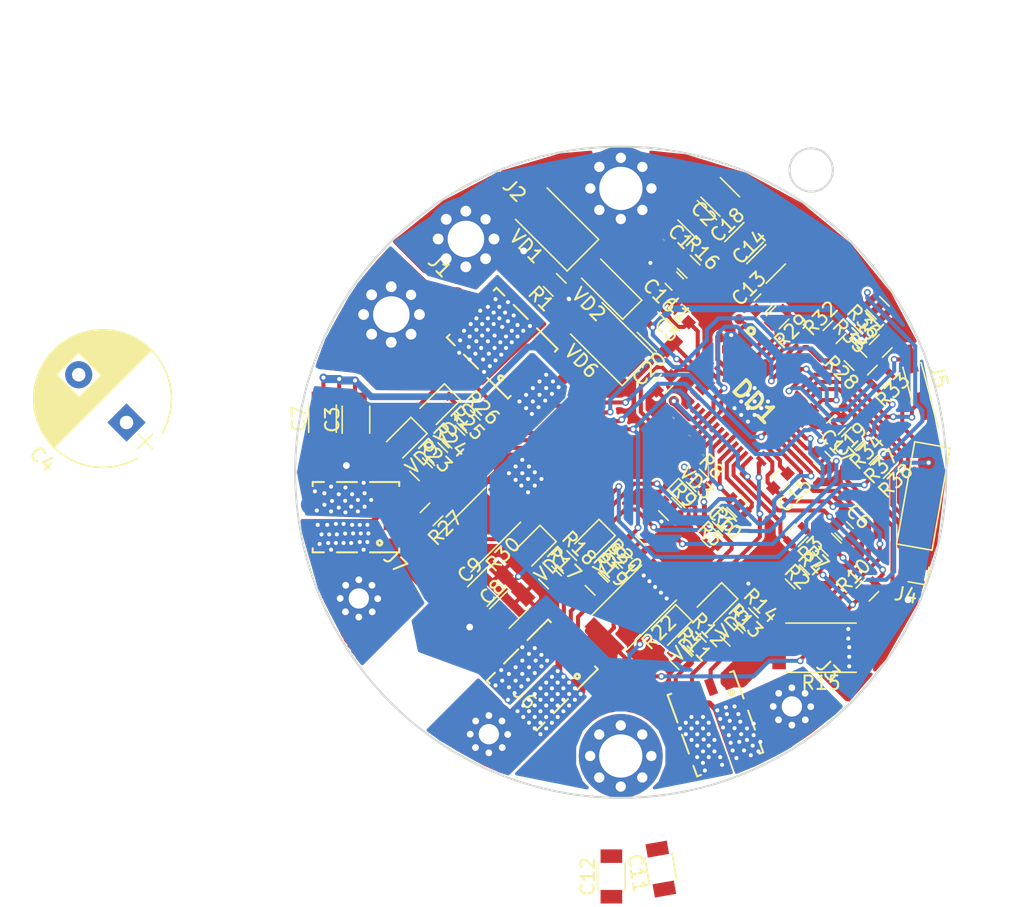
<source format=kicad_pcb>
(kicad_pcb (version 4) (host pcbnew 4.0.7)
  (layers (0 F.Cu signal) (31 B.Cu signal) (34 B.Paste user) (35 F.Paste user) (36 B.SilkS user) (37 F.SilkS user) (38 B.Mask user) (39 F.Mask user) (44 Edge.Cuts user))
  (net 0 "")
  (net 1 /NRST)
  (net 2 /OUTU)
  (net 3 /OUTV)
  (net 4 /OUTW)
  (net 5 /VM)
  (net 6 /HSU)
  (net 7 /LSU)
  (net 8 /HSV)
  (net 9 /LSV)
  (net 10 /HSW)
  (net 11 /LSW)
  (net 12 /SWD_IO)
  (net 13 /SWD_CLK)
  (net 14 /UART1_TX)
  (net 15 /UART1_RX)
  (net 16 /SENSE3P)
  (net 17 /SENSE2P)
  (net 18 GNDD)
  (net 19 VCC)
  (net 20 "Net-(DD1-Pad3)")
  (net 21 "Net-(DD1-Pad4)")
  (net 22 "Net-(DD1-Pad5)")
  (net 23 "Net-(DD1-Pad9)")
  (net 24 "Net-(DD1-Pad11)")
  (net 25 "Net-(DD1-Pad12)")
  (net 26 "Net-(DD1-Pad13)")
  (net 27 OP2O)
  (net 28 OP3O)
  (net 29 "Net-(DD1-Pad17)")
  (net 30 "Net-(DD1-Pad18)")
  (net 31 "Net-(DD1-Pad22)")
  (net 32 "Net-(DD1-Pad23)")
  (net 33 "Net-(DD1-Pad41)")
  (net 34 "Net-(DD1-Pad42)")
  (net 35 "Net-(DD1-Pad45)")
  (net 36 "Net-(DD1-Pad46)")
  (net 37 "Net-(J1-Pad1)")
  (net 38 "Net-(R1-Pad2)")
  (net 39 "Net-(R10-Pad1)")
  (net 40 "Net-(R11-Pad1)")
  (net 41 "Net-(R11-Pad2)")
  (net 42 "Net-(R13-Pad1)")
  (net 43 "Net-(R13-Pad2)")
  (net 44 "Net-(R17-Pad1)")
  (net 45 "Net-(R17-Pad2)")
  (net 46 "Net-(R19-Pad1)")
  (net 47 "Net-(R19-Pad2)")
  (net 48 "Net-(R23-Pad1)")
  (net 49 "Net-(R23-Pad2)")
  (net 50 "Net-(R25-Pad1)")
  (net 51 "Net-(R25-Pad2)")
  (net 52 "Net-(C17-Pad1)")
  (net 53 "Net-(C18-Pad1)")
  (net 54 "Net-(Hole2-Pad1)")
  (net 55 /OP1O)
  (net 56 "Net-(C6-Pad1)")
  (net 57 "Net-(C10-Pad1)")
  (net 58 "Net-(C15-Pad1)")
  (net 59 "Net-(C19-Pad1)")
  (module Diodes_SMD:D_SOD-323 (layer F.Cu) (at 96.347413 135.842336 225)
    (fp_text reference VD8 (at 0 -1.850001 225) (layer F.SilkS))
    (fp_text value 4148WS)
    (pad 1 smd rect (at -1.05 0 225) (size 0.6 0.45) (layers F.Cu F.Paste F.Mask) (net 9 /LSV))
    (pad 2 smd rect (at 1.05 0 225) (size 0.6 0.45) (layers F.Cu F.Paste F.Mask) (net 46 "Net-(R19-Pad1)"))
  )
  (module Resistors_SMD:R_0603 (layer F.Cu) (at 116.376213 119.596558 135)
    (fp_text reference R35 (at 0 -1.45 135) (layer F.SilkS))
    (fp_text value 24k)
    (pad 1 smd rect (at -0.75 0 135) (size 0.5 0.9) (layers F.Cu F.Paste F.Mask) (net 19 VCC))
    (pad 2 smd rect (at 0.75 0 135) (size 0.5 0.9) (layers F.Cu F.Paste F.Mask) (net 35 "Net-(DD1-Pad45)"))
  )
  (module Resistors_SMD:R_2512 (layer F.Cu) (at 113.229588 143.673543 180)
    (fp_text reference R15 (at 0 -2.600001 180) (layer F.SilkS))
    (fp_text value 5L0)
    (pad 1 smd rect (at -3.1 0 180) (size 1 3.2) (layers F.Cu F.Paste F.Mask) (net 18 GNDD))
    (pad 2 smd rect (at 3.1 0 180) (size 1 3.2) (layers F.Cu F.Paste F.Mask) (net 39 "Net-(R10-Pad1)"))
  )
  (module Capacitors_SMD:C_0603 (layer F.Cu) (at 102.905829 119.066227 135)
    (fp_text reference C5 (at 0 -1.5 135) (layer F.SilkS))
    (fp_text value 100n)
    (pad 2 smd rect (at 0.75 0 135) (size 0.8 0.75) (layers F.Cu F.Paste F.Mask) (net 18 GNDD))
    (pad 1 smd rect (at -0.75 0 135) (size 0.8 0.75) (layers F.Cu F.Paste F.Mask) (net 5 /VM))
  )
  (module Capacitors_SMD:C_1206 (layer F.Cu) (at 90.142551 140.809761 45)
    (fp_text reference C8 (at 0 -1.75 45) (layer F.SilkS))
    (fp_text value 47u)
    (pad 1 smd rect (at -1.5 0 45) (size 1 1.6) (layers F.Cu F.Paste F.Mask) (net 5 /VM))
    (pad 2 smd rect (at 1.5 0 45) (size 1 1.6) (layers F.Cu F.Paste F.Mask) (net 18 GNDD))
  )
  (module Capacitors_SMD:C_0603 (layer F.Cu) (at 108.951592 118.182344 45)
    (fp_text reference C13 (at 0 -1.5 45) (layer F.SilkS))
    (fp_text value 100n)
    (pad 2 smd rect (at 0.75 0 45) (size 0.8 0.75) (layers F.Cu F.Paste F.Mask) (net 18 GNDD))
    (pad 1 smd rect (at -0.75 0 45) (size 0.8 0.75) (layers F.Cu F.Paste F.Mask) (net 19 VCC))
  )
  (module stspin32f0:QFN50P700X700X100-49N-D (layer F.Cu) (at 108.315196 125.465544 315)
    (fp_text reference DD1 (at 0 0 315) (layer F.SilkS) (effects (font (size 1.27 1.27) (thickness 0.254))))
    (fp_text value STSPIN32F0 hide)
    (pad 1 smd rect (at -3.45 -2.75 45) (size 0.3 0.85) (layers F.Cu F.Paste F.Mask) (net 19 VCC))
    (pad 2 smd rect (at -3.45 -2.25 45) (size 0.3 0.85) (layers F.Cu F.Paste F.Mask) (net 18 GNDD))
    (pad 3 smd rect (at -3.45 -1.75 45) (size 0.3 0.85) (layers F.Cu F.Paste F.Mask) (net 20 "Net-(DD1-Pad3)"))
    (pad 4 smd rect (at -3.45 -1.25 45) (size 0.3 0.85) (layers F.Cu F.Paste F.Mask) (net 21 "Net-(DD1-Pad4)"))
    (pad 5 smd rect (at -3.45 -0.75 45) (size 0.3 0.85) (layers F.Cu F.Paste F.Mask) (net 22 "Net-(DD1-Pad5)"))
    (pad 6 smd rect (at -3.45 -0.25 45) (size 0.3 0.85) (layers F.Cu F.Paste F.Mask) (net 53 "Net-(C18-Pad1)"))
    (pad 7 smd rect (at -3.45 0.25 45) (size 0.3 0.85) (layers F.Cu F.Paste F.Mask) (net 1 /NRST))
    (pad 8 smd rect (at -3.45 0.75 45) (size 0.3 0.85) (layers F.Cu F.Paste F.Mask) (net 5 /VM))
    (pad 9 smd rect (at -3.45 1.25 45) (size 0.3 0.85) (layers F.Cu F.Paste F.Mask) (net 23 "Net-(DD1-Pad9)"))
    (pad 10 smd rect (at -3.45 1.75 45) (size 0.3 0.85) (layers F.Cu F.Paste F.Mask) (net 19 VCC))
    (pad 11 smd rect (at -3.45 2.25 45) (size 0.3 0.85) (layers F.Cu F.Paste F.Mask) (net 24 "Net-(DD1-Pad11)"))
    (pad 12 smd rect (at -3.45 2.75 45) (size 0.3 0.85) (layers F.Cu F.Paste F.Mask) (net 25 "Net-(DD1-Pad12)"))
    (pad 13 smd rect (at -2.75 3.45 315) (size 0.3 0.85) (layers F.Cu F.Paste F.Mask) (net 26 "Net-(DD1-Pad13)"))
    (pad 14 smd rect (at -2.25 3.45 315) (size 0.3 0.85) (layers F.Cu F.Paste F.Mask) (net 55 /OP1O))
    (pad 15 smd rect (at -1.75 3.45 315) (size 0.3 0.85) (layers F.Cu F.Paste F.Mask) (net 27 OP2O))
    (pad 16 smd rect (at -1.25 3.45 315) (size 0.3 0.85) (layers F.Cu F.Paste F.Mask) (net 28 OP3O))
    (pad 17 smd rect (at -0.75 3.45 315) (size 0.3 0.85) (layers F.Cu F.Paste F.Mask) (net 29 "Net-(DD1-Pad17)"))
    (pad 18 smd rect (at -0.25 3.45 315) (size 0.3 0.85) (layers F.Cu F.Paste F.Mask) (net 30 "Net-(DD1-Pad18)"))
    (pad 19 smd rect (at 0.25 3.45 315) (size 0.3 0.85) (layers F.Cu F.Paste F.Mask) (net 57 "Net-(C10-Pad1)"))
    (pad 20 smd rect (at 0.75 3.45 315) (size 0.3 0.85) (layers F.Cu F.Paste F.Mask) (net 18 GNDD))
    (pad 21 smd rect (at 1.25 3.45 315) (size 0.3 0.85) (layers F.Cu F.Paste F.Mask) (net 55 /OP1O))
    (pad 22 smd rect (at 1.75 3.45 315) (size 0.3 0.85) (layers F.Cu F.Paste F.Mask) (net 31 "Net-(DD1-Pad22)"))
    (pad 23 smd rect (at 2.25 3.45 315) (size 0.3 0.85) (layers F.Cu F.Paste F.Mask) (net 32 "Net-(DD1-Pad23)"))
    (pad 24 smd rect (at 2.75 3.45 315) (size 0.3 0.85) (layers F.Cu F.Paste F.Mask) (net 56 "Net-(C6-Pad1)"))
    (pad 25 smd rect (at 3.45 2.75 45) (size 0.3 0.85) (layers F.Cu F.Paste F.Mask) (net 10 /HSW))
    (pad 26 smd rect (at 3.45 2.25 45) (size 0.3 0.85) (layers F.Cu F.Paste F.Mask) (net 4 /OUTW))
    (pad 27 smd rect (at 3.45 1.75 45) (size 0.3 0.85) (layers F.Cu F.Paste F.Mask) (net 58 "Net-(C15-Pad1)"))
    (pad 28 smd rect (at 3.45 1.25 45) (size 0.3 0.85) (layers F.Cu F.Paste F.Mask) (net 11 /LSW))
    (pad 29 smd rect (at 3.45 0.75 45) (size 0.3 0.85) (layers F.Cu F.Paste F.Mask) (net 8 /HSV))
    (pad 30 smd rect (at 3.45 0.25 45) (size 0.3 0.85) (layers F.Cu F.Paste F.Mask) (net 3 /OUTV))
    (pad 31 smd rect (at 3.45 -0.25 45) (size 0.3 0.85) (layers F.Cu F.Paste F.Mask) (net 52 "Net-(C17-Pad1)"))
    (pad 32 smd rect (at 3.45 -0.75 45) (size 0.3 0.85) (layers F.Cu F.Paste F.Mask) (net 9 /LSV))
    (pad 33 smd rect (at 3.45 -1.25 45) (size 0.3 0.85) (layers F.Cu F.Paste F.Mask) (net 6 /HSU))
    (pad 34 smd rect (at 3.45 -1.75 45) (size 0.3 0.85) (layers F.Cu F.Paste F.Mask) (net 2 /OUTU))
    (pad 35 smd rect (at 3.45 -2.25 45) (size 0.3 0.85) (layers F.Cu F.Paste F.Mask) (net 59 "Net-(C19-Pad1)"))
    (pad 36 smd rect (at 3.45 -2.75 45) (size 0.3 0.85) (layers F.Cu F.Paste F.Mask) (net 7 /LSU))
    (pad 37 smd rect (at 2.75 -3.45 315) (size 0.3 0.85) (layers F.Cu F.Paste F.Mask) (net 12 /SWD_IO))
    (pad 38 smd rect (at 2.25 -3.45 315) (size 0.3 0.85) (layers F.Cu F.Paste F.Mask) (net 13 /SWD_CLK))
    (pad 39 smd rect (at 1.75 -3.45 315) (size 0.3 0.85) (layers F.Cu F.Paste F.Mask) (net 14 /UART1_TX))
    (pad 40 smd rect (at 1.25 -3.45 315) (size 0.3 0.85) (layers F.Cu F.Paste F.Mask) (net 15 /UART1_RX))
    (pad 41 smd rect (at 0.75 -3.45 315) (size 0.3 0.85) (layers F.Cu F.Paste F.Mask) (net 33 "Net-(DD1-Pad41)"))
    (pad 42 smd rect (at 0.25 -3.45 315) (size 0.3 0.85) (layers F.Cu F.Paste F.Mask) (net 34 "Net-(DD1-Pad42)"))
    (pad 43 smd rect (at -0.25 -3.45 315) (size 0.3 0.85) (layers F.Cu F.Paste F.Mask) (net 27 OP2O))
    (pad 44 smd rect (at -0.75 -3.45 315) (size 0.3 0.85) (layers F.Cu F.Paste F.Mask) (net 18 GNDD))
    (pad 45 smd rect (at -1.25 -3.45 315) (size 0.3 0.85) (layers F.Cu F.Paste F.Mask) (net 35 "Net-(DD1-Pad45)"))
    (pad 46 smd rect (at -1.75 -3.45 315) (size 0.3 0.85) (layers F.Cu F.Paste F.Mask) (net 36 "Net-(DD1-Pad46)"))
    (pad 47 smd rect (at -2.25 -3.45 315) (size 0.3 0.85) (layers F.Cu F.Paste F.Mask) (net 28 OP3O))
    (pad 48 smd rect (at -2.75 -3.45 315) (size 0.3 0.85) (layers F.Cu F.Paste F.Mask) (net 19 VCC))
    (pad 49 smd rect (at 0 0 315) (size 2.7 2.7) (layers F.Cu F.Paste F.Mask) (net 18 GNDD))
  )
  (module Inductors_SMD:L_1206 (layer F.Cu) (at 101.102707 120.303664 315)
    (fp_text reference L1 (at 0 -2.300001 315) (layer F.SilkS))
    (fp_text value 22uH)
    (pad 1 smd rect (at -1.45 0 315) (size 0.9 1.7) (layers F.Cu F.Paste F.Mask) (net 19 VCC))
    (pad 2 smd rect (at 1.45 0 315) (size 0.9 1.7) (layers F.Cu F.Paste F.Mask) (net 23 "Net-(DD1-Pad9)"))
  )
  (module Resistors_SMD:R_0603 (layer F.Cu) (at 93.536664 116.838841 135)
    (fp_text reference R1 (at 0 -1.45 135) (layer F.SilkS))
    (fp_text value 10k)
    (pad 1 smd rect (at -0.75 0 135) (size 0.5 0.9) (layers F.Cu F.Paste F.Mask) (net 18 GNDD))
    (pad 2 smd rect (at 0.75 0 135) (size 0.5 0.9) (layers F.Cu F.Paste F.Mask) (net 38 "Net-(R1-Pad2)"))
  )
  (module Resistors_SMD:R_0603 (layer F.Cu) (at 112.487126 137.415648 135)
    (fp_text reference R2 (at 0 -1.45 135) (layer F.SilkS))
    (fp_text value 1k)
    (pad 1 smd rect (at -0.75 0 135) (size 0.5 0.9) (layers F.Cu F.Paste F.Mask) (net 39 "Net-(R10-Pad1)"))
    (pad 2 smd rect (at 0.75 0 135) (size 0.5 0.9) (layers F.Cu F.Paste F.Mask) (net 32 "Net-(DD1-Pad23)"))
  )
  (module Resistors_SMD:R_0603 (layer F.Cu) (at 111.426466 135.365039 225)
    (fp_text reference R3 (at 0 -1.45 225) (layer F.SilkS))
    (fp_text value 24k)
    (pad 1 smd rect (at -0.75 0 225) (size 0.5 0.9) (layers F.Cu F.Paste F.Mask) (net 19 VCC))
    (pad 2 smd rect (at 0.75 0 225) (size 0.5 0.9) (layers F.Cu F.Paste F.Mask) (net 32 "Net-(DD1-Pad23)"))
  )
  (module Resistors_SMD:R_0603 (layer F.Cu) (at 111.426466 138.476309 315)
    (fp_text reference R4 (at 0 -1.45 315) (layer F.SilkS))
    (fp_text value 24k)
    (pad 1 smd rect (at -0.75 0 315) (size 0.5 0.9) (layers F.Cu F.Paste F.Mask) (net 32 "Net-(DD1-Pad23)"))
    (pad 2 smd rect (at 0.75 0 315) (size 0.5 0.9) (layers F.Cu F.Paste F.Mask) (net 18 GNDD))
  )
  (module Resistors_SMD:R_0603 (layer F.Cu) (at 106.052454 134.233668 135)
    (fp_text reference R5 (at 0 -1.45 135) (layer F.SilkS))
    (fp_text value 1k)
    (pad 1 smd rect (at -0.75 0 135) (size 0.5 0.9) (layers F.Cu F.Paste F.Mask) (net 31 "Net-(DD1-Pad22)"))
    (pad 2 smd rect (at 0.75 0 135) (size 0.5 0.9) (layers F.Cu F.Paste F.Mask) (net 18 GNDD))
  )
  (module Resistors_SMD:R_0603 (layer F.Cu) (at 107.113114 133.173008 135)
    (fp_text reference R6 (at 0 -1.45 135) (layer F.SilkS))
    (fp_text value 10k)
    (pad 1 smd rect (at -0.75 0 135) (size 0.5 0.9) (layers F.Cu F.Paste F.Mask) (net 31 "Net-(DD1-Pad22)"))
    (pad 2 smd rect (at 0.75 0 135) (size 0.5 0.9) (layers F.Cu F.Paste F.Mask) (net 55 /OP1O))
  )
  (module Resistors_SMD:R_0603 (layer F.Cu) (at 113.883662 136.054468 135)
    (fp_text reference R7 (at 0 -1.45 135) (layer F.SilkS))
    (fp_text value 75k)
    (pad 1 smd rect (at -0.75 0 135) (size 0.5 0.9) (layers F.Cu F.Paste F.Mask) (net 19 VCC))
    (pad 2 smd rect (at 0.75 0 135) (size 0.5 0.9) (layers F.Cu F.Paste F.Mask) (net 56 "Net-(C6-Pad1)"))
  )
  (module Resistors_SMD:R_0603 (layer F.Cu) (at 104.10791 131.299175 315)
    (fp_text reference R8 (at 0 -1.45 315) (layer F.SilkS))
    (fp_text value 180k)
    (pad 1 smd rect (at -0.75 0 315) (size 0.5 0.9) (layers F.Cu F.Paste F.Mask) (net 5 /VM))
    (pad 2 smd rect (at 0.75 0 315) (size 0.5 0.9) (layers F.Cu F.Paste F.Mask) (net 57 "Net-(C10-Pad1)"))
  )
  (module Resistors_SMD:R_0603 (layer F.Cu) (at 102.057301 133.420495 315)
    (fp_text reference R9 (at 0 -1.45 315) (layer F.SilkS))
    (fp_text value 10k)
    (pad 1 smd rect (at -0.75 0 315) (size 0.5 0.9) (layers F.Cu F.Paste F.Mask) (net 18 GNDD))
    (pad 2 smd rect (at 0.75 0 315) (size 0.5 0.9) (layers F.Cu F.Paste F.Mask) (net 57 "Net-(C10-Pad1)"))
  )
  (module Resistors_SMD:R_0603 (layer F.Cu) (at 116.659056 139.395547 45)
    (fp_text reference R10 (at 0 -1.45 45) (layer F.SilkS))
    (fp_text value 2.2k)
    (pad 1 smd rect (at -0.75 0 45) (size 0.5 0.9) (layers F.Cu F.Paste F.Mask) (net 39 "Net-(R10-Pad1)"))
    (pad 2 smd rect (at 0.75 0 45) (size 0.5 0.9) (layers F.Cu F.Paste F.Mask) (net 56 "Net-(C6-Pad1)"))
  )
  (module Resistors_SMD:R_0603 (layer F.Cu) (at 102.835118 144.451361 315)
    (fp_text reference R11 (at 0 -1.45 315) (layer F.SilkS))
    (fp_text value 10)
    (pad 1 smd rect (at -0.75 0 315) (size 0.5 0.9) (layers F.Cu F.Paste F.Mask) (net 40 "Net-(R11-Pad1)"))
    (pad 2 smd rect (at 0.75 0 315) (size 0.5 0.9) (layers F.Cu F.Paste F.Mask) (net 41 "Net-(R11-Pad2)"))
  )
  (module Resistors_SMD:R_0603 (layer F.Cu) (at 103.895778 143.390701 315)
    (fp_text reference R12 (at 0 -1.45 315) (layer F.SilkS))
    (fp_text value 68)
    (pad 1 smd rect (at -0.75 0 315) (size 0.5 0.9) (layers F.Cu F.Paste F.Mask) (net 10 /HSW))
    (pad 2 smd rect (at 0.75 0 315) (size 0.5 0.9) (layers F.Cu F.Paste F.Mask) (net 41 "Net-(R11-Pad2)"))
  )
  (module Resistors_SMD:R_0603 (layer F.Cu) (at 106.618139 142.718949 315)
    (fp_text reference R13 (at 0 -1.45 315) (layer F.SilkS))
    (fp_text value 10)
    (pad 1 smd rect (at -0.75 0 315) (size 0.5 0.9) (layers F.Cu F.Paste F.Mask) (net 42 "Net-(R13-Pad1)"))
    (pad 2 smd rect (at 0.75 0 315) (size 0.5 0.9) (layers F.Cu F.Paste F.Mask) (net 43 "Net-(R13-Pad2)"))
  )
  (module Resistors_SMD:R_0603 (layer F.Cu) (at 107.74951 141.587578 315)
    (fp_text reference R14 (at 0 -1.45 315) (layer F.SilkS))
    (fp_text value 68)
    (pad 1 smd rect (at -0.75 0 315) (size 0.5 0.9) (layers F.Cu F.Paste F.Mask) (net 11 /LSW))
    (pad 2 smd rect (at 0.75 0 315) (size 0.5 0.9) (layers F.Cu F.Paste F.Mask) (net 43 "Net-(R13-Pad2)"))
  )
  (module Resistors_SMD:R_0603 (layer F.Cu) (at 103.436159 115.495338 315)
    (fp_text reference R16 (at 0 -1.45 315) (layer F.SilkS))
    (fp_text value 75k)
    (pad 1 smd rect (at -0.75 0 315) (size 0.5 0.9) (layers F.Cu F.Paste F.Mask) (net 1 /NRST))
    (pad 2 smd rect (at 0.75 0 315) (size 0.5 0.9) (layers F.Cu F.Paste F.Mask) (net 19 VCC))
  )
  (module Resistors_SMD:R_0603 (layer F.Cu) (at 93.183111 138.476309 315)
    (fp_text reference R17 (at 0 -1.45 315) (layer F.SilkS))
    (fp_text value 10)
    (pad 1 smd rect (at -0.75 0 315) (size 0.5 0.9) (layers F.Cu F.Paste F.Mask) (net 44 "Net-(R17-Pad1)"))
    (pad 2 smd rect (at 0.75 0 315) (size 0.5 0.9) (layers F.Cu F.Paste F.Mask) (net 45 "Net-(R17-Pad2)"))
  )
  (module Resistors_SMD:R_0603 (layer F.Cu) (at 94.314481 137.344938 315)
    (fp_text reference R18 (at 0 -1.45 315) (layer F.SilkS))
    (fp_text value 68)
    (pad 1 smd rect (at -0.75 0 315) (size 0.5 0.9) (layers F.Cu F.Paste F.Mask) (net 8 /HSV))
    (pad 2 smd rect (at 0.75 0 315) (size 0.5 0.9) (layers F.Cu F.Paste F.Mask) (net 45 "Net-(R17-Pad2)"))
  )
  (module Resistors_SMD:R_0603 (layer F.Cu) (at 96.630256 138.953606 315)
    (fp_text reference R19 (at 0 -1.45 315) (layer F.SilkS))
    (fp_text value 10)
    (pad 1 smd rect (at -0.75 0 315) (size 0.5 0.9) (layers F.Cu F.Paste F.Mask) (net 46 "Net-(R19-Pad1)"))
    (pad 2 smd rect (at 0.75 0 315) (size 0.5 0.9) (layers F.Cu F.Paste F.Mask) (net 47 "Net-(R19-Pad2)"))
  )
  (module Resistors_SMD:R_0603 (layer F.Cu) (at 97.708594 137.910623 315)
    (fp_text reference R20 (at 0 -1.45 315) (layer F.SilkS))
    (fp_text value 68)
    (pad 1 smd rect (at -0.75 0 315) (size 0.5 0.9) (layers F.Cu F.Paste F.Mask) (net 9 /LSV))
    (pad 2 smd rect (at 0.75 0 315) (size 0.5 0.9) (layers F.Cu F.Paste F.Mask) (net 47 "Net-(R19-Pad2)"))
  )
  (module Resistors_SMD:R_0603 (layer F.Cu) (at 99.370295 136.248922 135)
    (fp_text reference R21 (at 0 -1.45 135) (layer F.SilkS))
    (fp_text value 2.2k)
    (pad 1 smd rect (at -0.75 0 135) (size 0.5 0.9) (layers F.Cu F.Paste F.Mask) (net 17 /SENSE2P))
    (pad 2 smd rect (at 0.75 0 135) (size 0.5 0.9) (layers F.Cu F.Paste F.Mask) (net 56 "Net-(C6-Pad1)"))
  )
  (module Resistors_SMD:R_2512 (layer F.Cu) (at 99.40565 140.703695 225)
    (fp_text reference R22 (at 0 -2.600001 225) (layer F.SilkS))
    (fp_text value 5L0)
    (pad 1 smd rect (at -3.1 0 225) (size 1 3.2) (layers F.Cu F.Paste F.Mask) (net 18 GNDD))
    (pad 2 smd rect (at 3.1 0 225) (size 1 3.2) (layers F.Cu F.Paste F.Mask) (net 17 /SENSE2P))
  )
  (module Resistors_SMD:R_0603 (layer F.Cu) (at 83.637169 130.486002 315)
    (fp_text reference R23 (at 0 -1.45 315) (layer F.SilkS))
    (fp_text value 10)
    (pad 1 smd rect (at -0.75 0 315) (size 0.5 0.9) (layers F.Cu F.Paste F.Mask) (net 48 "Net-(R23-Pad1)"))
    (pad 2 smd rect (at 0.75 0 315) (size 0.5 0.9) (layers F.Cu F.Paste F.Mask) (net 49 "Net-(R23-Pad2)"))
  )
  (module Resistors_SMD:R_0603 (layer F.Cu) (at 84.76854 129.354631 315)
    (fp_text reference R24 (at 0 -1.45 315) (layer F.SilkS))
    (fp_text value 68)
    (pad 1 smd rect (at -0.75 0 315) (size 0.5 0.9) (layers F.Cu F.Paste F.Mask) (net 6 /HSU))
    (pad 2 smd rect (at 0.75 0 315) (size 0.5 0.9) (layers F.Cu F.Paste F.Mask) (net 49 "Net-(R23-Pad2)"))
  )
  (module Resistors_SMD:R_0603 (layer F.Cu) (at 86.041332 128.081839 315)
    (fp_text reference R25 (at 0 -1.45 315) (layer F.SilkS))
    (fp_text value 10)
    (pad 1 smd rect (at -0.75 0 315) (size 0.5 0.9) (layers F.Cu F.Paste F.Mask) (net 50 "Net-(R25-Pad1)"))
    (pad 2 smd rect (at 0.75 0 315) (size 0.5 0.9) (layers F.Cu F.Paste F.Mask) (net 51 "Net-(R25-Pad2)"))
  )
  (module Resistors_SMD:R_0603 (layer F.Cu) (at 87.172703 126.950468 315)
    (fp_text reference R26 (at 0 -1.45 315) (layer F.SilkS))
    (fp_text value 68)
    (pad 1 smd rect (at -0.75 0 315) (size 0.5 0.9) (layers F.Cu F.Paste F.Mask) (net 7 /LSU))
    (pad 2 smd rect (at 0.75 0 315) (size 0.5 0.9) (layers F.Cu F.Paste F.Mask) (net 51 "Net-(R25-Pad2)"))
  )
  (module Resistors_SMD:R_0603 (layer F.Cu) (at 84.414986 133.809404 225)
    (fp_text reference R27 (at 0 -1.45 225) (layer F.SilkS))
    (fp_text value 2.2k)
    (pad 1 smd rect (at -0.75 0 225) (size 0.5 0.9) (layers F.Cu F.Paste F.Mask) (net 56 "Net-(C6-Pad1)"))
    (pad 2 smd rect (at 0.75 0 225) (size 0.5 0.9) (layers F.Cu F.Paste F.Mask) (net 16 /SENSE3P))
  )
  (module Resistors_SMD:R_0603 (layer F.Cu) (at 115.775172 122.318919 135)
    (fp_text reference R28 (at 0 -1.45 135) (layer F.SilkS))
    (fp_text value 10k)
    (pad 1 smd rect (at -0.75 0 135) (size 0.5 0.9) (layers F.Cu F.Paste F.Mask) (net 34 "Net-(DD1-Pad42)"))
    (pad 2 smd rect (at 0.75 0 135) (size 0.5 0.9) (layers F.Cu F.Paste F.Mask) (net 27 OP2O))
  )
  (module Resistors_SMD:R_0603 (layer F.Cu) (at 110.012252 119.243004 225)
    (fp_text reference R29 (at 0 -1.45 225) (layer F.SilkS))
    (fp_text value 10k)
    (pad 1 smd rect (at -0.75 0 225) (size 0.5 0.9) (layers F.Cu F.Paste F.Mask) (net 36 "Net-(DD1-Pad46)"))
    (pad 2 smd rect (at 0.75 0 225) (size 0.5 0.9) (layers F.Cu F.Paste F.Mask) (net 28 OP3O))
  )
  (module Resistors_SMD:R_2512 (layer F.Cu) (at 87.87981 134.940775 225)
    (fp_text reference R30 (at 0 -2.600001 225) (layer F.SilkS))
    (fp_text value 5L0)
    (pad 1 smd rect (at -3.1 0 225) (size 1 3.2) (layers F.Cu F.Paste F.Mask) (net 18 GNDD))
    (pad 2 smd rect (at 3.1 0 225) (size 1 3.2) (layers F.Cu F.Paste F.Mask) (net 16 /SENSE3P))
  )
  (module Resistors_SMD:R_0603 (layer F.Cu) (at 117.649005 121.364325 45)
    (fp_text reference R31 (at 0 -1.45 45) (layer F.SilkS))
    (fp_text value 1k)
    (pad 1 smd rect (at -0.75 0 45) (size 0.5 0.9) (layers F.Cu F.Paste F.Mask) (net 34 "Net-(DD1-Pad42)"))
    (pad 2 smd rect (at 0.75 0 45) (size 0.5 0.9) (layers F.Cu F.Paste F.Mask) (net 18 GNDD))
  )
  (module Resistors_SMD:R_0603 (layer F.Cu) (at 114.219537 120.33902 45)
    (fp_text reference R32 (at 0 -1.45 45) (layer F.SilkS))
    (fp_text value 1k)
    (pad 1 smd rect (at -0.75 0 45) (size 0.5 0.9) (layers F.Cu F.Paste F.Mask) (net 36 "Net-(DD1-Pad46)"))
    (pad 2 smd rect (at 0.75 0 45) (size 0.5 0.9) (layers F.Cu F.Paste F.Mask) (net 18 GNDD))
  )
  (module Resistors_SMD:R_0603 (layer F.Cu) (at 117.507584 123.627066 225)
    (fp_text reference R33 (at 0 -1.45 225) (layer F.SilkS))
    (fp_text value 24k)
    (pad 1 smd rect (at -0.75 0 225) (size 0.5 0.9) (layers F.Cu F.Paste F.Mask) (net 19 VCC))
    (pad 2 smd rect (at 0.75 0 225) (size 0.5 0.9) (layers F.Cu F.Paste F.Mask) (net 33 "Net-(DD1-Pad41)"))
  )
  (module Resistors_SMD:R_0603 (layer F.Cu) (at 115.598396 128.187905 225)
    (fp_text reference R34 (at 0 -1.45 225) (layer F.SilkS))
    (fp_text value 24k)
    (pad 1 smd rect (at -0.75 0 225) (size 0.5 0.9) (layers F.Cu F.Paste F.Mask) (net 33 "Net-(DD1-Pad41)"))
    (pad 2 smd rect (at 0.75 0 225) (size 0.5 0.9) (layers F.Cu F.Paste F.Mask) (net 18 GNDD))
  )
  (module Resistors_SMD:R_0603 (layer F.Cu) (at 117.436873 118.535897 135)
    (fp_text reference R36 (at 0 -1.45 135) (layer F.SilkS))
    (fp_text value 24k)
    (pad 1 smd rect (at -0.75 0 135) (size 0.5 0.9) (layers F.Cu F.Paste F.Mask) (net 18 GNDD))
    (pad 2 smd rect (at 0.75 0 135) (size 0.5 0.9) (layers F.Cu F.Paste F.Mask) (net 35 "Net-(DD1-Pad45)"))
  )
  (module Resistors_SMD:R_0603 (layer F.Cu) (at 116.659056 129.248565 225)
    (fp_text reference R37 (at 0 -1.45 225) (layer F.SilkS))
    (fp_text value 1k)
    (pad 1 smd rect (at -0.75 0 225) (size 0.5 0.9) (layers F.Cu F.Paste F.Mask) (net 33 "Net-(DD1-Pad41)"))
    (pad 2 smd rect (at 0.75 0 225) (size 0.5 0.9) (layers F.Cu F.Paste F.Mask) (net 17 /SENSE2P))
  )
  (module Resistors_SMD:R_0603 (layer F.Cu) (at 117.719716 130.309225 225)
    (fp_text reference R38 (at 0 -1.45 225) (layer F.SilkS))
    (fp_text value 1k)
    (pad 1 smd rect (at -0.75 0 225) (size 0.5 0.9) (layers F.Cu F.Paste F.Mask) (net 35 "Net-(DD1-Pad45)"))
    (pad 2 smd rect (at 0.75 0 225) (size 0.5 0.9) (layers F.Cu F.Paste F.Mask) (net 16 /SENSE3P))
  )
  (module Diodes_SMD:D_SMA (layer F.Cu) (at 93.211395 112.242647 135)
    (fp_text reference VD1 (at 0 -2.5 135) (layer F.SilkS))
    (fp_text value SMAJ26A)
    (pad 1 smd rect (at -2 0 135) (size 2.5 1.8) (layers F.Cu F.Paste F.Mask) (net 37 "Net-(J1-Pad1)"))
    (pad 2 smd rect (at 2 0 135) (size 2.5 1.8) (layers F.Cu F.Paste F.Mask) (net 18 GNDD))
  )
  (module Diodes_SMD:D_MiniMELF (layer F.Cu) (at 97.461107 116.874196 135)
    (fp_text reference VD2 (at 0 -2.000001 135) (layer F.SilkS))
    (fp_text value TZM5248-18V)
    (pad 1 smd rect (at -1.75 0 135) (size 1.3 1.7) (layers F.Cu F.Paste F.Mask) (net 5 /VM))
    (pad 2 smd rect (at 1.75 0 135) (size 1.3 1.7) (layers F.Cu F.Paste F.Mask) (net 38 "Net-(R1-Pad2)"))
  )
  (module Diodes_SMD:D_SOD-523 (layer F.Cu) (at 103.082605 132.39519 315)
    (fp_text reference VD3 (at 0 -1.3 315) (layer F.SilkS))
    (fp_text value BAT30)
    (pad 2 smd rect (at 0.7 0 135) (size 0.6 0.7) (layers F.Cu F.Paste F.Mask) (net 57 "Net-(C10-Pad1)"))
    (pad 1 smd rect (at -0.7 0 135) (size 0.6 0.7) (layers F.Cu F.Paste F.Mask) (net 19 VCC))
  )
  (module Diodes_SMD:D_SOD-323 (layer F.Cu) (at 102.021945 142.153264 225)
    (fp_text reference VD4 (at 0 -1.850001 225) (layer F.SilkS))
    (fp_text value 4148WS)
    (pad 1 smd rect (at -1.05 0 225) (size 0.6 0.45) (layers F.Cu F.Paste F.Mask) (net 10 /HSW))
    (pad 2 smd rect (at 1.05 0 225) (size 0.6 0.45) (layers F.Cu F.Paste F.Mask) (net 40 "Net-(R11-Pad1)"))
  )
  (module Diodes_SMD:D_SOD-323 (layer F.Cu) (at 105.416058 140.526918 225)
    (fp_text reference VD5 (at 0 -1.850001 225) (layer F.SilkS))
    (fp_text value 4148WS)
    (pad 1 smd rect (at -1.05 0 225) (size 0.6 0.45) (layers F.Cu F.Paste F.Mask) (net 11 /LSW))
    (pad 2 smd rect (at 1.05 0 225) (size 0.6 0.45) (layers F.Cu F.Paste F.Mask) (net 42 "Net-(R13-Pad1)"))
  )
  (module Diodes_SMD:D_SMA (layer F.Cu) (at 97.28433 120.727928 135)
    (fp_text reference VD6 (at 0 -2.5 135) (layer F.SilkS))
    (fp_text value STPS1L60)
    (pad 1 smd rect (at -2 0 135) (size 2.5 1.8) (layers F.Cu F.Paste F.Mask) (net 23 "Net-(DD1-Pad9)"))
    (pad 2 smd rect (at 2 0 135) (size 2.5 1.8) (layers F.Cu F.Paste F.Mask) (net 18 GNDD))
  )
  (module Diodes_SMD:D_SOD-323 (layer F.Cu) (at 91.981029 136.284278 225)
    (fp_text reference VD7 (at 0 -1.850001 225) (layer F.SilkS))
    (fp_text value 4148WS)
    (pad 1 smd rect (at -1.05 0 225) (size 0.6 0.45) (layers F.Cu F.Paste F.Mask) (net 8 /HSV))
    (pad 2 smd rect (at 1.05 0 225) (size 0.6 0.45) (layers F.Cu F.Paste F.Mask) (net 44 "Net-(R17-Pad1)"))
  )
  (module Diodes_SMD:D_SOD-323 (layer F.Cu) (at 82.435087 128.293971 225)
    (fp_text reference VD9 (at 0 -1.850001 225) (layer F.SilkS))
    (fp_text value 4148WS)
    (pad 1 smd rect (at -1.05 0 225) (size 0.6 0.45) (layers F.Cu F.Paste F.Mask) (net 6 /HSU))
    (pad 2 smd rect (at 1.05 0 225) (size 0.6 0.45) (layers F.Cu F.Paste F.Mask) (net 48 "Net-(R23-Pad1)"))
  )
  (module Diodes_SMD:D_SOD-323 (layer F.Cu) (at 84.909961 125.819097 225)
    (fp_text reference VD10 (at 0 -1.850001 225) (layer F.SilkS))
    (fp_text value 4148WS)
    (pad 1 smd rect (at -1.05 0 225) (size 0.6 0.45) (layers F.Cu F.Paste F.Mask) (net 7 /LSU))
    (pad 2 smd rect (at 1.05 0 225) (size 0.6 0.45) (layers F.Cu F.Paste F.Mask) (net 50 "Net-(R25-Pad1)"))
  )
  (module QFN50P700X700X100-49N-D:PowerFLAT-5x6 (layer F.Cu) (at 105.416058 149.295042 200)
    (fp_text reference VT2)
    (fp_text value STL64DN4F7AG)
    (pad D2 smd rect (at -2.4625 0.56 200) (size 0.475 0.8) (layers F.Cu F.Paste F.Mask) (net 4 /OUTW))
    (pad D2 smd rect (at -2.4625 -1.89 200) (size 0.475 0.8) (layers F.Cu F.Paste F.Mask) (net 4 /OUTW))
    (pad D1 smd rect (at 2.4625 0.56 200) (size 0.475 0.8) (layers F.Cu F.Paste F.Mask) (net 5 /VM))
    (pad D2 smd rect (at -1.9 -3.02 200) (size 0.65 0.55) (layers F.Cu F.Paste F.Mask) (net 4 /OUTW))
    (pad D2 smd rect (at -0.575 -3.025 200) (size 0.75 0.55) (layers F.Cu F.Paste F.Mask) (net 4 /OUTW))
    (pad D2 smd rect (at -1.2125 -0.8 200) (size 2.025 3.9) (layers F.Cu F.Paste F.Mask) (net 4 /OUTW))
    (pad S2 smd rect (at -1.905 2.675 200) (size 0.65 1.25) (layers F.Cu F.Paste F.Mask) (net 39 "Net-(R10-Pad1)"))
    (pad G2 smd rect (at -0.635 2.675 200) (size 0.65 1.25) (layers F.Cu F.Paste F.Mask) (net 43 "Net-(R13-Pad2)"))
    (pad S1 smd rect (at 0.635 2.675 200) (size 0.65 1.25) (layers F.Cu F.Paste F.Mask) (net 4 /OUTW))
    (pad G1 smd rect (at 1.905 2.675 200) (size 0.65 1.25) (layers F.Cu F.Paste F.Mask) (net 41 "Net-(R11-Pad2)"))
    (pad D1 smd rect (at 0.575 -3.025 200) (size 0.75 0.55) (layers F.Cu F.Paste F.Mask) (net 5 /VM))
    (pad D1 smd rect (at 1.2125 -0.8 200) (size 2.025 3.9) (layers F.Cu F.Paste F.Mask) (net 5 /VM))
    (pad D1 smd rect (at 1.9 -3.02 200) (size 0.65 0.55) (layers F.Cu F.Paste F.Mask) (net 5 /VM))
    (pad D1 smd rect (at 2.4625 -1.89 200) (size 0.475 0.8) (layers F.Cu F.Paste F.Mask) (net 5 /VM))
  )
  (module QFN50P700X700X100-49N-D:PowerFLAT-5x6 (layer F.Cu) (at 92.617425 145.688798 135)
    (fp_text reference VT3)
    (fp_text value STL64DN4F7AG)
    (pad D2 smd rect (at -2.4625 0.56 135) (size 0.475 0.8) (layers F.Cu F.Paste F.Mask) (net 3 /OUTV))
    (pad D2 smd rect (at -2.4625 -1.89 135) (size 0.475 0.8) (layers F.Cu F.Paste F.Mask) (net 3 /OUTV))
    (pad D1 smd rect (at 2.4625 0.56 135) (size 0.475 0.8) (layers F.Cu F.Paste F.Mask) (net 5 /VM))
    (pad D2 smd rect (at -1.9 -3.02 135) (size 0.65 0.55) (layers F.Cu F.Paste F.Mask) (net 3 /OUTV))
    (pad D2 smd rect (at -0.575 -3.025 135) (size 0.75 0.55) (layers F.Cu F.Paste F.Mask) (net 3 /OUTV))
    (pad D2 smd rect (at -1.2125 -0.8 135) (size 2.025 3.9) (layers F.Cu F.Paste F.Mask) (net 3 /OUTV))
    (pad S2 smd rect (at -1.905 2.675 135) (size 0.65 1.25) (layers F.Cu F.Paste F.Mask) (net 17 /SENSE2P))
    (pad G2 smd rect (at -0.635 2.675 135) (size 0.65 1.25) (layers F.Cu F.Paste F.Mask) (net 47 "Net-(R19-Pad2)"))
    (pad S1 smd rect (at 0.635 2.675 135) (size 0.65 1.25) (layers F.Cu F.Paste F.Mask) (net 3 /OUTV))
    (pad G1 smd rect (at 1.905 2.675 135) (size 0.65 1.25) (layers F.Cu F.Paste F.Mask) (net 45 "Net-(R17-Pad2)"))
    (pad D1 smd rect (at 0.575 -3.025 135) (size 0.75 0.55) (layers F.Cu F.Paste F.Mask) (net 5 /VM))
    (pad D1 smd rect (at 1.2125 -0.8 135) (size 2.025 3.9) (layers F.Cu F.Paste F.Mask) (net 5 /VM))
    (pad D1 smd rect (at 1.9 -3.02 135) (size 0.65 0.55) (layers F.Cu F.Paste F.Mask) (net 5 /VM))
    (pad D1 smd rect (at 2.4625 -1.89 135) (size 0.475 0.8) (layers F.Cu F.Paste F.Mask) (net 5 /VM))
  )
  (module QFN50P700X700X100-49N-D:PowerFLAT-5x6 (layer F.Cu) (at 78.828843 134.021536 90)
    (fp_text reference VT4)
    (fp_text value STL64DN4F7AG)
    (pad D2 smd rect (at -2.4625 0.56 90) (size 0.475 0.8) (layers F.Cu F.Paste F.Mask) (net 2 /OUTU))
    (pad D2 smd rect (at -2.4625 -1.89 90) (size 0.475 0.8) (layers F.Cu F.Paste F.Mask) (net 2 /OUTU))
    (pad D1 smd rect (at 2.4625 0.56 90) (size 0.475 0.8) (layers F.Cu F.Paste F.Mask) (net 5 /VM))
    (pad D2 smd rect (at -1.9 -3.02 90) (size 0.65 0.55) (layers F.Cu F.Paste F.Mask) (net 2 /OUTU))
    (pad D2 smd rect (at -0.575 -3.025 90) (size 0.75 0.55) (layers F.Cu F.Paste F.Mask) (net 2 /OUTU))
    (pad D2 smd rect (at -1.2125 -0.8 90) (size 2.025 3.9) (layers F.Cu F.Paste F.Mask) (net 2 /OUTU))
    (pad S2 smd rect (at -1.905 2.675 90) (size 0.65 1.25) (layers F.Cu F.Paste F.Mask) (net 16 /SENSE3P))
    (pad G2 smd rect (at -0.635 2.675 90) (size 0.65 1.25) (layers F.Cu F.Paste F.Mask) (net 51 "Net-(R25-Pad2)"))
    (pad S1 smd rect (at 0.635 2.675 90) (size 0.65 1.25) (layers F.Cu F.Paste F.Mask) (net 2 /OUTU))
    (pad G1 smd rect (at 1.905 2.675 90) (size 0.65 1.25) (layers F.Cu F.Paste F.Mask) (net 49 "Net-(R23-Pad2)"))
    (pad D1 smd rect (at 0.575 -3.025 90) (size 0.75 0.55) (layers F.Cu F.Paste F.Mask) (net 5 /VM))
    (pad D1 smd rect (at 1.2125 -0.8 90) (size 2.025 3.9) (layers F.Cu F.Paste F.Mask) (net 5 /VM))
    (pad D1 smd rect (at 1.9 -3.02 90) (size 0.65 0.55) (layers F.Cu F.Paste F.Mask) (net 5 /VM))
    (pad D1 smd rect (at 2.4625 -1.89 90) (size 0.475 0.8) (layers F.Cu F.Paste F.Mask) (net 5 /VM))
  )
  (module Capacitors_SMD:C_0603 (layer F.Cu) (at 110.224384 131.33453 225)
    (fp_text reference C15 (at 0 -1.5 225) (layer F.SilkS))
    (fp_text value 100n)
    (pad 2 smd rect (at 0.75 0 225) (size 0.8 0.75) (layers F.Cu F.Paste F.Mask) (net 4 /OUTW))
    (pad 1 smd rect (at -0.75 0 225) (size 0.8 0.75) (layers F.Cu F.Paste F.Mask) (net 58 "Net-(C15-Pad1)"))
  )
  (module Capacitors_SMD:C_0603 (layer F.Cu) (at 113.353331 129.831928 315)
    (fp_text reference C17 (at 0 -1.5 315) (layer F.SilkS))
    (fp_text value 100n)
    (pad 2 smd rect (at 0.75 0 315) (size 0.8 0.75) (layers F.Cu F.Paste F.Mask) (net 3 /OUTV))
    (pad 1 smd rect (at -0.75 0 315) (size 0.8 0.75) (layers F.Cu F.Paste F.Mask) (net 52 "Net-(C17-Pad1)"))
  )
  (module Capacitors_SMD:C_1206 (layer F.Cu) (at 104.072555 112.030515 135)
    (fp_text reference C1 (at 0 -1.75 135) (layer F.SilkS))
    (fp_text value 47u)
    (pad 1 smd rect (at -1.5 0 135) (size 1 1.6) (layers F.Cu F.Paste F.Mask) (net 5 /VM))
    (pad 2 smd rect (at 1.5 0 135) (size 1 1.6) (layers F.Cu F.Paste F.Mask) (net 18 GNDD))
  )
  (module Capacitors_SMD:C_1206 (layer F.Cu) (at 105.769611 110.333459 135)
    (fp_text reference C2 (at 0 -1.75 135) (layer F.SilkS))
    (fp_text value 47u)
    (pad 1 smd rect (at -1.5 0 135) (size 1 1.6) (layers F.Cu F.Paste F.Mask) (net 5 /VM))
    (pad 2 smd rect (at 1.5 0 135) (size 1 1.6) (layers F.Cu F.Paste F.Mask) (net 18 GNDD))
  )
  (module Capacitors_SMD:C_1206 (layer F.Cu) (at 76.353969 126.738336 90)
    (fp_text reference C7 (at 0 -1.75 90) (layer F.SilkS))
    (fp_text value 47u)
    (pad 1 smd rect (at -1.5 0 90) (size 1 1.6) (layers F.Cu F.Paste F.Mask) (net 5 /VM))
    (pad 2 smd rect (at 1.5 0 90) (size 1 1.6) (layers F.Cu F.Paste F.Mask) (net 18 GNDD))
  )
  (module Capacitors_SMD:C_1206 (layer F.Cu) (at 97.722736 160.594609 90)
    (fp_text reference C12 (at 0 -1.75 90) (layer F.SilkS))
    (fp_text value 47u)
    (pad 1 smd rect (at -1.5 0 90) (size 1 1.6) (layers F.Cu F.Paste F.Mask) (net 5 /VM))
    (pad 2 smd rect (at 1.5 0 90) (size 1 1.6) (layers F.Cu F.Paste F.Mask) (net 18 GNDD))
  )
  (module QFN50P700X700X100-49N-D:PowerFLAT-5x6-Single (layer F.Cu) (at 89.647577 121.152192 45)
    (fp_text reference VT1)
    (fp_text value STL60P4LLF6)
    (pad D smd rect (at -2.4625 0.56 45) (size 0.475 0.8) (layers F.Cu F.Paste F.Mask) (net 37 "Net-(J1-Pad1)"))
    (pad D smd rect (at -2.4625 -1.89 45) (size 0.475 0.8) (layers F.Cu F.Paste F.Mask) (net 37 "Net-(J1-Pad1)"))
    (pad D smd rect (at 2.4625 0.56 45) (size 0.475 0.8) (layers F.Cu F.Paste F.Mask) (net 37 "Net-(J1-Pad1)"))
    (pad D smd rect (at -1.9 -3.02 45) (size 0.65 0.55) (layers F.Cu F.Paste F.Mask) (net 37 "Net-(J1-Pad1)"))
    (pad D smd rect (at -0.575 -3.025 45) (size 0.75 0.55) (layers F.Cu F.Paste F.Mask) (net 37 "Net-(J1-Pad1)"))
    (pad D smd rect (at 0 -0.8 45) (size 4.45 3.9) (layers F.Cu F.Paste F.Mask) (net 37 "Net-(J1-Pad1)"))
    (pad S smd rect (at -1.905 2.675 45) (size 0.65 1.25) (layers F.Cu F.Paste F.Mask) (net 5 /VM))
    (pad S smd rect (at -0.635 2.675 45) (size 0.65 1.25) (layers F.Cu F.Paste F.Mask) (net 5 /VM))
    (pad S smd rect (at 0.635 2.675 45) (size 0.65 1.25) (layers F.Cu F.Paste F.Mask) (net 5 /VM))
    (pad G smd rect (at 1.905 2.675 45) (size 0.65 1.25) (layers F.Cu F.Paste F.Mask) (net 38 "Net-(R1-Pad2)"))
    (pad D smd rect (at 0.575 -3.025 45) (size 0.75 0.55) (layers F.Cu F.Paste F.Mask) (net 37 "Net-(J1-Pad1)"))
    (pad D smd rect (at 1.9 -3.02 45) (size 0.65 0.55) (layers F.Cu F.Paste F.Mask) (net 37 "Net-(J1-Pad1)"))
    (pad D smd rect (at 2.4625 -1.89 45) (size 0.475 0.8) (layers F.Cu F.Paste F.Mask) (net 37 "Net-(J1-Pad1)"))
  )
  (module Capacitors_SMD:C_0603 (layer F.Cu) (at 114.325603 127.233311 225)
    (fp_text reference C19 (at 0 -1.5 225) (layer F.SilkS))
    (fp_text value 100n)
    (pad 2 smd rect (at 0.75 0 225) (size 0.8 0.75) (layers F.Cu F.Paste F.Mask) (net 2 /OUTU))
    (pad 1 smd rect (at -0.75 0 225) (size 0.8 0.75) (layers F.Cu F.Paste F.Mask) (net 59 "Net-(C19-Pad1)"))
  )
  (module Capacitors_SMD:C_0603 (layer F.Cu) (at 101.597681 124.122041 45)
    (fp_text reference C20 (at 0 -1.5 45) (layer F.SilkS))
    (fp_text value 100n)
    (pad 2 smd rect (at 0.75 0 45) (size 0.8 0.75) (layers F.Cu F.Paste F.Mask) (net 19 VCC))
    (pad 1 smd rect (at -0.75 0 45) (size 0.8 0.75) (layers F.Cu F.Paste F.Mask) (net 18 GNDD))
  )
  (module Capacitors_SMD:C_1206 (layer F.Cu) (at 78.828843 126.809047 90)
    (fp_text reference C3 (at 0 -1.75 90) (layer F.SilkS))
    (fp_text value 47u)
    (pad 1 smd rect (at -1.5 0 90) (size 1 1.6) (layers F.Cu F.Paste F.Mask) (net 5 /VM))
    (pad 2 smd rect (at 1.5 0 90) (size 1 1.6) (layers F.Cu F.Paste F.Mask) (net 18 GNDD))
  )
  (module Capacitors_SMD:C_0603 (layer F.Cu) (at 114.944322 135.029163 315)
    (fp_text reference C6 (at 0 -1.5 315) (layer F.SilkS))
    (fp_text value 1n)
    (pad 2 smd rect (at 0.75 0 315) (size 0.8 0.75) (layers F.Cu F.Paste F.Mask) (net 18 GNDD))
    (pad 1 smd rect (at -0.75 0 315) (size 0.8 0.75) (layers F.Cu F.Paste F.Mask) (net 56 "Net-(C6-Pad1)"))
  )
  (module Capacitors_SMD:C_1206 (layer F.Cu) (at 88.516206 139.183415 45)
    (fp_text reference C9 (at 0 -1.75 45) (layer F.SilkS))
    (fp_text value 47u)
    (pad 1 smd rect (at -1.5 0 45) (size 1 1.6) (layers F.Cu F.Paste F.Mask) (net 5 /VM))
    (pad 2 smd rect (at 1.5 0 45) (size 1 1.6) (layers F.Cu F.Paste F.Mask) (net 18 GNDD))
  )
  (module Capacitors_SMD:C_0603 (layer F.Cu) (at 105.027149 135.471105 315)
    (fp_text reference C10 (at 0 -1.5 315) (layer F.SilkS))
    (fp_text value 100n)
    (pad 2 smd rect (at 0.75 0 315) (size 0.8 0.75) (layers F.Cu F.Paste F.Mask) (net 18 GNDD))
    (pad 1 smd rect (at -0.75 0 315) (size 0.8 0.75) (layers F.Cu F.Paste F.Mask) (net 57 "Net-(C10-Pad1)"))
  )
  (module Capacitors_SMD:C_1206 (layer F.Cu) (at 101.378478 160.050137 100)
    (fp_text reference C11 (at 0 -1.75 100) (layer F.SilkS))
    (fp_text value 47u)
    (pad 1 smd rect (at -1.5 0 100) (size 1 1.6) (layers F.Cu F.Paste F.Mask) (net 5 /VM))
    (pad 2 smd rect (at 1.5 0 100) (size 1 1.6) (layers F.Cu F.Paste F.Mask) (net 18 GNDD))
  )
  (module Capacitors_SMD:C_1206 (layer F.Cu) (at 109.163724 115.283206 45)
    (fp_text reference C14 (at 0 -1.75 45) (layer F.SilkS))
    (fp_text value 47u)
    (pad 1 smd rect (at -1.5 0 45) (size 1 1.6) (layers F.Cu F.Paste F.Mask) (net 19 VCC))
    (pad 2 smd rect (at 1.5 0 45) (size 1 1.6) (layers F.Cu F.Paste F.Mask) (net 18 GNDD))
  )
  (module Capacitors_SMD:C_0603 (layer F.Cu) (at 102.375499 116.555998 135)
    (fp_text reference C16 (at 0 -1.5 135) (layer F.SilkS))
    (fp_text value 100n)
    (pad 2 smd rect (at 0.75 0 135) (size 0.8 0.75) (layers F.Cu F.Paste F.Mask) (net 18 GNDD))
    (pad 1 smd rect (at -0.75 0 135) (size 0.8 0.75) (layers F.Cu F.Paste F.Mask) (net 1 /NRST))
  )
  (module Capacitors_SMD:C_1206 (layer F.Cu) (at 107.537378 113.656861 45)
    (fp_text reference C18 (at 0 -1.75 45) (layer F.SilkS))
    (fp_text value 10u)
    (pad 1 smd rect (at -1.5 0 45) (size 1 1.6) (layers F.Cu F.Paste F.Mask) (net 53 "Net-(C18-Pad1)"))
    (pad 2 smd rect (at 1.5 0 45) (size 1 1.6) (layers F.Cu F.Paste F.Mask) (net 18 GNDD))
  )
  (module shev:testPoint (layer F.Cu) (at 101.385549 113.727571 315)
    (fp_text reference X1 (at 0 -0.3 315) (layer F.SilkS) (effects (font (size 0.127 0.127) (thickness 0.015))))
    (fp_text value "test point")
    (pad 1 smd circle (at 0 0 315) (size 0.75 0.75) (layers F.Cu F.Paste F.Mask) (net 5 /VM))
  )
  (module shev:testPoint (layer F.Cu) (at 102.340143 125.430189 315)
    (fp_text reference X2 (at 0 -0.3 315) (layer F.SilkS) (effects (font (size 0.127 0.127) (thickness 0.015))))
    (fp_text value "test point")
    (pad 1 smd circle (at 0 0 315) (size 0.75 0.75) (layers F.Cu F.Paste F.Mask) (net 55 /OP1O))
  )
  (module shev:testPoint (layer F.Cu) (at 104.284687 129.637474 315)
    (fp_text reference X3 (at 0 -0.3 315) (layer F.SilkS) (effects (font (size 0.127 0.127) (thickness 0.015))))
    (fp_text value "test point")
    (pad 1 smd circle (at 0 0 315) (size 0.75 0.75) (layers F.Cu F.Paste F.Mask) (net 30 "Net-(DD1-Pad18)"))
  )
  (module shev:testPoint (layer F.Cu) (at 107.183825 119.384426 315)
    (fp_text reference X4 (at 0 -0.3 315) (layer F.SilkS) (effects (font (size 0.127 0.127) (thickness 0.015))))
    (fp_text value "test point")
    (pad 1 smd circle (at 0 0 315) (size 0.75 0.75) (layers F.Cu F.Paste F.Mask) (net 19 VCC))
  )
  (module shev:testPoint (layer F.Cu) (at 105.769611 120.727928 315)
    (fp_text reference X5 (at 0 -0.3 315) (layer F.SilkS) (effects (font (size 0.127 0.127) (thickness 0.015))))
    (fp_text value "test point")
    (pad 1 smd circle (at 0 0 315) (size 0.75 0.75) (layers F.Cu F.Paste F.Mask) (net 53 "Net-(C18-Pad1)"))
  )
  (module shev:testPoint (layer F.Cu) (at 102.092656 126.879757 315)
    (fp_text reference X6 (at 0 -0.3 315) (layer F.SilkS) (effects (font (size 0.127 0.127) (thickness 0.015))))
    (fp_text value "test point")
    (pad 1 smd circle (at 0 0 315) (size 0.75 0.75) (layers F.Cu F.Paste F.Mask) (net 27 OP2O))
  )
  (module shev:testPoint (layer F.Cu) (at 103.294738 128.22326 315)
    (fp_text reference X7 (at 0 -0.3 315) (layer F.SilkS) (effects (font (size 0.127 0.127) (thickness 0.015))))
    (fp_text value "test point")
    (pad 1 smd circle (at 0 0 315) (size 0.75 0.75) (layers F.Cu F.Paste F.Mask) (net 28 OP3O))
  )
  (module Socket_Strips:Socket_Strip_Straight_2x01_Pitch1.27mm_SMD (layer F.Cu) (at 120.300656 124.05133 285)
    (fp_text reference J5 (at 0 -1.695 285) (layer F.SilkS))
    (fp_text value Conn_01x02)
    (pad 1 smd rect (at 1.8 0 285) (size 2.1 0.75) (layers F.Cu F.Paste F.Mask) (net 14 /UART1_TX))
    (pad 2 smd rect (at -1.8 0 285) (size 2.1 0.75) (layers F.Cu F.Paste F.Mask) (net 15 /UART1_RX))
  )
  (module shev:Socket_Strip_Straight_1x04_Pitch2.54mm_SMD (layer F.Cu) (at 119.911747 137.486359 170)
    (fp_text reference J4 (at 0 -2.33 170) (layer F.SilkS))
    (fp_text value Conn_01x04)
    (pad 1 smd rect (at 0 0 170) (size 1.7 1.7) (layers F.Cu F.Paste F.Mask) (net 18 GNDD))
    (pad 2 smd oval (at 0 2.54 170) (size 1.7 1.7) (layers F.Cu F.Paste F.Mask) (net 12 /SWD_IO))
    (pad 3 smd oval (at 0 5.08 170) (size 1.7 1.7) (layers F.Cu F.Paste F.Mask) (net 13 /SWD_CLK))
    (pad 4 smd oval (at 0 7.62 170) (size 1.7 1.7) (layers F.Cu F.Paste F.Mask) (net 19 VCC))
  )
  (module shev:hole3.2w6.2 (layer F.Cu) (at 98.415701 151.685063 315)
    (fp_text reference Hole2 (at 0 -0.3 315) (layer F.SilkS) (effects (font (size 0.127 0.127) (thickness 0.015))))
    (fp_text value Conn_01x01_Female)
    (pad 1 thru_hole circle (at 0 0 315) (size 6.2 6.2) (drill 3.2) (layers *.Cu *.Mask) (net 54 "Net-(Hole2-Pad1)"))
    (pad 1 thru_hole circle (at 0 -2.25 315) (size 1 1) (drill 0.762) (layers *.Cu *.Mask) (net 54 "Net-(Hole2-Pad1)"))
    (pad 1 thru_hole circle (at 0 2.25 315) (size 1 1) (drill 0.762) (layers *.Cu *.Mask) (net 54 "Net-(Hole2-Pad1)"))
    (pad 1 thru_hole circle (at 2.25 0 315) (size 1 1) (drill 0.762) (layers *.Cu *.Mask) (net 54 "Net-(Hole2-Pad1)"))
    (pad 1 thru_hole circle (at -2.25 0 315) (size 1 1) (drill 0.762) (layers *.Cu *.Mask) (net 54 "Net-(Hole2-Pad1)"))
    (pad 1 thru_hole circle (at -1.6 1.6 315) (size 1 1) (drill 0.762) (layers *.Cu *.Mask) (net 54 "Net-(Hole2-Pad1)"))
    (pad 1 thru_hole circle (at 1.6 1.6 315) (size 1 1) (drill 0.762) (layers *.Cu *.Mask) (net 54 "Net-(Hole2-Pad1)"))
    (pad 1 thru_hole circle (at 1.6 -1.6 315) (size 1 1) (drill 0.762) (layers *.Cu *.Mask) (net 54 "Net-(Hole2-Pad1)"))
    (pad 1 thru_hole circle (at -1.6 -1.6 315) (size 1 1) (drill 0.762) (layers *.Cu *.Mask) (net 54 "Net-(Hole2-Pad1)"))
  )
  (module shev:hole3.2w6.2 (layer F.Cu) (at 98.422772 109.704134 315)
    (fp_text reference Hole1 (at 0 -0.3 315) (layer F.SilkS) (effects (font (size 0.127 0.127) (thickness 0.015))))
    (fp_text value Conn_01x01_Female)
    (pad 1 thru_hole circle (at 0 0 315) (size 6.2 6.2) (drill 3.2) (layers *.Cu *.Mask) (net 18 GNDD))
    (pad 1 thru_hole circle (at 0 -2.25 315) (size 1 1) (drill 0.762) (layers *.Cu *.Mask) (net 18 GNDD))
    (pad 1 thru_hole circle (at 0 2.25 315) (size 1 1) (drill 0.762) (layers *.Cu *.Mask) (net 18 GNDD))
    (pad 1 thru_hole circle (at 2.25 0 315) (size 1 1) (drill 0.762) (layers *.Cu *.Mask) (net 18 GNDD))
    (pad 1 thru_hole circle (at -2.25 0 315) (size 1 1) (drill 0.762) (layers *.Cu *.Mask) (net 18 GNDD))
    (pad 1 thru_hole circle (at -1.6 1.6 315) (size 1 1) (drill 0.762) (layers *.Cu *.Mask) (net 18 GNDD))
    (pad 1 thru_hole circle (at 1.6 1.6 315) (size 1 1) (drill 0.762) (layers *.Cu *.Mask) (net 18 GNDD))
    (pad 1 thru_hole circle (at 1.6 -1.6 315) (size 1 1) (drill 0.762) (layers *.Cu *.Mask) (net 18 GNDD))
    (pad 1 thru_hole circle (at -1.6 -1.6 315) (size 1 1) (drill 0.762) (layers *.Cu *.Mask) (net 18 GNDD))
  )
  (module shev:SolderWirePad_single_2.7mmDrill0.8Via6.2Width (layer F.Cu) (at 81.445138 119.030872 315)
    (fp_text reference J1 (at 0 -5.079999 315) (layer F.SilkS))
    (fp_text value Conn_01x01)
    (pad 1 thru_hole circle (at 0 0 315) (size 6.2 6.2) (drill 2.7) (layers *.Cu *.Mask) (net 37 "Net-(J1-Pad1)"))
    (pad 1 thru_hole circle (at 2.06 0 315) (size 1.4 1.4) (drill 0.8) (layers *.Cu *.Mask) (net 37 "Net-(J1-Pad1)"))
    (pad 1 thru_hole circle (at 1.47 -1.47 315) (size 1.4 1.4) (drill 0.8) (layers *.Cu *.Mask) (net 37 "Net-(J1-Pad1)"))
    (pad 1 thru_hole circle (at 0 -2.06 315) (size 1.4 1.4) (drill 0.762) (layers *.Cu *.Mask) (net 37 "Net-(J1-Pad1)"))
    (pad 1 thru_hole circle (at -1.46 -1.45 315) (size 1.4 1.4) (drill 0.8) (layers *.Cu *.Mask) (net 37 "Net-(J1-Pad1)"))
    (pad 1 thru_hole circle (at -2.06 0 315) (size 1.4 1.4) (drill 0.8) (layers *.Cu *.Mask) (net 37 "Net-(J1-Pad1)"))
    (pad 1 thru_hole circle (at -1.45 1.45 315) (size 1.4 1.4) (drill 0.8) (layers *.Cu *.Mask) (net 37 "Net-(J1-Pad1)"))
    (pad 1 thru_hole circle (at 0 2.06 315) (size 1.4 1.4) (drill 0.8) (layers *.Cu *.Mask) (net 37 "Net-(J1-Pad1)"))
    (pad 1 thru_hole circle (at 1.45 1.46 315) (size 1.4 1.4) (drill 0.8) (layers *.Cu *.Mask) (net 37 "Net-(J1-Pad1)"))
  )
  (module shev:SolderWirePad_single_2.7mmDrill0.8Via6.2Width (layer F.Cu) (at 86.960571 113.444729 315)
    (fp_text reference J2 (at 0 -5.079999 315) (layer F.SilkS))
    (fp_text value Conn_01x01)
    (pad 1 thru_hole circle (at 0 0 315) (size 6.2 6.2) (drill 2.7) (layers *.Cu *.Mask) (net 18 GNDD))
    (pad 1 thru_hole circle (at 2.06 0 315) (size 1.4 1.4) (drill 0.8) (layers *.Cu *.Mask) (net 18 GNDD))
    (pad 1 thru_hole circle (at 1.47 -1.47 315) (size 1.4 1.4) (drill 0.8) (layers *.Cu *.Mask) (net 18 GNDD))
    (pad 1 thru_hole circle (at 0 -2.06 315) (size 1.4 1.4) (drill 0.762) (layers *.Cu *.Mask) (net 18 GNDD))
    (pad 1 thru_hole circle (at -1.46 -1.45 315) (size 1.4 1.4) (drill 0.8) (layers *.Cu *.Mask) (net 18 GNDD))
    (pad 1 thru_hole circle (at -2.06 0 315) (size 1.4 1.4) (drill 0.8) (layers *.Cu *.Mask) (net 18 GNDD))
    (pad 1 thru_hole circle (at -1.45 1.45 315) (size 1.4 1.4) (drill 0.8) (layers *.Cu *.Mask) (net 18 GNDD))
    (pad 1 thru_hole circle (at 0 2.06 315) (size 1.4 1.4) (drill 0.8) (layers *.Cu *.Mask) (net 18 GNDD))
    (pad 1 thru_hole circle (at 1.45 1.46 315) (size 1.4 1.4) (drill 0.8) (layers *.Cu *.Mask) (net 18 GNDD))
  )
  (module shev:SolderWirePad_single_1.5mmDrill0.5Via4.0Width (layer F.Cu) (at 111.072912 148.02225 315)
    (fp_text reference J3 (at 0 -3.81 315) (layer F.SilkS))
    (fp_text value Conn_01x01)
    (pad 1 thru_hole circle (at 0 0 315) (size 4.0005 4.0005) (drill 1.5) (layers *.Cu *.Mask) (net 4 /OUTW))
    (pad 1 thru_hole circle (at 1.4 0 315) (size 1.1 1.1) (drill 0.5) (layers *.Cu *.Mask) (net 4 /OUTW))
    (pad 1 thru_hole circle (at 1 -0.975 315) (size 1.1 1.1) (drill 0.5) (layers *.Cu *.Mask) (net 4 /OUTW))
    (pad 1 thru_hole circle (at 0 -1.375 315) (size 1.1 1.1) (drill 0.5) (layers *.Cu *.Mask) (net 4 /OUTW))
    (pad 1 thru_hole circle (at -0.975 -0.975 315) (size 1.1 1.1) (drill 0.5) (layers *.Cu *.Mask) (net 4 /OUTW))
    (pad 1 thru_hole circle (at -1.375 0 315) (size 1.1 1.1) (drill 0.5) (layers *.Cu *.Mask) (net 4 /OUTW))
    (pad 1 thru_hole circle (at -0.975 0.975 315) (size 1.1 1.1) (drill 0.5) (layers *.Cu *.Mask) (net 4 /OUTW))
    (pad 1 thru_hole circle (at 0 1.4 315) (size 1.1 1.1) (drill 0.5) (layers *.Cu *.Mask) (net 4 /OUTW))
    (pad 1 thru_hole circle (at 0.975 0.975 315) (size 1.1 1.1) (drill 0.5) (layers *.Cu *.Mask) (net 4 /OUTW))
  )
  (module shev:SolderWirePad_single_1.5mmDrill0.5Via4.0Width (layer F.Cu) (at 88.657627 150.07286 315)
    (fp_text reference J6 (at 0 -3.81 315) (layer F.SilkS))
    (fp_text value Conn_01x01)
    (pad 1 thru_hole circle (at 0 0 315) (size 4.0005 4.0005) (drill 1.5) (layers *.Cu *.Mask) (net 3 /OUTV))
    (pad 1 thru_hole circle (at 1.4 0 315) (size 1.1 1.1) (drill 0.5) (layers *.Cu *.Mask) (net 3 /OUTV))
    (pad 1 thru_hole circle (at 1 -0.975 315) (size 1.1 1.1) (drill 0.5) (layers *.Cu *.Mask) (net 3 /OUTV))
    (pad 1 thru_hole circle (at 0 -1.375 315) (size 1.1 1.1) (drill 0.5) (layers *.Cu *.Mask) (net 3 /OUTV))
    (pad 1 thru_hole circle (at -0.975 -0.975 315) (size 1.1 1.1) (drill 0.5) (layers *.Cu *.Mask) (net 3 /OUTV))
    (pad 1 thru_hole circle (at -1.375 0 315) (size 1.1 1.1) (drill 0.5) (layers *.Cu *.Mask) (net 3 /OUTV))
    (pad 1 thru_hole circle (at -0.975 0.975 315) (size 1.1 1.1) (drill 0.5) (layers *.Cu *.Mask) (net 3 /OUTV))
    (pad 1 thru_hole circle (at 0 1.4 315) (size 1.1 1.1) (drill 0.5) (layers *.Cu *.Mask) (net 3 /OUTV))
    (pad 1 thru_hole circle (at 0.975 0.975 315) (size 1.1 1.1) (drill 0.5) (layers *.Cu *.Mask) (net 3 /OUTV))
  )
  (module shev:SolderWirePad_single_1.5mmDrill0.5Via4.0Width (layer F.Cu) (at 79.040975 140.031944 315)
    (fp_text reference J7 (at 0 -3.81 315) (layer F.SilkS))
    (fp_text value Conn_01x01)
    (pad 1 thru_hole circle (at 0 0 315) (size 4.0005 4.0005) (drill 1.5) (layers *.Cu *.Mask) (net 2 /OUTU))
    (pad 1 thru_hole circle (at 1.4 0 315) (size 1.1 1.1) (drill 0.5) (layers *.Cu *.Mask) (net 2 /OUTU))
    (pad 1 thru_hole circle (at 1 -0.975 315) (size 1.1 1.1) (drill 0.5) (layers *.Cu *.Mask) (net 2 /OUTU))
    (pad 1 thru_hole circle (at 0 -1.375 315) (size 1.1 1.1) (drill 0.5) (layers *.Cu *.Mask) (net 2 /OUTU))
    (pad 1 thru_hole circle (at -0.975 -0.975 315) (size 1.1 1.1) (drill 0.5) (layers *.Cu *.Mask) (net 2 /OUTU))
    (pad 1 thru_hole circle (at -1.375 0 315) (size 1.1 1.1) (drill 0.5) (layers *.Cu *.Mask) (net 2 /OUTU))
    (pad 1 thru_hole circle (at -0.975 0.975 315) (size 1.1 1.1) (drill 0.5) (layers *.Cu *.Mask) (net 2 /OUTU))
    (pad 1 thru_hole circle (at 0 1.4 315) (size 1.1 1.1) (drill 0.5) (layers *.Cu *.Mask) (net 2 /OUTU))
    (pad 1 thru_hole circle (at 0.975 0.975 315) (size 1.1 1.1) (drill 0.5) (layers *.Cu *.Mask) (net 2 /OUTU))
  )
  (module Capacitors_THT:CP_Radial_D10.0mm_P5.00mm (layer F.Cu) (at 61.85828 127.021179 135)
    (fp_text reference C4 (at 2.5 -6.31 135) (layer F.SilkS))
    (fp_text value 470u)
    (pad 1 thru_hole rect (at 0 0 135) (size 2 2) (drill 1) (layers *.Cu *.Mask) (net 5 /VM))
    (pad 2 thru_hole circle (at 5 0 135) (size 2 2) (drill 1) (layers *.Cu *.Mask) (net 18 GNDD))
  )
  (gr_circle (center 112.501268 108.339418) (end 113.703349 109.400078) (layer Edge.Cuts) (width 0.15))
  (gr_circle (center 98.415701 130.698134) (end 113.97205 149.08291) (layer Edge.Cuts) (width 0.15))
  (segment (start 85.122093 118.253055) (end 85.122093 118.889451) (width 0.8) (layer F.Cu) (net 0))
  (segment (start 85.122093 118.889451) (end 85.122093 118.253055) (width 0.8) (layer F.Cu) (net 0))
  (segment (start 98.486411 126.809047) (end 101.14209 124.153369) (width 0.3) (layer B.Cu) (net 2))
  (segment (start 105.715873 126.686009) (end 103.183232 124.153369) (width 0.3) (layer B.Cu) (net 2))
  (segment (start 98.380345 126.915113) (end 98.486411 126.809047) (width 0.3) (layer F.Cu) (net 2))
  (via (at 98.486411 126.809047) (size 0.5) (drill 0.3) (layers F.Cu B.Cu) (net 2))
  (segment (start 89.223313 127.586864) (end 89.965775 128.329326) (width 0.3) (layer F.Cu) (net 2))
  (segment (start 88.268718 126.63227) (end 89.223313 127.586864) (width 0.3) (layer F.Cu) (net 2))
  (segment (start 87.561612 126.63227) (end 88.268718 126.63227) (width 0.3) (layer F.Cu) (net 2))
  (segment (start 85.581713 128.612169) (end 87.561612 126.63227) (width 0.3) (layer F.Cu) (net 2))
  (segment (start 85.581713 128.75359) (end 85.581713 128.612169) (width 0.3) (layer F.Cu) (net 2))
  (segment (start 86.218109 129.389986) (end 85.581713 128.75359) (width 0.3) (layer F.Cu) (net 2))
  (segment (start 86.218109 129.884961) (end 86.218109 129.389986) (width 0.3) (layer F.Cu) (net 2))
  (segment (start 85.368875 130.734195) (end 86.218109 129.884961) (width 0.3) (layer F.Cu) (net 2))
  (segment (start 85.298164 130.734195) (end 85.368875 130.734195) (width 0.3) (layer F.Cu) (net 2))
  (segment (start 82.682575 133.349784) (end 85.298164 130.734195) (width 0.3) (layer F.Cu) (net 2))
  (segment (start 82.682575 133.349784) (end 81.540595 133.349784) (width 0.3) (layer F.Cu) (net 2))
  (segment (start 93.781329 126.915113) (end 98.380345 126.915113) (width 0.3) (layer F.Cu) (net 2))
  (segment (start 92.367115 128.329326) (end 93.781329 126.915113) (width 0.3) (layer F.Cu) (net 2))
  (segment (start 89.965775 128.329326) (end 92.367115 128.329326) (width 0.3) (layer F.Cu) (net 2))
  (segment (start 101.14209 124.153369) (end 103.183232 124.153369) (width 0.3) (layer B.Cu) (net 2))
  (segment (start 112.416415 127.516154) (end 112.345704 127.586864) (width 0.3) (layer B.Cu) (net 2))
  (segment (start 108.384495 129.354631) (end 107.81881 128.788946) (width 0.3) (layer B.Cu) (net 2))
  (segment (start 110.224384 129.354631) (end 108.384495 129.354631) (width 0.3) (layer B.Cu) (net 2))
  (segment (start 111.992151 127.586864) (end 110.224384 129.354631) (width 0.3) (layer B.Cu) (net 2))
  (segment (start 112.345704 127.586864) (end 111.992151 127.586864) (width 0.3) (layer B.Cu) (net 2))
  (segment (start 79.040975 140.031944) (end 78.028844 139.019812) (width 0.3) (layer F.Cu) (net 2))
  (segment (start 78.028844 139.019812) (end 78.028844 135.234036) (width 0.3) (layer F.Cu) (net 2))
  (segment (start 107.678094 128.64823) (end 107.81881 128.788946) (width 0.3) (layer B.Cu) (net 2))
  (segment (start 107.678094 128.64823) (end 105.715873 126.686009) (width 0.3) (layer B.Cu) (net 2))
  (segment (start 112.416415 127.516154) (end 112.628547 127.516154) (width 0.3) (layer B.Cu) (net 2))
  (segment (start 113.194232 128.081839) (end 113.194232 128.364682) (width 0.3) (layer B.Cu) (net 2))
  (segment (start 112.628547 127.516154) (end 113.194232 128.081839) (width 0.3) (layer B.Cu) (net 2))
  (segment (start 76.778233 135.930724) (end 76.990365 136.142856) (width 0.3) (layer B.Cu) (net 2))
  (segment (start 76.990365 136.425699) (end 76.990365 136.432514) (width 0.3) (layer F.Cu) (net 2))
  (via (at 76.990365 136.425699) (size 0.5) (drill 0.3) (layers F.Cu B.Cu) (net 2))
  (segment (start 76.990365 136.142856) (end 76.990365 136.425699) (width 0.3) (layer B.Cu) (net 2))
  (segment (start 76.990365 136.432514) (end 76.938843 136.484036) (width 0.3) (layer F.Cu) (net 2))
  (via (at 79.677371 135.860014) (size 0.5) (drill 0.3) (layers F.Cu B.Cu) (net 2))
  (segment (start 79.394528 136.425699) (end 79.394528 136.47835) (width 0.3) (layer F.Cu) (net 2))
  (via (at 79.394528 136.425699) (size 0.5) (drill 0.3) (layers F.Cu B.Cu) (net 2))
  (segment (start 79.394528 136.47835) (end 79.388842 136.484036) (width 0.3) (layer F.Cu) (net 2))
  (segment (start 76.778233 135.930724) (end 76.707523 136.001435) (width 0.3) (layer B.Cu) (net 2))
  (segment (start 76.141837 136.001435) (end 77.261445 136.001435) (width 0.3) (layer F.Cu) (net 2))
  (via (at 76.141837 136.001435) (size 0.5) (drill 0.3) (layers F.Cu B.Cu) (net 2))
  (segment (start 76.707523 136.001435) (end 76.141837 136.001435) (width 0.3) (layer B.Cu) (net 2))
  (segment (start 77.261445 136.001435) (end 78.028844 135.234036) (width 0.3) (layer F.Cu) (net 2))
  (segment (start 77.343919 135.930724) (end 76.778233 135.930724) (width 0.3) (layer B.Cu) (net 2))
  (segment (start 76.778233 135.930724) (end 77.332155 135.930724) (width 0.3) (layer F.Cu) (net 2))
  (via (at 76.778233 135.930724) (size 0.5) (drill 0.3) (layers F.Cu B.Cu) (net 2))
  (segment (start 77.332155 135.930724) (end 78.028844 135.234036) (width 0.3) (layer F.Cu) (net 2))
  (segment (start 77.909604 135.930724) (end 77.343919 135.930724) (width 0.3) (layer B.Cu) (net 2))
  (segment (start 77.343919 135.930724) (end 77.343919 135.918961) (width 0.3) (layer F.Cu) (net 2))
  (via (at 77.343919 135.930724) (size 0.5) (drill 0.3) (layers F.Cu B.Cu) (net 2))
  (segment (start 77.343919 135.918961) (end 78.028844 135.234036) (width 0.3) (layer F.Cu) (net 2))
  (segment (start 78.47529 135.930724) (end 77.909604 135.930724) (width 0.3) (layer B.Cu) (net 2))
  (segment (start 77.909604 135.930724) (end 77.909604 135.353275) (width 0.3) (layer F.Cu) (net 2))
  (via (at 77.909604 135.930724) (size 0.5) (drill 0.3) (layers F.Cu B.Cu) (net 2))
  (segment (start 77.909604 135.353275) (end 78.028844 135.234036) (width 0.3) (layer F.Cu) (net 2))
  (segment (start 78.47529 135.930724) (end 78.47529 135.680482) (width 0.3) (layer F.Cu) (net 2))
  (via (at 78.47529 135.930724) (size 0.5) (drill 0.3) (layers F.Cu B.Cu) (net 2))
  (segment (start 78.47529 135.680482) (end 78.028844 135.234036) (width 0.3) (layer F.Cu) (net 2))
  (segment (start 79.111686 135.860014) (end 78.654821 135.860014) (width 0.3) (layer F.Cu) (net 2))
  (via (at 79.111686 135.860014) (size 0.5) (drill 0.3) (layers F.Cu B.Cu) (net 2))
  (segment (start 78.654821 135.860014) (end 78.028844 135.234036) (width 0.3) (layer F.Cu) (net 2))
  (segment (start 78.654821 135.860014) (end 78.028844 135.234036) (width 0.3) (layer F.Cu) (net 2))
  (segment (start 76.707523 134.587221) (end 76.000416 134.587221) (width 0.3) (layer B.Cu) (net 2))
  (segment (start 76.000416 134.587221) (end 75.813157 134.587221) (width 0.3) (layer F.Cu) (net 2))
  (via (at 76.000416 134.587221) (size 0.5) (drill 0.3) (layers F.Cu B.Cu) (net 2))
  (segment (start 75.813157 134.587221) (end 75.803843 134.596535) (width 0.3) (layer F.Cu) (net 2))
  (segment (start 77.343919 134.516511) (end 77.273208 134.587221) (width 0.3) (layer B.Cu) (net 2))
  (segment (start 76.707523 134.587221) (end 77.382029 134.587221) (width 0.3) (layer F.Cu) (net 2))
  (via (at 76.707523 134.587221) (size 0.5) (drill 0.3) (layers F.Cu B.Cu) (net 2))
  (segment (start 77.273208 134.587221) (end 76.707523 134.587221) (width 0.3) (layer B.Cu) (net 2))
  (segment (start 77.382029 134.587221) (end 78.028844 135.234036) (width 0.3) (layer F.Cu) (net 2))
  (segment (start 77.909604 134.516511) (end 77.343919 134.516511) (width 0.3) (layer B.Cu) (net 2))
  (segment (start 77.343919 134.516511) (end 77.343919 134.549111) (width 0.3) (layer F.Cu) (net 2))
  (via (at 77.343919 134.516511) (size 0.5) (drill 0.3) (layers F.Cu B.Cu) (net 2))
  (segment (start 77.343919 134.549111) (end 78.028844 135.234036) (width 0.3) (layer F.Cu) (net 2))
  (segment (start 78.546 134.587221) (end 78.47529 134.516511) (width 0.3) (layer B.Cu) (net 2))
  (segment (start 77.909604 134.516511) (end 77.909604 135.114797) (width 0.3) (layer F.Cu) (net 2))
  (via (at 77.909604 134.516511) (size 0.5) (drill 0.3) (layers F.Cu B.Cu) (net 2))
  (segment (start 78.47529 134.516511) (end 77.909604 134.516511) (width 0.3) (layer B.Cu) (net 2))
  (segment (start 77.909604 135.114797) (end 78.028844 135.234036) (width 0.3) (layer F.Cu) (net 2))
  (segment (start 79.111686 134.587221) (end 78.546 134.587221) (width 0.3) (layer B.Cu) (net 2))
  (segment (start 78.546 134.587221) (end 78.546 134.716879) (width 0.3) (layer F.Cu) (net 2))
  (via (at 78.546 134.587221) (size 0.5) (drill 0.3) (layers F.Cu B.Cu) (net 2))
  (segment (start 78.546 134.716879) (end 78.028844 135.234036) (width 0.3) (layer F.Cu) (net 2))
  (segment (start 79.677371 134.587221) (end 79.111686 134.587221) (width 0.3) (layer B.Cu) (net 2))
  (segment (start 79.111686 134.587221) (end 78.675658 134.587221) (width 0.3) (layer F.Cu) (net 2))
  (via (at 79.111686 134.587221) (size 0.5) (drill 0.3) (layers F.Cu B.Cu) (net 2))
  (segment (start 78.675658 134.587221) (end 78.028844 135.234036) (width 0.3) (layer F.Cu) (net 2))
  (segment (start 79.677371 134.870064) (end 79.677371 134.587221) (width 0.3) (layer B.Cu) (net 2))
  (via (at 79.677371 134.587221) (size 0.5) (drill 0.3) (layers F.Cu B.Cu) (net 2))
  (segment (start 78.675658 134.587221) (end 78.028844 135.234036) (width 0.3) (layer F.Cu) (net 2))
  (segment (start 76.848944 135.294328) (end 76.283258 135.294328) (width 0.3) (layer B.Cu) (net 2))
  (segment (start 76.283258 135.294328) (end 77.968551 135.294328) (width 0.3) (layer F.Cu) (net 2))
  (via (at 76.283258 135.294328) (size 0.5) (drill 0.3) (layers F.Cu B.Cu) (net 2))
  (segment (start 77.968551 135.294328) (end 78.028844 135.234036) (width 0.3) (layer F.Cu) (net 2))
  (segment (start 77.414629 135.294328) (end 76.848944 135.294328) (width 0.3) (layer B.Cu) (net 2))
  (via (at 76.848944 135.294328) (size 0.5) (drill 0.3) (layers F.Cu B.Cu) (net 2))
  (segment (start 77.968551 135.294328) (end 78.028844 135.234036) (width 0.3) (layer F.Cu) (net 2))
  (segment (start 78.028844 135.234036) (end 77.968551 135.294328) (width 0.3) (layer B.Cu) (net 2))
  (segment (start 77.414629 135.294328) (end 77.968551 135.294328) (width 0.3) (layer F.Cu) (net 2))
  (via (at 77.414629 135.294328) (size 0.5) (drill 0.3) (layers F.Cu B.Cu) (net 2))
  (segment (start 79.748082 135.223617) (end 78.039262 135.223617) (width 0.3) (layer F.Cu) (net 2))
  (via (at 79.748082 135.223617) (size 0.5) (drill 0.3) (layers F.Cu B.Cu) (net 2))
  (segment (start 78.039262 135.223617) (end 78.028844 135.234036) (width 0.3) (layer F.Cu) (net 2))
  (via (at 79.182396 135.223617) (size 0.5) (drill 0.3) (layers F.Cu B.Cu) (net 2))
  (segment (start 78.039262 135.223617) (end 78.028844 135.234036) (width 0.3) (layer F.Cu) (net 2))
  (via (at 78.616711 135.223617) (size 0.5) (drill 0.3) (layers F.Cu B.Cu) (net 2))
  (segment (start 78.039262 135.223617) (end 78.028844 135.234036) (width 0.3) (layer F.Cu) (net 2))
  (via (at 78.028844 135.234036) (size 0.5) (drill 0.3) (layers F.Cu B.Cu) (net 2))
  (segment (start 78.606292 135.234036) (end 78.028844 135.234036) (width 0.3) (layer B.Cu) (net 2))
  (segment (start 75.803843 134.596535) (end 76.441344 135.234036) (width 0.3) (layer F.Cu) (net 2))
  (segment (start 76.441344 135.234036) (end 78.028844 135.234036) (width 0.3) (layer F.Cu) (net 2))
  (segment (start 75.808843 135.921535) (end 76.496342 135.234036) (width 0.3) (layer F.Cu) (net 2))
  (segment (start 76.496342 135.234036) (end 78.028844 135.234036) (width 0.3) (layer F.Cu) (net 2))
  (segment (start 76.938843 136.484036) (end 78.028844 135.394036) (width 0.3) (layer F.Cu) (net 2))
  (segment (start 78.028844 135.394036) (end 78.028844 135.234036) (width 0.3) (layer F.Cu) (net 2))
  (segment (start 79.388842 136.484036) (end 78.138842 135.234036) (width 0.3) (layer F.Cu) (net 2))
  (segment (start 78.138842 135.234036) (end 78.028844 135.234036) (width 0.3) (layer F.Cu) (net 2))
  (segment (start 79.388842 136.484036) (end 78.138842 135.234036) (width 0.3) (layer F.Cu) (net 2))
  (segment (start 78.138842 135.234036) (end 78.028844 135.234036) (width 0.3) (layer F.Cu) (net 2))
  (segment (start 75.803843 134.596535) (end 76.441344 135.234036) (width 0.3) (layer F.Cu) (net 2))
  (segment (start 76.441344 135.234036) (end 78.028844 135.234036) (width 0.3) (layer F.Cu) (net 2))
  (segment (start 76.938843 136.484036) (end 78.028844 135.394036) (width 0.3) (layer F.Cu) (net 2))
  (segment (start 78.028844 135.394036) (end 78.028844 135.234036) (width 0.3) (layer F.Cu) (net 2))
  (segment (start 80.773387 133.703338) (end 81.090188 133.386536) (width 0.4) (layer F.Cu) (net 2))
  (segment (start 81.090188 133.386536) (end 81.503843 133.386536) (width 0.4) (layer F.Cu) (net 2))
  (segment (start 81.503843 133.386536) (end 81.187041 133.703338) (width 0.4) (layer F.Cu) (net 2))
  (segment (start 81.187041 133.703338) (end 80.773387 133.703338) (width 0.4) (layer F.Cu) (net 2))
  (segment (start 80.773387 133.703338) (end 80.702676 133.703338) (width 0.4) (layer F.Cu) (net 2))
  (segment (start 80.702676 133.703338) (end 79.171978 135.234036) (width 0.4) (layer F.Cu) (net 2))
  (segment (start 79.171978 135.234036) (end 78.028844 135.234036) (width 0.4) (layer F.Cu) (net 2))
  (segment (start 105.875677 126.845813) (end 105.715873 126.686009) (width 0.3) (layer B.Cu) (net 2))
  (segment (start 113.795273 127.763641) (end 113.194232 128.364682) (width 0.3) (layer F.Cu) (net 2))
  (via (at 113.194232 128.364682) (size 0.5) (drill 0.3) (layers F.Cu B.Cu) (net 2))
  (segment (start 81.503843 133.386536) (end 81.540595 133.349784) (width 0.3) (layer F.Cu) (net 2))
  (segment (start 111.992151 126.667625) (end 112.699258 127.374732) (width 0.3) (layer F.Cu) (net 2))
  (segment (start 113.406365 127.374732) (end 113.795273 127.763641) (width 0.3) (layer F.Cu) (net 2))
  (segment (start 112.699258 127.374732) (end 113.406365 127.374732) (width 0.3) (layer F.Cu) (net 2))
  (segment (start 79.677371 135.860014) (end 79.394528 136.142856) (width 0.3) (layer B.Cu) (net 2))
  (segment (start 79.394528 136.142856) (end 79.394528 136.425699) (width 0.3) (layer B.Cu) (net 2))
  (segment (start 79.111686 135.860014) (end 79.040975 135.930724) (width 0.3) (layer B.Cu) (net 2))
  (segment (start 79.040975 135.930724) (end 78.47529 135.930724) (width 0.3) (layer B.Cu) (net 2))
  (segment (start 79.677371 135.860014) (end 79.111686 135.860014) (width 0.3) (layer B.Cu) (net 2))
  (segment (start 79.748082 135.223617) (end 79.677371 135.294328) (width 0.3) (layer B.Cu) (net 2))
  (segment (start 79.677371 135.294328) (end 79.677371 135.860014) (width 0.3) (layer B.Cu) (net 2))
  (segment (start 79.748082 135.223617) (end 79.677371 135.152907) (width 0.3) (layer B.Cu) (net 2))
  (segment (start 79.677371 135.152907) (end 79.677371 134.870064) (width 0.3) (layer B.Cu) (net 2))
  (segment (start 79.182396 135.223617) (end 79.748082 135.223617) (width 0.3) (layer B.Cu) (net 2))
  (segment (start 78.616711 135.223617) (end 79.182396 135.223617) (width 0.3) (layer B.Cu) (net 2))
  (segment (start 78.616711 135.223617) (end 78.606292 135.234036) (width 0.3) (layer B.Cu) (net 2))
  (segment (start 92.900268 149.648596) (end 92.476004 150.07286) (width 0.3) (layer B.Cu) (net 3))
  (via (at 92.476004 150.07286) (size 0.5) (drill 0.3) (layers F.Cu B.Cu) (net 3))
  (segment (start 92.069417 150.07286) (end 91.892641 149.896083) (width 0.3) (layer F.Cu) (net 3))
  (segment (start 92.476004 150.07286) (end 92.069417 150.07286) (width 0.3) (layer F.Cu) (net 3))
  (segment (start 92.476004 149.224332) (end 92.05174 149.648596) (width 0.3) (layer B.Cu) (net 3))
  (segment (start 92.05174 149.736984) (end 91.892641 149.896083) (width 0.3) (layer F.Cu) (net 3))
  (segment (start 92.05174 149.648596) (end 92.05174 149.736984) (width 0.3) (layer F.Cu) (net 3))
  (via (at 92.05174 149.648596) (size 0.5) (drill 0.3) (layers F.Cu B.Cu) (net 3))
  (segment (start 92.05174 148.800068) (end 91.627476 149.224332) (width 0.3) (layer B.Cu) (net 3))
  (segment (start 91.627476 149.224332) (end 91.768897 149.224332) (width 0.3) (layer F.Cu) (net 3))
  (via (at 91.627476 149.224332) (size 0.5) (drill 0.3) (layers F.Cu B.Cu) (net 3))
  (segment (start 91.768897 149.224332) (end 91.825466 149.167763) (width 0.3) (layer F.Cu) (net 3))
  (segment (start 91.627476 148.375804) (end 91.203212 148.800068) (width 0.3) (layer B.Cu) (net 3))
  (via (at 91.203212 148.800068) (size 0.5) (drill 0.3) (layers F.Cu B.Cu) (net 3))
  (segment (start 91.203212 148.800068) (end 91.203212 148.517225) (width 0.3) (layer F.Cu) (net 3))
  (segment (start 91.203212 148.517225) (end 91.203212 148.800068) (width 0.3) (layer F.Cu) (net 3))
  (segment (start 91.203212 148.800068) (end 91.486054 148.517225) (width 0.3) (layer F.Cu) (net 3))
  (segment (start 91.203212 147.951539) (end 90.778948 148.375804) (width 0.3) (layer B.Cu) (net 3))
  (segment (start 90.778948 148.375804) (end 90.778948 148.340448) (width 0.3) (layer F.Cu) (net 3))
  (via (at 90.778948 148.375804) (size 0.5) (drill 0.3) (layers F.Cu B.Cu) (net 3))
  (segment (start 90.778948 148.340448) (end 90.885014 148.234382) (width 0.3) (layer F.Cu) (net 3))
  (segment (start 93.324532 149.224332) (end 92.900268 149.648596) (width 0.3) (layer B.Cu) (net 3))
  (via (at 92.900268 149.648596) (size 0.5) (drill 0.3) (layers F.Cu B.Cu) (net 3))
  (segment (start 92.900268 149.648596) (end 92.520198 149.268526) (width 0.3) (layer F.Cu) (net 3))
  (segment (start 92.520198 149.268526) (end 92.900268 149.648596) (width 0.3) (layer F.Cu) (net 3))
  (segment (start 92.900268 149.648596) (end 92.520198 149.268526) (width 0.3) (layer F.Cu) (net 3))
  (segment (start 92.900268 148.800068) (end 92.476004 149.224332) (width 0.3) (layer B.Cu) (net 3))
  (via (at 92.476004 149.224332) (size 0.5) (drill 0.3) (layers F.Cu B.Cu) (net 3))
  (segment (start 92.476004 149.224332) (end 92.520198 149.268526) (width 0.3) (layer F.Cu) (net 3))
  (segment (start 92.520198 149.268526) (end 92.476004 149.224332) (width 0.3) (layer F.Cu) (net 3))
  (segment (start 92.476004 149.224332) (end 92.520198 149.268526) (width 0.3) (layer F.Cu) (net 3))
  (segment (start 92.476004 148.375804) (end 92.05174 148.800068) (width 0.3) (layer B.Cu) (net 3))
  (segment (start 92.05174 148.800068) (end 92.05174 147.969217) (width 0.3) (layer F.Cu) (net 3))
  (via (at 92.05174 148.800068) (size 0.5) (drill 0.3) (layers F.Cu B.Cu) (net 3))
  (segment (start 92.05174 147.969217) (end 92.909107 147.11185) (width 0.3) (layer F.Cu) (net 3))
  (segment (start 92.05174 147.951539) (end 91.627476 148.375804) (width 0.3) (layer B.Cu) (net 3))
  (segment (start 91.627476 148.375804) (end 91.645153 148.375804) (width 0.3) (layer F.Cu) (net 3))
  (via (at 91.627476 148.375804) (size 0.5) (drill 0.3) (layers F.Cu B.Cu) (net 3))
  (segment (start 91.645153 148.375804) (end 92.909107 147.11185) (width 0.3) (layer F.Cu) (net 3))
  (segment (start 91.627476 147.527275) (end 91.203212 147.951539) (width 0.3) (layer B.Cu) (net 3))
  (segment (start 91.203212 147.951539) (end 92.069417 147.951539) (width 0.3) (layer F.Cu) (net 3))
  (via (at 91.203212 147.951539) (size 0.5) (drill 0.3) (layers F.Cu B.Cu) (net 3))
  (segment (start 92.069417 147.951539) (end 92.909107 147.11185) (width 0.3) (layer F.Cu) (net 3))
  (segment (start 93.748796 148.800068) (end 93.324532 149.224332) (width 0.3) (layer B.Cu) (net 3))
  (via (at 93.324532 149.224332) (size 0.5) (drill 0.3) (layers F.Cu B.Cu) (net 3))
  (segment (start 93.324532 149.224332) (end 92.944462 148.844262) (width 0.3) (layer F.Cu) (net 3))
  (segment (start 92.944462 148.844262) (end 93.324532 149.224332) (width 0.3) (layer F.Cu) (net 3))
  (segment (start 93.324532 149.224332) (end 92.944462 148.844262) (width 0.3) (layer F.Cu) (net 3))
  (segment (start 93.324532 148.375804) (end 92.900268 148.800068) (width 0.3) (layer B.Cu) (net 3))
  (segment (start 92.900268 148.800068) (end 92.988656 148.800068) (width 0.3) (layer F.Cu) (net 3))
  (via (at 92.900268 148.800068) (size 0.5) (drill 0.3) (layers F.Cu B.Cu) (net 3))
  (segment (start 92.988656 148.800068) (end 93.022244 148.76648) (width 0.3) (layer F.Cu) (net 3))
  (segment (start 92.900268 147.951539) (end 92.476004 148.375804) (width 0.3) (layer B.Cu) (net 3))
  (segment (start 92.476004 148.375804) (end 92.476004 147.544953) (width 0.3) (layer F.Cu) (net 3))
  (via (at 92.476004 148.375804) (size 0.5) (drill 0.3) (layers F.Cu B.Cu) (net 3))
  (segment (start 92.476004 147.544953) (end 92.909107 147.11185) (width 0.3) (layer F.Cu) (net 3))
  (segment (start 92.476004 147.527275) (end 92.05174 147.951539) (width 0.3) (layer B.Cu) (net 3))
  (segment (start 92.05174 147.951539) (end 92.069417 147.951539) (width 0.3) (layer F.Cu) (net 3))
  (via (at 92.05174 147.951539) (size 0.5) (drill 0.3) (layers F.Cu B.Cu) (net 3))
  (segment (start 92.069417 147.951539) (end 92.909107 147.11185) (width 0.3) (layer F.Cu) (net 3))
  (segment (start 92.05174 147.103011) (end 91.627476 147.527275) (width 0.3) (layer B.Cu) (net 3))
  (segment (start 91.627476 147.527275) (end 92.493681 147.527275) (width 0.3) (layer F.Cu) (net 3))
  (via (at 91.627476 147.527275) (size 0.5) (drill 0.3) (layers F.Cu B.Cu) (net 3))
  (segment (start 92.493681 147.527275) (end 92.909107 147.11185) (width 0.3) (layer F.Cu) (net 3))
  (segment (start 94.17306 148.375804) (end 93.748796 148.800068) (width 0.3) (layer B.Cu) (net 3))
  (via (at 93.748796 148.800068) (size 0.5) (drill 0.3) (layers F.Cu B.Cu) (net 3))
  (segment (start 93.748796 148.800068) (end 93.368726 148.419998) (width 0.3) (layer F.Cu) (net 3))
  (segment (start 93.368726 148.419998) (end 93.748796 148.800068) (width 0.3) (layer F.Cu) (net 3))
  (segment (start 93.748796 148.800068) (end 93.368726 148.419998) (width 0.3) (layer F.Cu) (net 3))
  (segment (start 93.748796 147.951539) (end 93.324532 148.375804) (width 0.3) (layer B.Cu) (net 3))
  (via (at 93.324532 148.375804) (size 0.5) (drill 0.3) (layers F.Cu B.Cu) (net 3))
  (segment (start 93.324532 148.375804) (end 93.368726 148.419998) (width 0.3) (layer F.Cu) (net 3))
  (segment (start 93.368726 148.419998) (end 93.324532 148.375804) (width 0.3) (layer F.Cu) (net 3))
  (segment (start 93.324532 148.375804) (end 93.368726 148.419998) (width 0.3) (layer F.Cu) (net 3))
  (segment (start 93.324532 147.527275) (end 92.900268 147.951539) (width 0.3) (layer B.Cu) (net 3))
  (segment (start 92.900268 147.951539) (end 92.900268 147.120689) (width 0.3) (layer F.Cu) (net 3))
  (via (at 92.900268 147.951539) (size 0.5) (drill 0.3) (layers F.Cu B.Cu) (net 3))
  (segment (start 92.900268 147.120689) (end 92.909107 147.11185) (width 0.3) (layer F.Cu) (net 3))
  (segment (start 92.909107 147.11185) (end 92.493681 147.527275) (width 0.3) (layer B.Cu) (net 3))
  (segment (start 92.493681 147.527275) (end 92.476004 147.527275) (width 0.3) (layer B.Cu) (net 3))
  (via (at 92.476004 147.527275) (size 0.5) (drill 0.3) (layers F.Cu B.Cu) (net 3))
  (segment (start 92.476004 147.527275) (end 92.493681 147.527275) (width 0.3) (layer F.Cu) (net 3))
  (segment (start 92.476004 146.678747) (end 92.05174 147.103011) (width 0.3) (layer B.Cu) (net 3))
  (segment (start 92.05174 147.103011) (end 92.900268 147.103011) (width 0.3) (layer F.Cu) (net 3))
  (via (at 92.05174 147.103011) (size 0.5) (drill 0.3) (layers F.Cu B.Cu) (net 3))
  (segment (start 92.900268 147.103011) (end 92.909107 147.11185) (width 0.3) (layer F.Cu) (net 3))
  (segment (start 93.324532 145.830219) (end 93.748796 145.405955) (width 0.3) (layer B.Cu) (net 3))
  (segment (start 93.748796 145.405955) (end 93.748796 146.272161) (width 0.3) (layer F.Cu) (net 3))
  (via (at 93.748796 145.405955) (size 0.5) (drill 0.3) (layers F.Cu B.Cu) (net 3))
  (segment (start 93.748796 146.272161) (end 92.909107 147.11185) (width 0.3) (layer F.Cu) (net 3))
  (segment (start 93.748796 146.254483) (end 94.17306 145.830219) (width 0.3) (layer B.Cu) (net 3))
  (segment (start 94.17306 145.830219) (end 94.17306 145.847897) (width 0.3) (layer F.Cu) (net 3))
  (via (at 94.17306 145.830219) (size 0.5) (drill 0.3) (layers F.Cu B.Cu) (net 3))
  (segment (start 94.17306 145.847897) (end 92.909107 147.11185) (width 0.3) (layer F.Cu) (net 3))
  (segment (start 94.17306 146.678747) (end 94.597324 146.254483) (width 0.3) (layer B.Cu) (net 3))
  (segment (start 94.597324 146.254483) (end 93.766474 146.254483) (width 0.3) (layer F.Cu) (net 3))
  (via (at 94.597324 146.254483) (size 0.5) (drill 0.3) (layers F.Cu B.Cu) (net 3))
  (segment (start 93.766474 146.254483) (end 92.909107 147.11185) (width 0.3) (layer F.Cu) (net 3))
  (segment (start 94.597324 147.103011) (end 95.021588 146.678747) (width 0.3) (layer B.Cu) (net 3))
  (via (at 95.021588 146.678747) (size 0.5) (drill 0.3) (layers F.Cu B.Cu) (net 3))
  (segment (start 95.021588 146.678747) (end 95.021588 146.767136) (width 0.3) (layer F.Cu) (net 3))
  (segment (start 95.021588 146.767136) (end 95.021588 146.678747) (width 0.3) (layer F.Cu) (net 3))
  (segment (start 95.021588 146.678747) (end 95.065782 146.722941) (width 0.3) (layer F.Cu) (net 3))
  (segment (start 95.445852 147.103011) (end 94.823598 147.103011) (width 0.3) (layer F.Cu) (net 3))
  (segment (start 94.823598 147.103011) (end 94.754655 147.034068) (width 0.3) (layer F.Cu) (net 3))
  (segment (start 95.021588 147.527275) (end 94.641518 147.147206) (width 0.3) (layer F.Cu) (net 3))
  (segment (start 94.641518 147.147206) (end 95.021588 147.527275) (width 0.3) (layer F.Cu) (net 3))
  (segment (start 95.021588 147.527275) (end 94.641518 147.147206) (width 0.3) (layer F.Cu) (net 3))
  (segment (start 94.17306 147.527275) (end 94.597324 147.103011) (width 0.3) (layer B.Cu) (net 3))
  (segment (start 94.597324 147.103011) (end 94.685712 147.103011) (width 0.3) (layer F.Cu) (net 3))
  (via (at 94.597324 147.103011) (size 0.5) (drill 0.3) (layers F.Cu B.Cu) (net 3))
  (segment (start 94.685712 147.103011) (end 94.754655 147.034068) (width 0.3) (layer F.Cu) (net 3))
  (segment (start 93.748796 147.103011) (end 94.17306 146.678747) (width 0.3) (layer B.Cu) (net 3))
  (segment (start 94.17306 146.678747) (end 93.34221 146.678747) (width 0.3) (layer F.Cu) (net 3))
  (via (at 94.17306 146.678747) (size 0.5) (drill 0.3) (layers F.Cu B.Cu) (net 3))
  (segment (start 93.34221 146.678747) (end 92.909107 147.11185) (width 0.3) (layer F.Cu) (net 3))
  (segment (start 93.324532 146.678747) (end 93.748796 146.254483) (width 0.3) (layer B.Cu) (net 3))
  (segment (start 93.748796 146.254483) (end 93.748796 146.272161) (width 0.3) (layer F.Cu) (net 3))
  (via (at 93.748796 146.254483) (size 0.5) (drill 0.3) (layers F.Cu B.Cu) (net 3))
  (segment (start 93.748796 146.272161) (end 92.909107 147.11185) (width 0.3) (layer F.Cu) (net 3))
  (segment (start 92.900268 146.254483) (end 93.324532 145.830219) (width 0.3) (layer B.Cu) (net 3))
  (segment (start 93.324532 145.830219) (end 93.324532 146.696425) (width 0.3) (layer F.Cu) (net 3))
  (via (at 93.324532 145.830219) (size 0.5) (drill 0.3) (layers F.Cu B.Cu) (net 3))
  (segment (start 93.324532 146.696425) (end 92.909107 147.11185) (width 0.3) (layer F.Cu) (net 3))
  (segment (start 92.476004 146.678747) (end 92.900268 146.254483) (width 0.3) (layer B.Cu) (net 3))
  (segment (start 92.900268 146.254483) (end 92.900268 147.103011) (width 0.3) (layer F.Cu) (net 3))
  (via (at 92.900268 146.254483) (size 0.5) (drill 0.3) (layers F.Cu B.Cu) (net 3))
  (segment (start 92.900268 147.103011) (end 92.909107 147.11185) (width 0.3) (layer F.Cu) (net 3))
  (segment (start 92.909107 147.11185) (end 93.324532 146.696425) (width 0.3) (layer B.Cu) (net 3))
  (segment (start 93.324532 146.696425) (end 93.324532 146.678747) (width 0.3) (layer B.Cu) (net 3))
  (via (at 93.324532 146.678747) (size 0.5) (drill 0.3) (layers F.Cu B.Cu) (net 3))
  (segment (start 93.324532 146.678747) (end 93.324532 146.696425) (width 0.3) (layer F.Cu) (net 3))
  (segment (start 94.17306 148.375804) (end 94.597324 147.951539) (width 0.3) (layer B.Cu) (net 3))
  (segment (start 93.748796 147.951539) (end 94.17306 147.527275) (width 0.3) (layer B.Cu) (net 3))
  (via (at 94.17306 147.527275) (size 0.5) (drill 0.3) (layers F.Cu B.Cu) (net 3))
  (segment (start 93.324532 147.527275) (end 93.748796 147.103011) (width 0.3) (layer B.Cu) (net 3))
  (segment (start 93.748796 147.103011) (end 92.917946 147.103011) (width 0.3) (layer F.Cu) (net 3))
  (via (at 93.748796 147.103011) (size 0.5) (drill 0.3) (layers F.Cu B.Cu) (net 3))
  (segment (start 92.917946 147.103011) (end 92.909107 147.11185) (width 0.3) (layer F.Cu) (net 3))
  (segment (start 93.748796 147.951539) (end 94.17306 148.375804) (width 0.3) (layer B.Cu) (net 3))
  (via (at 94.17306 148.375804) (size 0.5) (drill 0.3) (layers F.Cu B.Cu) (net 3))
  (segment (start 94.17306 148.375804) (end 93.79299 147.995734) (width 0.3) (layer F.Cu) (net 3))
  (segment (start 93.79299 147.995734) (end 94.17306 148.375804) (width 0.3) (layer F.Cu) (net 3))
  (segment (start 94.17306 148.375804) (end 93.79299 147.995734) (width 0.3) (layer F.Cu) (net 3))
  (segment (start 92.909107 147.11185) (end 92.476004 146.678747) (width 0.3) (layer B.Cu) (net 3))
  (segment (start 92.476004 146.678747) (end 92.909107 147.11185) (width 0.3) (layer F.Cu) (net 3))
  (via (at 92.476004 146.678747) (size 0.5) (drill 0.3) (layers F.Cu B.Cu) (net 3))
  (segment (start 93.324532 147.527275) (end 93.748796 147.951539) (width 0.3) (layer B.Cu) (net 3))
  (via (at 93.748796 147.951539) (size 0.5) (drill 0.3) (layers F.Cu B.Cu) (net 3))
  (segment (start 93.748796 147.951539) (end 93.79299 147.995734) (width 0.3) (layer F.Cu) (net 3))
  (segment (start 93.79299 147.995734) (end 93.748796 147.951539) (width 0.3) (layer F.Cu) (net 3))
  (segment (start 93.748796 147.951539) (end 93.79299 147.995734) (width 0.3) (layer F.Cu) (net 3))
  (via (at 92.909107 147.11185) (size 0.5) (drill 0.3) (layers F.Cu B.Cu) (net 3))
  (segment (start 93.324532 147.527275) (end 92.909107 147.11185) (width 0.3) (layer F.Cu) (net 3))
  (via (at 93.324532 147.527275) (size 0.5) (drill 0.3) (layers F.Cu B.Cu) (net 3))
  (segment (start 92.909107 147.11185) (end 93.324532 147.527275) (width 0.3) (layer B.Cu) (net 3))
  (segment (start 102.092656 135.718592) (end 102.039623 135.771625) (width 0.3) (layer F.Cu) (net 3))
  (segment (start 102.039623 135.771625) (end 99.918303 135.771625) (width 0.3) (layer F.Cu) (net 3))
  (segment (start 94.754655 147.034068) (end 94.676874 147.11185) (width 0.3) (layer F.Cu) (net 3))
  (segment (start 94.676874 147.11185) (end 92.909107 147.11185) (width 0.3) (layer F.Cu) (net 3))
  (segment (start 93.022244 148.76648) (end 92.909107 148.653343) (width 0.3) (layer F.Cu) (net 3))
  (segment (start 92.909107 148.653343) (end 92.909107 147.11185) (width 0.3) (layer F.Cu) (net 3))
  (segment (start 91.825466 149.167763) (end 92.909107 148.084122) (width 0.3) (layer F.Cu) (net 3))
  (segment (start 92.909107 148.084122) (end 92.909107 147.11185) (width 0.3) (layer F.Cu) (net 3))
  (segment (start 90.885014 148.234382) (end 92.007546 147.11185) (width 0.3) (layer F.Cu) (net 3))
  (segment (start 92.007546 147.11185) (end 92.909107 147.11185) (width 0.3) (layer F.Cu) (net 3))
  (segment (start 113.477075 132.183058) (end 114.360959 131.299175) (width 0.3) (layer B.Cu) (net 3))
  (segment (start 114.360959 129.884961) (end 113.883662 130.362258) (width 0.3) (layer F.Cu) (net 3))
  (via (at 114.360959 129.884961) (size 0.5) (drill 0.3) (layers F.Cu B.Cu) (net 3))
  (segment (start 114.360959 131.299175) (end 114.360959 129.884961) (width 0.3) (layer B.Cu) (net 3))
  (segment (start 113.194232 132.465901) (end 113.477075 132.183058) (width 0.3) (layer B.Cu) (net 3))
  (segment (start 113.477075 132.183058) (end 113.547786 132.112348) (width 0.3) (layer B.Cu) (net 3))
  (segment (start 111.3204 134.339734) (end 109.658699 136.001435) (width 0.3) (layer B.Cu) (net 3))
  (segment (start 107.148469 136.001435) (end 107.060081 136.001435) (width 0.3) (layer B.Cu) (net 3))
  (segment (start 109.658699 136.001435) (end 107.148469 136.001435) (width 0.3) (layer B.Cu) (net 3))
  (segment (start 111.1613 134.498833) (end 111.3204 134.339734) (width 0.3) (layer B.Cu) (net 3))
  (segment (start 111.3204 134.339734) (end 113.194232 132.465901) (width 0.3) (layer B.Cu) (net 3))
  (segment (start 113.194232 132.465901) (end 113.300298 132.359835) (width 0.3) (layer B.Cu) (net 3))
  (segment (start 111.143623 134.516511) (end 111.1613 134.498833) (width 0.3) (layer B.Cu) (net 3))
  (segment (start 110.577937 128.081839) (end 113.300298 130.8042) (width 0.3) (layer F.Cu) (net 3))
  (segment (start 113.44172 130.8042) (end 113.883662 130.362258) (width 0.3) (layer F.Cu) (net 3))
  (segment (start 113.300298 130.8042) (end 113.44172 130.8042) (width 0.3) (layer F.Cu) (net 3))
  (segment (start 107.060081 136.001435) (end 107.890932 136.001435) (width 0.3) (layer B.Cu) (net 3))
  (segment (start 106.830271 136.001435) (end 107.060081 136.001435) (width 0.3) (layer B.Cu) (net 3))
  (via (at 102.976539 136.001435) (size 0.5) (drill 0.3) (layers F.Cu B.Cu) (net 3))
  (segment (start 102.693697 135.718592) (end 102.976539 136.001435) (width 0.3) (layer F.Cu) (net 3))
  (segment (start 101.774458 135.718592) (end 102.092656 135.718592) (width 0.3) (layer F.Cu) (net 3))
  (segment (start 102.092656 135.718592) (end 102.693697 135.718592) (width 0.3) (layer F.Cu) (net 3))
  (segment (start 94.862489 140.827439) (end 99.918303 135.771625) (width 0.3) (layer F.Cu) (net 3))
  (segment (start 102.976539 136.001435) (end 106.830271 136.001435) (width 0.3) (layer B.Cu) (net 3))
  (segment (start 94.579646 142.828551) (end 94.579646 142.170942) (width 0.3) (layer F.Cu) (net 3))
  (segment (start 94.059923 143.348274) (end 94.579646 142.828551) (width 0.3) (layer F.Cu) (net 3))
  (segment (start 94.526613 142.117909) (end 94.526613 141.870421) (width 0.3) (layer F.Cu) (net 3))
  (segment (start 94.526613 141.870421) (end 94.685712 141.711322) (width 0.3) (layer F.Cu) (net 3))
  (segment (start 94.526613 142.117909) (end 94.579646 142.170942) (width 0.3) (layer F.Cu) (net 3))
  (segment (start 94.721068 141.675967) (end 94.721068 140.96886) (width 0.3) (layer F.Cu) (net 3))
  (segment (start 94.721068 140.96886) (end 94.862489 140.827439) (width 0.3) (layer F.Cu) (net 3))
  (segment (start 94.685712 141.711322) (end 94.721068 141.675967) (width 0.3) (layer F.Cu) (net 3))
  (segment (start 94.059923 143.348274) (end 93.837184 143.571013) (width 0.5) (layer F.Cu) (net 3))
  (segment (start 93.837184 143.571013) (end 93.837184 146.183773) (width 0.5) (layer F.Cu) (net 3))
  (segment (start 93.837184 146.183773) (end 92.909107 147.11185) (width 0.5) (layer F.Cu) (net 3))
  (segment (start 91.892641 149.896083) (end 92.520198 149.268526) (width 1.5) (layer F.Cu) (net 3))
  (segment (start 92.520198 149.268526) (end 92.520198 149.268526) (width 1.5) (layer F.Cu) (net 3))
  (segment (start 92.520198 149.268526) (end 92.944462 148.844262) (width 1.5) (layer F.Cu) (net 3))
  (segment (start 92.944462 148.844262) (end 93.368726 148.419998) (width 1.5) (layer F.Cu) (net 3))
  (segment (start 93.368726 148.419998) (end 93.368726 148.419998) (width 1.5) (layer F.Cu) (net 3))
  (segment (start 93.368726 148.419998) (end 94.217254 147.57147) (width 1.5) (layer F.Cu) (net 3))
  (segment (start 93.79299 147.995734) (end 93.79299 147.995734) (width 1.5) (layer F.Cu) (net 3))
  (segment (start 93.79299 147.995734) (end 95.065782 146.722941) (width 1.5) (layer F.Cu) (net 3))
  (segment (start 95.065782 146.722941) (end 94.641518 147.147206) (width 1.5) (layer F.Cu) (net 3))
  (segment (start 94.641518 147.147206) (end 94.754655 147.034068) (width 1.5) (layer F.Cu) (net 3))
  (segment (start 90.213262 148.517225) (end 91.486054 148.517225) (width 0.6) (layer F.Cu) (net 3))
  (segment (start 91.486054 148.517225) (end 91.486054 148.517225) (width 0.6) (layer F.Cu) (net 3))
  (segment (start 91.486054 148.517225) (end 91.733542 148.764712) (width 0.6) (layer F.Cu) (net 3))
  (segment (start 91.618637 147.11185) (end 92.909107 147.11185) (width 0.3) (layer F.Cu) (net 3))
  (segment (start 95.021588 147.527275) (end 95.445852 147.103011) (width 0.3) (layer B.Cu) (net 3))
  (via (at 95.445852 147.103011) (size 0.5) (drill 0.3) (layers F.Cu B.Cu) (net 3))
  (segment (start 94.597324 147.951539) (end 95.021588 147.527275) (width 0.3) (layer B.Cu) (net 3))
  (via (at 95.021588 147.527275) (size 0.5) (drill 0.3) (layers F.Cu B.Cu) (net 3))
  (via (at 94.597324 147.951539) (size 0.5) (drill 0.3) (layers F.Cu B.Cu) (net 3))
  (segment (start 94.597324 147.951539) (end 94.217254 147.57147) (width 0.3) (layer F.Cu) (net 3))
  (segment (start 94.217254 147.57147) (end 94.597324 147.951539) (width 0.3) (layer F.Cu) (net 3))
  (segment (start 94.597324 147.951539) (end 94.217254 147.57147) (width 0.3) (layer F.Cu) (net 3))
  (segment (start 94.17306 147.527275) (end 94.17306 147.615664) (width 0.3) (layer F.Cu) (net 3))
  (segment (start 94.17306 147.615664) (end 94.17306 147.527275) (width 0.3) (layer F.Cu) (net 3))
  (segment (start 94.17306 147.527275) (end 94.217254 147.57147) (width 0.3) (layer F.Cu) (net 3))
  (segment (start 94.217254 147.57147) (end 94.217254 147.57147) (width 1.5) (layer F.Cu) (net 3))
  (segment (start 94.217254 147.57147) (end 93.79299 147.995734) (width 1.5) (layer F.Cu) (net 3))
  (segment (start 108.706663 149.898642) (end 108.376469 150.228837) (width 3.5) (layer F.Cu) (net 4))
  (segment (start 108.173774 150.921388) (end 108.456617 150.638545) (width 0.3) (layer B.Cu) (net 4))
  (via (at 108.73946 150.638545) (size 0.5) (drill 0.3) (layers F.Cu B.Cu) (net 4))
  (segment (start 108.456617 150.638545) (end 108.73946 150.638545) (width 0.3) (layer B.Cu) (net 4))
  (segment (start 108.73946 150.638545) (end 108.598038 150.638545) (width 0.3) (layer F.Cu) (net 4))
  (segment (start 108.598038 150.638545) (end 108.73946 150.638545) (width 0.3) (layer F.Cu) (net 4))
  (segment (start 108.73946 150.638545) (end 108.598038 150.779967) (width 0.3) (layer F.Cu) (net 4))
  (segment (start 107.74951 149.648596) (end 108.103064 149.295042) (width 0.3) (layer B.Cu) (net 4))
  (via (at 108.244485 149.295042) (size 0.5) (drill 0.3) (layers F.Cu B.Cu) (net 4))
  (segment (start 108.103064 149.295042) (end 108.244485 149.295042) (width 0.3) (layer B.Cu) (net 4))
  (segment (start 108.244485 149.295042) (end 108.777374 149.827931) (width 0.3) (layer F.Cu) (net 4))
  (segment (start 108.777374 149.827931) (end 108.244485 149.295042) (width 0.3) (layer F.Cu) (net 4))
  (segment (start 108.244485 149.295042) (end 108.777374 149.827931) (width 0.3) (layer F.Cu) (net 4))
  (segment (start 106.264586 148.587936) (end 106.193875 148.517225) (width 0.3) (layer B.Cu) (net 4))
  (segment (start 106.193875 148.092961) (end 106.193875 148.99692) (width 0.3) (layer F.Cu) (net 4))
  (via (at 106.193875 148.092961) (size 0.5) (drill 0.3) (layers F.Cu B.Cu) (net 4))
  (segment (start 106.193875 148.517225) (end 106.193875 148.092961) (width 0.3) (layer B.Cu) (net 4))
  (segment (start 106.193875 148.99692) (end 106.829052 149.632097) (width 0.3) (layer F.Cu) (net 4))
  (segment (start 107.74951 150.497124) (end 108.103064 150.143571) (width 0.3) (layer B.Cu) (net 4))
  (segment (start 108.244485 150.143571) (end 108.291202 150.143571) (width 0.3) (layer F.Cu) (net 4))
  (via (at 108.244485 150.143571) (size 0.5) (drill 0.3) (layers F.Cu B.Cu) (net 4))
  (segment (start 108.103064 150.143571) (end 108.244485 150.143571) (width 0.3) (layer B.Cu) (net 4))
  (segment (start 108.291202 150.143571) (end 108.376469 150.228837) (width 0.3) (layer F.Cu) (net 4))
  (segment (start 107.325246 150.07286) (end 107.74951 149.648596) (width 0.3) (layer B.Cu) (net 4))
  (segment (start 107.74951 149.648596) (end 106.845551 149.648596) (width 0.3) (layer F.Cu) (net 4))
  (via (at 107.74951 149.648596) (size 0.5) (drill 0.3) (layers F.Cu B.Cu) (net 4))
  (segment (start 106.845551 149.648596) (end 106.829052 149.632097) (width 0.3) (layer F.Cu) (net 4))
  (segment (start 108.173774 150.921388) (end 107.820221 151.274941) (width 0.3) (layer B.Cu) (net 4))
  (segment (start 107.537378 151.274941) (end 107.537378 150.340423) (width 0.3) (layer F.Cu) (net 4))
  (via (at 107.537378 151.274941) (size 0.5) (drill 0.3) (layers F.Cu B.Cu) (net 4))
  (segment (start 107.820221 151.274941) (end 107.537378 151.274941) (width 0.3) (layer B.Cu) (net 4))
  (segment (start 107.537378 150.340423) (end 106.829052 149.632097) (width 0.3) (layer F.Cu) (net 4))
  (segment (start 107.74951 150.497124) (end 107.608089 150.638545) (width 0.3) (layer B.Cu) (net 4))
  (segment (start 107.183825 150.638545) (end 107.183825 149.98687) (width 0.3) (layer F.Cu) (net 4))
  (via (at 107.183825 150.638545) (size 0.5) (drill 0.3) (layers F.Cu B.Cu) (net 4))
  (segment (start 107.608089 150.638545) (end 107.183825 150.638545) (width 0.3) (layer B.Cu) (net 4))
  (segment (start 107.183825 149.98687) (end 106.829052 149.632097) (width 0.3) (layer F.Cu) (net 4))
  (segment (start 108.598038 151.345652) (end 108.315196 151.628495) (width 0.3) (layer B.Cu) (net 4))
  (segment (start 108.032353 151.628495) (end 108.088955 151.628495) (width 0.3) (layer F.Cu) (net 4))
  (via (at 108.032353 151.628495) (size 0.5) (drill 0.3) (layers F.Cu B.Cu) (net 4))
  (segment (start 108.315196 151.628495) (end 108.032353 151.628495) (width 0.3) (layer B.Cu) (net 4))
  (segment (start 108.088955 151.628495) (end 108.234375 151.483075) (width 0.3) (layer F.Cu) (net 4))
  (segment (start 106.264586 148.587936) (end 105.981743 148.305093) (width 0.3) (layer B.Cu) (net 4))
  (segment (start 105.557479 148.305093) (end 105.557479 148.360524) (width 0.3) (layer F.Cu) (net 4))
  (via (at 105.557479 148.305093) (size 0.5) (drill 0.3) (layers F.Cu B.Cu) (net 4))
  (segment (start 105.981743 148.305093) (end 105.557479 148.305093) (width 0.3) (layer B.Cu) (net 4))
  (segment (start 105.557479 148.360524) (end 106.829052 149.632097) (width 0.3) (layer F.Cu) (net 4))
  (segment (start 106.264586 148.587936) (end 105.911033 148.941489) (width 0.3) (layer B.Cu) (net 4))
  (segment (start 105.769611 148.941489) (end 106.138444 148.941489) (width 0.3) (layer F.Cu) (net 4))
  (via (at 105.769611 148.941489) (size 0.5) (drill 0.3) (layers F.Cu B.Cu) (net 4))
  (segment (start 105.911033 148.941489) (end 105.769611 148.941489) (width 0.3) (layer B.Cu) (net 4))
  (segment (start 106.138444 148.941489) (end 106.829052 149.632097) (width 0.3) (layer F.Cu) (net 4))
  (segment (start 106.406007 150.143571) (end 105.981743 149.719306) (width 0.3) (layer B.Cu) (net 4))
  (segment (start 105.981743 149.577885) (end 106.77484 149.577885) (width 0.3) (layer F.Cu) (net 4))
  (via (at 105.981743 149.577885) (size 0.5) (drill 0.3) (layers F.Cu B.Cu) (net 4))
  (segment (start 105.981743 149.719306) (end 105.981743 149.577885) (width 0.3) (layer B.Cu) (net 4))
  (segment (start 106.77484 149.577885) (end 106.829052 149.632097) (width 0.3) (layer F.Cu) (net 4))
  (segment (start 106.68885 151.274941) (end 106.971693 151.557784) (width 0.3) (layer B.Cu) (net 4))
  (segment (start 106.971693 151.840627) (end 106.971693 151.921651) (width 0.3) (layer F.Cu) (net 4))
  (via (at 106.971693 151.840627) (size 0.5) (drill 0.3) (layers F.Cu B.Cu) (net 4))
  (segment (start 106.971693 151.557784) (end 106.971693 151.840627) (width 0.3) (layer B.Cu) (net 4))
  (segment (start 106.971693 151.921651) (end 106.990993 151.940951) (width 0.3) (layer F.Cu) (net 4))
  (segment (start 106.547429 150.709256) (end 106.68885 150.850677) (width 0.3) (layer B.Cu) (net 4))
  (segment (start 106.68885 151.274941) (end 106.68885 149.772298) (width 0.3) (layer F.Cu) (net 4))
  (via (at 106.68885 151.274941) (size 0.5) (drill 0.3) (layers F.Cu B.Cu) (net 4))
  (segment (start 106.68885 150.850677) (end 106.68885 151.274941) (width 0.3) (layer B.Cu) (net 4))
  (segment (start 106.68885 149.772298) (end 106.829052 149.632097) (width 0.3) (layer F.Cu) (net 4))
  (segment (start 106.476718 149.08291) (end 106.264586 148.870778) (width 0.3) (layer B.Cu) (net 4))
  (segment (start 106.264586 148.587936) (end 106.264586 149.067631) (width 0.3) (layer F.Cu) (net 4))
  (via (at 106.264586 148.587936) (size 0.5) (drill 0.3) (layers F.Cu B.Cu) (net 4))
  (segment (start 106.264586 148.870778) (end 106.264586 148.587936) (width 0.3) (layer B.Cu) (net 4))
  (segment (start 106.264586 149.067631) (end 106.829052 149.632097) (width 0.3) (layer F.Cu) (net 4))
  (segment (start 106.829052 149.632097) (end 106.476718 149.279763) (width 0.3) (layer B.Cu) (net 4))
  (segment (start 106.476718 149.279763) (end 106.476718 149.08291) (width 0.3) (layer B.Cu) (net 4))
  (segment (start 106.476718 149.08291) (end 106.476718 149.279763) (width 0.3) (layer F.Cu) (net 4))
  (via (at 106.476718 149.08291) (size 0.5) (drill 0.3) (layers F.Cu B.Cu) (net 4))
  (segment (start 108.173774 150.921388) (end 108.598038 151.345652) (width 0.3) (layer B.Cu) (net 4))
  (segment (start 108.598038 151.345652) (end 108.598038 150.779967) (width 0.3) (layer F.Cu) (net 4))
  (segment (start 108.598038 150.779967) (end 108.598038 150.450407) (width 0.3) (layer F.Cu) (net 4))
  (via (at 108.598038 151.345652) (size 0.5) (drill 0.3) (layers F.Cu B.Cu) (net 4))
  (segment (start 108.598038 150.450407) (end 108.376469 150.228837) (width 0.3) (layer F.Cu) (net 4))
  (segment (start 107.74951 150.497124) (end 108.103064 150.850677) (width 0.3) (layer B.Cu) (net 4))
  (segment (start 108.173774 150.921388) (end 108.118343 150.921388) (width 0.3) (layer F.Cu) (net 4))
  (via (at 108.173774 150.921388) (size 0.5) (drill 0.3) (layers F.Cu B.Cu) (net 4))
  (segment (start 108.103064 150.850677) (end 108.173774 150.921388) (width 0.3) (layer B.Cu) (net 4))
  (segment (start 108.118343 150.921388) (end 106.829052 149.632097) (width 0.3) (layer F.Cu) (net 4))
  (segment (start 107.325246 150.07286) (end 107.74951 150.497124) (width 0.3) (layer B.Cu) (net 4))
  (segment (start 107.74951 150.497124) (end 107.694079 150.497124) (width 0.3) (layer F.Cu) (net 4))
  (via (at 107.74951 150.497124) (size 0.5) (drill 0.3) (layers F.Cu B.Cu) (net 4))
  (segment (start 107.694079 150.497124) (end 106.829052 149.632097) (width 0.3) (layer F.Cu) (net 4))
  (segment (start 106.829052 149.632097) (end 107.269815 150.07286) (width 0.3) (layer B.Cu) (net 4))
  (segment (start 107.269815 150.07286) (end 107.325246 150.07286) (width 0.3) (layer B.Cu) (net 4))
  (segment (start 107.325246 150.07286) (end 107.269815 150.07286) (width 0.3) (layer F.Cu) (net 4))
  (via (at 107.325246 150.07286) (size 0.5) (drill 0.3) (layers F.Cu B.Cu) (net 4))
  (segment (start 107.113114 148.587936) (end 106.830271 148.305093) (width 0.3) (layer B.Cu) (net 4))
  (segment (start 106.830271 148.02225) (end 106.830271 149.630877) (width 0.3) (layer F.Cu) (net 4))
  (via (at 106.830271 148.02225) (size 0.5) (drill 0.3) (layers F.Cu B.Cu) (net 4))
  (segment (start 106.830271 148.305093) (end 106.830271 148.02225) (width 0.3) (layer B.Cu) (net 4))
  (segment (start 106.830271 149.630877) (end 106.829052 149.632097) (width 0.3) (layer F.Cu) (net 4))
  (segment (start 106.406007 150.143571) (end 106.547429 150.284992) (width 0.3) (layer B.Cu) (net 4))
  (segment (start 106.547429 150.709256) (end 106.547429 149.91372) (width 0.3) (layer F.Cu) (net 4))
  (via (at 106.547429 150.709256) (size 0.5) (drill 0.3) (layers F.Cu B.Cu) (net 4))
  (segment (start 106.547429 150.284992) (end 106.547429 150.709256) (width 0.3) (layer B.Cu) (net 4))
  (segment (start 106.547429 149.91372) (end 106.829052 149.632097) (width 0.3) (layer F.Cu) (net 4))
  (segment (start 107.254536 149.153621) (end 107.113114 149.0122) (width 0.3) (layer B.Cu) (net 4))
  (segment (start 107.113114 148.587936) (end 107.113114 149.348034) (width 0.3) (layer F.Cu) (net 4))
  (via (at 107.113114 148.587936) (size 0.5) (drill 0.3) (layers F.Cu B.Cu) (net 4))
  (segment (start 107.113114 149.0122) (end 107.113114 148.587936) (width 0.3) (layer B.Cu) (net 4))
  (segment (start 107.113114 149.348034) (end 106.829052 149.632097) (width 0.3) (layer F.Cu) (net 4))
  (segment (start 106.829052 149.632097) (end 106.406007 150.055141) (width 0.3) (layer B.Cu) (net 4))
  (segment (start 106.406007 150.055141) (end 106.406007 150.143571) (width 0.3) (layer B.Cu) (net 4))
  (segment (start 106.406007 150.143571) (end 106.406007 150.055141) (width 0.3) (layer F.Cu) (net 4))
  (via (at 106.406007 150.143571) (size 0.5) (drill 0.3) (layers F.Cu B.Cu) (net 4))
  (via (at 106.829052 149.632097) (size 0.5) (drill 0.3) (layers F.Cu B.Cu) (net 4))
  (segment (start 107.254536 149.206613) (end 107.254536 149.153621) (width 0.3) (layer F.Cu) (net 4))
  (via (at 107.254536 149.153621) (size 0.5) (drill 0.3) (layers F.Cu B.Cu) (net 4))
  (segment (start 106.829052 149.579105) (end 107.254536 149.153621) (width 0.3) (layer B.Cu) (net 4))
  (segment (start 106.829052 149.579105) (end 106.829052 149.632097) (width 0.3) (layer B.Cu) (net 4))
  (segment (start 108.456617 140.880472) (end 108.562683 140.774406) (width 0.3) (layer F.Cu) (net 4))
  (segment (start 113.300298 140.774406) (end 113.583141 140.491563) (width 0.3) (layer F.Cu) (net 4))
  (segment (start 108.562683 140.774406) (end 113.300298 140.774406) (width 0.3) (layer F.Cu) (net 4))
  (segment (start 113.583141 140.491563) (end 114.148827 140.491563) (width 0.3) (layer F.Cu) (net 4))
  (segment (start 117.578295 137.062095) (end 117.578295 136.001435) (width 0.3) (layer F.Cu) (net 4))
  (segment (start 114.148827 140.491563) (end 117.578295 137.062095) (width 0.3) (layer F.Cu) (net 4))
  (segment (start 114.608446 133.137652) (end 114.431669 133.137652) (width 0.3) (layer B.Cu) (net 4))
  (segment (start 114.431669 133.137652) (end 114.325603 133.031586) (width 0.3) (layer B.Cu) (net 4))
  (segment (start 114.325603 133.031586) (end 114.113471 133.243718) (width 0.3) (layer B.Cu) (net 4))
  (segment (start 114.608446 133.137652) (end 115.56304 133.137652) (width 0.3) (layer B.Cu) (net 4))
  (segment (start 115.56304 133.137652) (end 117.578295 135.152907) (width 0.3) (layer B.Cu) (net 4))
  (segment (start 117.578295 135.152907) (end 117.578295 136.001435) (width 0.3) (layer B.Cu) (net 4))
  (segment (start 106.990993 151.940951) (end 106.829052 151.77901) (width 0.3) (layer F.Cu) (net 4))
  (segment (start 106.829052 151.77901) (end 106.829052 149.632097) (width 0.3) (layer F.Cu) (net 4))
  (segment (start 107.538519 147.92659) (end 106.829052 148.636058) (width 0.3) (layer F.Cu) (net 4))
  (segment (start 106.829052 148.636058) (end 106.829052 149.632097) (width 0.3) (layer F.Cu) (net 4))
  (segment (start 108.234375 151.483075) (end 106.829052 150.077752) (width 0.3) (layer F.Cu) (net 4))
  (segment (start 106.829052 150.077752) (end 106.829052 149.632097) (width 0.3) (layer F.Cu) (net 4))
  (segment (start 108.376469 150.228837) (end 107.779728 149.632097) (width 0.3) (layer F.Cu) (net 4))
  (segment (start 107.779728 149.632097) (end 106.829052 149.632097) (width 0.3) (layer F.Cu) (net 4))
  (segment (start 117.507584 136.001435) (end 117.578295 136.001435) (width 0.3) (layer F.Cu) (net 4))
  (segment (start 113.547786 132.85481) (end 113.795273 132.85481) (width 0.3) (layer F.Cu) (net 4))
  (segment (start 108.27984 141.057248) (end 108.456617 140.880472) (width 0.3) (layer F.Cu) (net 4))
  (via (at 117.578295 136.001435) (size 0.5) (drill 0.3) (layers F.Cu B.Cu) (net 4))
  (segment (start 110.489549 132.660355) (end 109.694054 131.86486) (width 0.3) (layer F.Cu) (net 4))
  (segment (start 110.684003 132.85481) (end 113.547786 132.85481) (width 0.3) (layer F.Cu) (net 4))
  (segment (start 110.489549 132.660355) (end 110.684003 132.85481) (width 0.3) (layer F.Cu) (net 4))
  (via (at 114.113471 133.243718) (size 0.5) (drill 0.3) (layers F.Cu B.Cu) (net 4))
  (segment (start 114.113471 133.173008) (end 114.113471 133.243718) (width 0.3) (layer F.Cu) (net 4))
  (segment (start 113.795273 132.85481) (end 114.113471 133.173008) (width 0.3) (layer F.Cu) (net 4))
  (segment (start 109.694054 131.86486) (end 110.401161 132.571967) (width 0.3) (layer F.Cu) (net 4))
  (segment (start 103.904449 146.998548) (end 103.683646 146.777745) (width 0.3) (layer F.Cu) (net 4))
  (segment (start 103.683646 146.777745) (end 103.683646 145.653442) (width 0.3) (layer F.Cu) (net 4))
  (segment (start 103.683646 145.653442) (end 108.27984 141.057248) (width 0.3) (layer F.Cu) (net 4))
  (segment (start 108.27984 141.057248) (end 108.350551 140.986538) (width 0.3) (layer F.Cu) (net 4))
  (segment (start 104.67713 147.771229) (end 104.680664 147.774763) (width 0.4) (layer F.Cu) (net 4))
  (segment (start 104.680664 147.774763) (end 104.971718 147.774763) (width 0.4) (layer F.Cu) (net 4))
  (segment (start 104.971718 147.774763) (end 106.829052 149.632097) (width 0.4) (layer F.Cu) (net 4))
  (segment (start 103.904449 146.998548) (end 104.67713 147.771229) (width 0.4) (layer F.Cu) (net 4))
  (segment (start 104.971718 147.774763) (end 106.829052 149.632097) (width 0.3) (layer F.Cu) (net 4))
  (segment (start 104.680664 147.774763) (end 104.971718 147.774763) (width 0.3) (layer F.Cu) (net 4))
  (segment (start 109.694054 131.86486) (end 109.26979 131.440596) (width 0.3) (layer F.Cu) (net 4))
  (segment (start 109.623343 129.954261) (end 109.16443 129.495347) (width 0.3) (layer F.Cu) (net 4))
  (segment (start 109.623343 130.592068) (end 109.623343 129.954261) (width 0.3) (layer F.Cu) (net 4))
  (segment (start 109.26979 130.945621) (end 109.623343 130.592068) (width 0.3) (layer F.Cu) (net 4))
  (segment (start 109.26979 131.440596) (end 109.26979 130.945621) (width 0.3) (layer F.Cu) (net 4))
  (segment (start 109.16443 129.495347) (end 109.163724 129.496052) (width 0.3) (layer F.Cu) (net 4))
  (segment (start 99.575356 117.234821) (end 99.631924 117.291389) (width 0.3) (layer F.Cu) (net 5))
  (segment (start 99.631924 117.291389) (end 100.070331 117.291389) (width 0.3) (layer F.Cu) (net 5))
  (segment (start 89.081891 128.859656) (end 89.859709 128.081839) (width 0.6) (layer B.Cu) (net 5))
  (segment (start 90.00113 128.081839) (end 90.708237 127.374732) (width 0.6) (layer B.Cu) (net 5))
  (segment (start 89.859709 128.081839) (end 90.00113 128.081839) (width 0.6) (layer B.Cu) (net 5))
  (segment (start 89.930419 127.374732) (end 89.081891 128.22326) (width 0.6) (layer B.Cu) (net 5))
  (segment (start 89.081891 128.859656) (end 88.799049 129.142499) (width 0.6) (layer B.Cu) (net 5))
  (segment (start 89.081891 128.22326) (end 89.081891 128.859656) (width 0.6) (layer B.Cu) (net 5))
  (segment (start 89.824353 127.480798) (end 88.799049 128.506103) (width 0.6) (layer B.Cu) (net 5))
  (segment (start 88.799049 128.506103) (end 88.799049 129.142499) (width 0.6) (layer B.Cu) (net 5))
  (segment (start 88.799049 129.142499) (end 88.799049 129.28392) (width 0.6) (layer B.Cu) (net 5))
  (segment (start 89.930419 127.374732) (end 89.824353 127.480798) (width 0.6) (layer B.Cu) (net 5))
  (segment (start 89.824353 127.480798) (end 88.374784 128.930367) (width 0.6) (layer B.Cu) (net 5))
  (segment (start 90.849658 127.374732) (end 91.06179 127.586864) (width 0.6) (layer B.Cu) (net 5))
  (segment (start 91.06179 127.586864) (end 91.06179 128.15255) (width 0.6) (layer B.Cu) (net 5))
  (segment (start 79.60666 130.556713) (end 80.525899 131.475951) (width 1.5) (layer B.Cu) (net 5))
  (segment (start 80.950163 131.475951) (end 80.313767 132.112348) (width 1.5) (layer B.Cu) (net 5))
  (segment (start 80.525899 131.475951) (end 80.950163 131.475951) (width 1.5) (layer B.Cu) (net 5))
  (segment (start 80.808742 133.102297) (end 75.505441 133.102297) (width 1.5) (layer B.Cu) (net 5))
  (segment (start 75.788284 132.112348) (end 77.697472 130.203159) (width 1.5) (layer B.Cu) (net 5))
  (segment (start 77.697472 130.203159) (end 78.121736 130.203159) (width 1.5) (layer B.Cu) (net 5))
  (segment (start 78.546 132.32448) (end 78.758132 132.112348) (width 1.5) (layer B.Cu) (net 5))
  (segment (start 78.758132 132.112348) (end 80.313767 132.112348) (width 1.5) (layer B.Cu) (net 5))
  (segment (start 80.313767 132.112348) (end 85.687779 132.112348) (width 1.5) (layer B.Cu) (net 5))
  (segment (start 78.546 132.32448) (end 79.323818 133.102297) (width 1.5) (layer B.Cu) (net 5))
  (segment (start 84.980672 133.102297) (end 86.536307 134.657932) (width 1.5) (layer B.Cu) (net 5))
  (segment (start 79.323818 133.102297) (end 80.808742 133.102297) (width 1.5) (layer B.Cu) (net 5))
  (segment (start 80.808742 133.102297) (end 84.980672 133.102297) (width 1.5) (layer B.Cu) (net 5))
  (segment (start 79.60666 130.556713) (end 79.394528 130.768845) (width 1.5) (layer B.Cu) (net 5))
  (segment (start 79.60666 131.263819) (end 79.60666 130.556713) (width 1.5) (layer B.Cu) (net 5))
  (segment (start 78.546 132.32448) (end 79.60666 131.263819) (width 1.5) (layer B.Cu) (net 5))
  (segment (start 78.051025 130.768845) (end 77.803538 130.521357) (width 1.5) (layer B.Cu) (net 5))
  (segment (start 79.394528 130.768845) (end 78.051025 130.768845) (width 1.5) (layer B.Cu) (net 5))
  (segment (start 78.687422 129.637474) (end 77.803538 130.521357) (width 1.5) (layer B.Cu) (net 5))
  (segment (start 77.803538 130.521357) (end 78.051025 130.27387) (width 1.5) (layer B.Cu) (net 5))
  (segment (start 78.051025 130.27387) (end 78.051025 131.829505) (width 1.5) (layer B.Cu) (net 5))
  (segment (start 76.495391 132.253769) (end 76.353969 132.112348) (width 0.6) (layer B.Cu) (net 5))
  (segment (start 75.788284 132.112348) (end 75.799654 132.112348) (width 0.6) (layer F.Cu) (net 5))
  (via (at 75.788284 132.112348) (size 0.5) (drill 0.3) (layers F.Cu B.Cu) (net 5))
  (segment (start 76.353969 132.112348) (end 75.788284 132.112348) (width 0.6) (layer B.Cu) (net 5))
  (segment (start 75.799654 132.112348) (end 75.808843 132.121536) (width 0.6) (layer F.Cu) (net 5))
  (segment (start 76.495391 133.102297) (end 76.071126 133.526561) (width 0.6) (layer B.Cu) (net 5))
  (segment (start 75.929705 133.526561) (end 75.883868 133.526561) (width 0.6) (layer F.Cu) (net 5))
  (via (at 75.929705 133.526561) (size 0.5) (drill 0.3) (layers F.Cu B.Cu) (net 5))
  (segment (start 76.071126 133.526561) (end 75.929705 133.526561) (width 0.6) (layer B.Cu) (net 5))
  (segment (start 75.883868 133.526561) (end 75.803843 133.446536) (width 0.6) (layer F.Cu) (net 5))
  (segment (start 78.47529 133.243718) (end 78.828843 133.597272) (width 0.6) (layer B.Cu) (net 5))
  (segment (start 78.828843 133.597272) (end 78.970264 133.597272) (width 0.6) (layer B.Cu) (net 5))
  (segment (start 78.970264 133.597272) (end 78.817079 133.597272) (width 0.6) (layer F.Cu) (net 5))
  (via (at 78.970264 133.597272) (size 0.5) (drill 0.3) (layers F.Cu B.Cu) (net 5))
  (segment (start 78.817079 133.597272) (end 78.028844 132.809036) (width 0.6) (layer F.Cu) (net 5))
  (segment (start 78.47529 133.243718) (end 78.051025 133.667983) (width 0.6) (layer B.Cu) (net 5))
  (segment (start 78.051025 133.667983) (end 78.051025 132.831218) (width 0.6) (layer F.Cu) (net 5))
  (via (at 78.051025 133.667983) (size 0.5) (drill 0.3) (layers F.Cu B.Cu) (net 5))
  (segment (start 78.051025 132.831218) (end 78.028844 132.809036) (width 0.6) (layer F.Cu) (net 5))
  (segment (start 77.556051 133.314429) (end 77.273208 133.597272) (width 0.6) (layer B.Cu) (net 5))
  (segment (start 76.990365 133.597272) (end 77.240608 133.597272) (width 0.6) (layer F.Cu) (net 5))
  (via (at 76.990365 133.597272) (size 0.5) (drill 0.3) (layers F.Cu B.Cu) (net 5))
  (segment (start 77.273208 133.597272) (end 76.990365 133.597272) (width 0.6) (layer B.Cu) (net 5))
  (segment (start 77.240608 133.597272) (end 78.028844 132.809036) (width 0.6) (layer F.Cu) (net 5))
  (segment (start 77.061076 132.819454) (end 76.778233 133.102297) (width 0.6) (layer B.Cu) (net 5))
  (segment (start 76.495391 133.102297) (end 77.735582 133.102297) (width 0.6) (layer F.Cu) (net 5))
  (via (at 76.495391 133.102297) (size 0.5) (drill 0.3) (layers F.Cu B.Cu) (net 5))
  (segment (start 76.778233 133.102297) (end 76.495391 133.102297) (width 0.6) (layer B.Cu) (net 5))
  (segment (start 77.735582 133.102297) (end 78.028844 132.809036) (width 0.6) (layer F.Cu) (net 5))
  (segment (start 78.028844 132.809036) (end 77.556051 133.281829) (width 0.6) (layer B.Cu) (net 5))
  (segment (start 77.556051 133.281829) (end 77.556051 133.314429) (width 0.6) (layer B.Cu) (net 5))
  (segment (start 77.556051 133.314429) (end 77.556051 133.281829) (width 0.6) (layer F.Cu) (net 5))
  (via (at 77.556051 133.314429) (size 0.5) (drill 0.3) (layers F.Cu B.Cu) (net 5))
  (segment (start 77.556051 132.32448) (end 77.061076 132.819454) (width 0.6) (layer B.Cu) (net 5))
  (segment (start 77.061076 132.819454) (end 78.018425 132.819454) (width 0.6) (layer F.Cu) (net 5))
  (via (at 77.061076 132.819454) (size 0.5) (drill 0.3) (layers F.Cu B.Cu) (net 5))
  (segment (start 78.018425 132.819454) (end 78.028844 132.809036) (width 0.6) (layer F.Cu) (net 5))
  (segment (start 76.990365 131.758794) (end 76.495391 132.253769) (width 0.6) (layer B.Cu) (net 5))
  (segment (start 76.495391 132.253769) (end 77.473577 132.253769) (width 0.6) (layer F.Cu) (net 5))
  (via (at 76.495391 132.253769) (size 0.5) (drill 0.3) (layers F.Cu B.Cu) (net 5))
  (segment (start 77.473577 132.253769) (end 78.028844 132.809036) (width 0.6) (layer F.Cu) (net 5))
  (segment (start 77.556051 132.32448) (end 76.990365 131.758794) (width 0.6) (layer B.Cu) (net 5))
  (segment (start 76.990365 131.758794) (end 76.990365 131.610558) (width 0.6) (layer F.Cu) (net 5))
  (via (at 76.990365 131.758794) (size 0.5) (drill 0.3) (layers F.Cu B.Cu) (net 5))
  (segment (start 76.990365 131.610558) (end 76.938843 131.559036) (width 0.6) (layer F.Cu) (net 5))
  (segment (start 78.546 132.32448) (end 78.051025 131.829505) (width 0.6) (layer B.Cu) (net 5))
  (segment (start 78.051025 131.829505) (end 78.051025 132.786854) (width 0.6) (layer F.Cu) (net 5))
  (via (at 78.051025 131.829505) (size 0.5) (drill 0.3) (layers F.Cu B.Cu) (net 5))
  (segment (start 78.051025 132.786854) (end 78.028844 132.809036) (width 0.6) (layer F.Cu) (net 5))
  (segment (start 78.028844 132.809036) (end 77.556051 132.336243) (width 0.6) (layer B.Cu) (net 5))
  (segment (start 77.556051 132.336243) (end 77.556051 132.32448) (width 0.6) (layer B.Cu) (net 5))
  (segment (start 77.556051 132.32448) (end 77.556051 132.336243) (width 0.6) (layer F.Cu) (net 5))
  (via (at 77.556051 132.32448) (size 0.5) (drill 0.3) (layers F.Cu B.Cu) (net 5))
  (segment (start 79.465239 132.253769) (end 79.394528 132.183058) (width 0.6) (layer B.Cu) (net 5))
  (segment (start 79.394528 131.475951) (end 79.394528 131.55335) (width 0.6) (layer F.Cu) (net 5))
  (via (at 79.394528 131.475951) (size 0.5) (drill 0.3) (layers F.Cu B.Cu) (net 5))
  (segment (start 79.394528 132.183058) (end 79.394528 131.475951) (width 0.6) (layer B.Cu) (net 5))
  (segment (start 79.394528 131.55335) (end 79.388842 131.559036) (width 0.6) (layer F.Cu) (net 5))
  (segment (start 79.465239 133.243718) (end 79.960214 132.748744) (width 0.6) (layer B.Cu) (net 5))
  (segment (start 79.960214 132.748744) (end 78.089136 132.748744) (width 0.6) (layer F.Cu) (net 5))
  (via (at 79.960214 132.748744) (size 0.5) (drill 0.3) (layers F.Cu B.Cu) (net 5))
  (segment (start 78.089136 132.748744) (end 78.028844 132.809036) (width 0.6) (layer F.Cu) (net 5))
  (segment (start 78.970264 132.748744) (end 79.465239 132.253769) (width 0.6) (layer B.Cu) (net 5))
  (segment (start 79.465239 132.253769) (end 78.58411 132.253769) (width 0.6) (layer F.Cu) (net 5))
  (via (at 79.465239 132.253769) (size 0.5) (drill 0.3) (layers F.Cu B.Cu) (net 5))
  (segment (start 78.58411 132.253769) (end 78.028844 132.809036) (width 0.6) (layer F.Cu) (net 5))
  (segment (start 78.970264 132.748744) (end 79.465239 133.243718) (width 0.6) (layer B.Cu) (net 5))
  (segment (start 79.465239 133.243718) (end 78.463526 133.243718) (width 0.6) (layer F.Cu) (net 5))
  (via (at 79.465239 133.243718) (size 0.5) (drill 0.3) (layers F.Cu B.Cu) (net 5))
  (segment (start 78.463526 133.243718) (end 78.028844 132.809036) (width 0.6) (layer F.Cu) (net 5))
  (segment (start 78.47529 133.243718) (end 78.970264 132.748744) (width 0.6) (layer B.Cu) (net 5))
  (segment (start 78.970264 132.748744) (end 78.089136 132.748744) (width 0.6) (layer F.Cu) (net 5))
  (via (at 78.970264 132.748744) (size 0.5) (drill 0.3) (layers F.Cu B.Cu) (net 5))
  (segment (start 78.089136 132.748744) (end 78.028844 132.809036) (width 0.6) (layer F.Cu) (net 5))
  (segment (start 78.028844 132.809036) (end 78.463526 133.243718) (width 0.6) (layer B.Cu) (net 5))
  (segment (start 78.463526 133.243718) (end 78.47529 133.243718) (width 0.6) (layer B.Cu) (net 5))
  (segment (start 78.47529 133.243718) (end 78.463526 133.243718) (width 0.6) (layer F.Cu) (net 5))
  (via (at 78.47529 133.243718) (size 0.5) (drill 0.3) (layers F.Cu B.Cu) (net 5))
  (via (at 78.028844 132.809036) (size 0.5) (drill 0.3) (layers F.Cu B.Cu) (net 5))
  (segment (start 78.5134 132.32448) (end 78.546 132.32448) (width 0.6) (layer F.Cu) (net 5))
  (via (at 78.546 132.32448) (size 0.5) (drill 0.3) (layers F.Cu B.Cu) (net 5))
  (segment (start 78.061444 132.809036) (end 78.546 132.32448) (width 0.6) (layer B.Cu) (net 5))
  (segment (start 78.061444 132.809036) (end 78.028844 132.809036) (width 0.6) (layer B.Cu) (net 5))
  (via (at 78.121736 130.203159) (size 0.8) (drill 0.5) (layers F.Cu B.Cu) (net 5))
  (segment (start 104.072555 149.224332) (end 104.496819 148.800068) (width 0.6) (layer B.Cu) (net 5))
  (segment (start 104.496819 148.800068) (end 104.921083 149.224332) (width 0.6) (layer B.Cu) (net 5))
  (segment (start 104.921083 149.224332) (end 104.496819 149.648596) (width 0.6) (layer B.Cu) (net 5))
  (segment (start 104.496819 150.497124) (end 104.072555 150.07286) (width 1.5) (layer B.Cu) (net 5))
  (segment (start 103.719002 150.779967) (end 105.133215 152.19418) (width 1.5) (layer B.Cu) (net 5))
  (segment (start 105.133215 151.13352) (end 104.072555 150.07286) (width 1.5) (layer B.Cu) (net 5))
  (segment (start 105.133215 152.19418) (end 105.133215 151.13352) (width 1.5) (layer B.Cu) (net 5))
  (segment (start 104.231827 150.779967) (end 103.719002 150.779967) (width 1.5) (layer B.Cu) (net 5))
  (segment (start 104.550297 150.461496) (end 104.231827 150.779967) (width 1.5) (layer B.Cu) (net 5))
  (segment (start 103.224027 149.224332) (end 102.799763 149.648596) (width 0.3) (layer B.Cu) (net 5))
  (segment (start 102.799763 149.648596) (end 102.872977 149.648596) (width 0.3) (layer F.Cu) (net 5))
  (via (at 102.799763 149.648596) (size 0.5) (drill 0.3) (layers F.Cu B.Cu) (net 5))
  (segment (start 102.872977 149.648596) (end 102.910533 149.611039) (width 0.3) (layer F.Cu) (net 5))
  (segment (start 105.769611 151.769916) (end 105.911033 151.911337) (width 0.3) (layer B.Cu) (net 5))
  (segment (start 105.911033 152.335602) (end 105.911033 152.334961) (width 0.3) (layer F.Cu) (net 5))
  (via (at 105.911033 152.335602) (size 0.5) (drill 0.3) (layers F.Cu B.Cu) (net 5))
  (segment (start 105.911033 151.911337) (end 105.911033 152.335602) (width 0.3) (layer B.Cu) (net 5))
  (segment (start 105.911033 152.334961) (end 105.910346 152.334274) (width 0.3) (layer F.Cu) (net 5))
  (segment (start 104.496819 152.19418) (end 104.63824 152.335602) (width 0.3) (layer B.Cu) (net 5))
  (segment (start 104.63824 152.335602) (end 104.63824 152.759866) (width 0.3) (layer B.Cu) (net 5))
  (via (at 104.63824 152.759866) (size 0.5) (drill 0.3) (layers F.Cu B.Cu) (net 5))
  (segment (start 104.63824 152.759866) (end 104.640656 152.759866) (width 0.3) (layer F.Cu) (net 5))
  (segment (start 104.640656 152.759866) (end 104.663543 152.782753) (width 0.3) (layer F.Cu) (net 5))
  (segment (start 104.921083 151.769916) (end 104.496819 152.19418) (width 0.3) (layer B.Cu) (net 5))
  (segment (start 104.496819 152.19418) (end 104.496819 150.514974) (width 0.3) (layer F.Cu) (net 5))
  (via (at 104.496819 152.19418) (size 0.5) (drill 0.3) (layers F.Cu B.Cu) (net 5))
  (segment (start 104.496819 150.514974) (end 104.550297 150.461496) (width 0.3) (layer F.Cu) (net 5))
  (segment (start 104.496819 151.345652) (end 104.072555 151.769916) (width 0.3) (layer B.Cu) (net 5))
  (segment (start 104.072555 151.769916) (end 104.072555 150.939238) (width 0.3) (layer F.Cu) (net 5))
  (via (at 104.072555 151.769916) (size 0.5) (drill 0.3) (layers F.Cu B.Cu) (net 5))
  (segment (start 104.072555 150.939238) (end 104.550297 150.461496) (width 0.3) (layer F.Cu) (net 5))
  (segment (start 105.345347 151.345652) (end 105.769611 151.769916) (width 0.3) (layer B.Cu) (net 5))
  (segment (start 105.769611 151.769916) (end 105.769611 151.680811) (width 0.3) (layer F.Cu) (net 5))
  (via (at 105.769611 151.769916) (size 0.5) (drill 0.3) (layers F.Cu B.Cu) (net 5))
  (segment (start 105.769611 151.680811) (end 104.550297 150.461496) (width 0.3) (layer F.Cu) (net 5))
  (segment (start 104.921083 151.769916) (end 105.345347 151.345652) (width 0.3) (layer B.Cu) (net 5))
  (segment (start 105.345347 151.345652) (end 105.345347 151.256547) (width 0.3) (layer F.Cu) (net 5))
  (via (at 105.345347 151.345652) (size 0.5) (drill 0.3) (layers F.Cu B.Cu) (net 5))
  (segment (start 105.345347 151.256547) (end 104.550297 150.461496) (width 0.3) (layer F.Cu) (net 5))
  (segment (start 104.496819 151.345652) (end 104.921083 151.769916) (width 0.3) (layer B.Cu) (net 5))
  (segment (start 104.921083 151.769916) (end 104.921083 150.832283) (width 0.3) (layer F.Cu) (net 5))
  (via (at 104.921083 151.769916) (size 0.5) (drill 0.3) (layers F.Cu B.Cu) (net 5))
  (segment (start 104.921083 150.832283) (end 104.550297 150.461496) (width 0.3) (layer F.Cu) (net 5))
  (segment (start 104.921083 150.921388) (end 104.496819 151.345652) (width 0.3) (layer B.Cu) (net 5))
  (segment (start 104.496819 151.345652) (end 104.496819 150.514974) (width 0.3) (layer F.Cu) (net 5))
  (via (at 104.496819 151.345652) (size 0.5) (drill 0.3) (layers F.Cu B.Cu) (net 5))
  (segment (start 104.496819 150.514974) (end 104.550297 150.461496) (width 0.3) (layer F.Cu) (net 5))
  (segment (start 105.345347 150.497124) (end 104.921083 150.921388) (width 0.3) (layer B.Cu) (net 5))
  (segment (start 104.921083 150.921388) (end 104.921083 150.832283) (width 0.3) (layer F.Cu) (net 5))
  (via (at 104.921083 150.921388) (size 0.5) (drill 0.3) (layers F.Cu B.Cu) (net 5))
  (segment (start 104.921083 150.832283) (end 104.550297 150.461496) (width 0.3) (layer F.Cu) (net 5))
  (segment (start 104.921083 150.07286) (end 105.345347 150.497124) (width 0.3) (layer B.Cu) (net 5))
  (segment (start 105.345347 150.497124) (end 104.585924 150.497124) (width 0.3) (layer F.Cu) (net 5))
  (via (at 105.345347 150.497124) (size 0.5) (drill 0.3) (layers F.Cu B.Cu) (net 5))
  (segment (start 104.585924 150.497124) (end 104.550297 150.461496) (width 0.3) (layer F.Cu) (net 5))
  (segment (start 104.550297 150.461496) (end 104.090405 150.921388) (width 0.3) (layer B.Cu) (net 5))
  (segment (start 104.090405 150.921388) (end 104.072555 150.921388) (width 0.3) (layer B.Cu) (net 5))
  (segment (start 104.072555 150.921388) (end 104.090405 150.921388) (width 0.3) (layer F.Cu) (net 5))
  (via (at 104.072555 150.921388) (size 0.5) (drill 0.3) (layers F.Cu B.Cu) (net 5))
  (segment (start 104.072555 150.07286) (end 103.648291 150.497124) (width 0.3) (layer B.Cu) (net 5))
  (via (at 103.648291 150.497124) (size 0.5) (drill 0.3) (layers F.Cu B.Cu) (net 5))
  (segment (start 103.648291 150.497124) (end 104.514669 150.497124) (width 0.3) (layer F.Cu) (net 5))
  (segment (start 104.514669 150.497124) (end 104.550297 150.461496) (width 0.3) (layer F.Cu) (net 5))
  (segment (start 103.648291 149.648596) (end 103.224027 150.07286) (width 0.3) (layer B.Cu) (net 5))
  (via (at 103.224027 150.07286) (size 0.5) (drill 0.3) (layers F.Cu B.Cu) (net 5))
  (segment (start 103.224027 150.07286) (end 103.224027 150.461497) (width 0.3) (layer F.Cu) (net 5))
  (segment (start 103.224027 150.461497) (end 103.224027 150.07286) (width 0.3) (layer F.Cu) (net 5))
  (segment (start 103.224027 150.07286) (end 102.83539 150.461496) (width 0.3) (layer F.Cu) (net 5))
  (segment (start 104.496819 149.648596) (end 104.072555 150.07286) (width 0.3) (layer B.Cu) (net 5))
  (segment (start 104.072555 150.07286) (end 104.16166 150.07286) (width 0.3) (layer F.Cu) (net 5))
  (via (at 104.072555 150.07286) (size 0.5) (drill 0.3) (layers F.Cu B.Cu) (net 5))
  (segment (start 104.16166 150.07286) (end 104.550297 150.461496) (width 0.3) (layer F.Cu) (net 5))
  (segment (start 104.072555 149.224332) (end 103.648291 149.648596) (width 0.3) (layer B.Cu) (net 5))
  (segment (start 103.648291 149.648596) (end 103.737396 149.648596) (width 0.3) (layer F.Cu) (net 5))
  (via (at 103.648291 149.648596) (size 0.5) (drill 0.3) (layers F.Cu B.Cu) (net 5))
  (segment (start 103.737396 149.648596) (end 104.550297 150.461496) (width 0.3) (layer F.Cu) (net 5))
  (segment (start 103.648291 148.800068) (end 103.224027 149.224332) (width 0.3) (layer B.Cu) (net 5))
  (segment (start 103.224027 149.224332) (end 103.313132 149.224332) (width 0.3) (layer F.Cu) (net 5))
  (via (at 103.224027 149.224332) (size 0.5) (drill 0.3) (layers F.Cu B.Cu) (net 5))
  (segment (start 103.313132 149.224332) (end 104.550297 150.461496) (width 0.3) (layer F.Cu) (net 5))
  (segment (start 104.072555 149.224332) (end 103.648291 148.800068) (width 0.3) (layer B.Cu) (net 5))
  (segment (start 103.648291 148.800068) (end 103.648291 149.55949) (width 0.3) (layer F.Cu) (net 5))
  (via (at 103.648291 148.800068) (size 0.5) (drill 0.3) (layers F.Cu B.Cu) (net 5))
  (segment (start 103.648291 149.55949) (end 104.550297 150.461496) (width 0.3) (layer F.Cu) (net 5))
  (segment (start 104.496819 148.800068) (end 104.496819 150.408019) (width 0.3) (layer F.Cu) (net 5))
  (via (at 104.496819 148.800068) (size 0.5) (drill 0.3) (layers F.Cu B.Cu) (net 5))
  (segment (start 104.496819 150.408019) (end 104.550297 150.461496) (width 0.3) (layer F.Cu) (net 5))
  (segment (start 104.496819 149.648596) (end 104.921083 149.224332) (width 0.3) (layer B.Cu) (net 5))
  (segment (start 104.921083 149.224332) (end 104.850372 150.161421) (width 0.3) (layer F.Cu) (net 5))
  (via (at 104.921083 149.224332) (size 0.5) (drill 0.3) (layers F.Cu B.Cu) (net 5))
  (segment (start 104.850372 150.161421) (end 104.550297 150.461496) (width 0.3) (layer F.Cu) (net 5))
  (segment (start 104.496819 149.648596) (end 104.072555 149.224332) (width 0.3) (layer B.Cu) (net 5))
  (segment (start 104.072555 149.224332) (end 104.072555 149.983754) (width 0.3) (layer F.Cu) (net 5))
  (via (at 104.072555 149.224332) (size 0.5) (drill 0.3) (layers F.Cu B.Cu) (net 5))
  (segment (start 104.072555 149.983754) (end 104.550297 150.461496) (width 0.3) (layer F.Cu) (net 5))
  (segment (start 104.921083 150.07286) (end 104.496819 149.648596) (width 0.3) (layer B.Cu) (net 5))
  (segment (start 104.496819 149.648596) (end 104.496819 150.408019) (width 0.3) (layer F.Cu) (net 5))
  (via (at 104.496819 149.648596) (size 0.5) (drill 0.3) (layers F.Cu B.Cu) (net 5))
  (segment (start 104.496819 150.408019) (end 104.550297 150.461496) (width 0.3) (layer F.Cu) (net 5))
  (segment (start 104.550297 150.461496) (end 104.921083 150.09071) (width 0.3) (layer B.Cu) (net 5))
  (segment (start 104.921083 150.09071) (end 104.921083 150.07286) (width 0.3) (layer B.Cu) (net 5))
  (segment (start 104.921083 150.07286) (end 104.921083 150.09071) (width 0.3) (layer F.Cu) (net 5))
  (via (at 104.921083 150.07286) (size 0.5) (drill 0.3) (layers F.Cu B.Cu) (net 5))
  (via (at 104.550297 150.461496) (size 0.5) (drill 0.3) (layers F.Cu B.Cu) (net 5))
  (segment (start 104.56753 150.426413) (end 104.550297 150.443646) (width 0.3) (layer B.Cu) (net 5))
  (segment (start 104.550297 150.443646) (end 104.550297 150.461496) (width 0.3) (layer B.Cu) (net 5))
  (segment (start 91.132501 143.638188) (end 92.12245 144.628138) (width 1.5) (layer B.Cu) (net 5))
  (segment (start 91.344633 145.123112) (end 91.627476 145.123112) (width 1.5) (layer B.Cu) (net 5))
  (segment (start 92.546714 145.052402) (end 92.970979 144.628138) (width 0.3) (layer B.Cu) (net 5))
  (segment (start 92.970979 144.628138) (end 91.963351 144.628138) (width 0.3) (layer F.Cu) (net 5))
  (via (at 92.970979 144.628138) (size 0.5) (drill 0.3) (layers F.Cu B.Cu) (net 5))
  (segment (start 91.963351 144.628138) (end 91.194373 145.397116) (width 0.3) (layer F.Cu) (net 5))
  (segment (start 92.12245 144.628138) (end 92.546714 144.203874) (width 0.3) (layer B.Cu) (net 5))
  (via (at 92.546714 144.203874) (size 0.5) (drill 0.3) (layers F.Cu B.Cu) (net 5))
  (segment (start 92.546714 144.203874) (end 92.387615 144.203874) (width 0.3) (layer F.Cu) (net 5))
  (segment (start 92.387615 144.203874) (end 91.194373 145.397116) (width 0.3) (layer F.Cu) (net 5))
  (segment (start 91.627476 144.133163) (end 92.05174 143.708899) (width 0.3) (layer B.Cu) (net 5))
  (segment (start 92.05174 143.708899) (end 92.05174 144.539749) (width 0.3) (layer F.Cu) (net 5))
  (via (at 92.05174 143.708899) (size 0.5) (drill 0.3) (layers F.Cu B.Cu) (net 5))
  (segment (start 92.05174 144.539749) (end 91.194373 145.397116) (width 0.3) (layer F.Cu) (net 5))
  (segment (start 89.152602 146.466615) (end 89.13846 146.480757) (width 0.3) (layer F.Cu) (net 5))
  (via (at 89.152602 146.466615) (size 0.5) (drill 0.3) (layers F.Cu B.Cu) (net 5))
  (segment (start 89.576866 145.335244) (end 89.576866 145.321102) (width 0.3) (layer F.Cu) (net 5))
  (via (at 89.576866 145.335244) (size 0.5) (drill 0.3) (layers F.Cu B.Cu) (net 5))
  (segment (start 89.576866 145.321102) (end 89.539743 145.283979) (width 0.3) (layer F.Cu) (net 5))
  (segment (start 89.647577 146.113062) (end 90.478427 146.113062) (width 0.3) (layer F.Cu) (net 5))
  (via (at 89.647577 146.113062) (size 0.5) (drill 0.3) (layers F.Cu B.Cu) (net 5))
  (segment (start 90.478427 146.113062) (end 91.194373 145.397116) (width 0.3) (layer F.Cu) (net 5))
  (segment (start 90.142551 145.618087) (end 90.973402 145.618087) (width 0.3) (layer F.Cu) (net 5))
  (via (at 90.142551 145.618087) (size 0.5) (drill 0.3) (layers F.Cu B.Cu) (net 5))
  (segment (start 90.973402 145.618087) (end 91.194373 145.397116) (width 0.3) (layer F.Cu) (net 5))
  (segment (start 90.637526 145.123112) (end 90.920369 145.123112) (width 0.3) (layer F.Cu) (net 5))
  (via (at 90.637526 145.123112) (size 0.5) (drill 0.3) (layers F.Cu B.Cu) (net 5))
  (segment (start 90.920369 145.123112) (end 91.194373 145.397116) (width 0.3) (layer F.Cu) (net 5))
  (segment (start 90.142551 146.608037) (end 90.142551 146.448938) (width 0.3) (layer F.Cu) (net 5))
  (via (at 90.142551 146.608037) (size 0.5) (drill 0.3) (layers F.Cu B.Cu) (net 5))
  (segment (start 90.142551 146.448938) (end 91.194373 145.397116) (width 0.3) (layer F.Cu) (net 5))
  (segment (start 90.637526 146.113062) (end 90.637526 145.953963) (width 0.3) (layer F.Cu) (net 5))
  (via (at 90.637526 146.113062) (size 0.5) (drill 0.3) (layers F.Cu B.Cu) (net 5))
  (segment (start 90.637526 145.953963) (end 91.194373 145.397116) (width 0.3) (layer F.Cu) (net 5))
  (segment (start 91.132501 145.618087) (end 91.132501 145.458988) (width 0.3) (layer F.Cu) (net 5))
  (via (at 91.132501 145.618087) (size 0.5) (drill 0.3) (layers F.Cu B.Cu) (net 5))
  (segment (start 91.132501 145.458988) (end 91.194373 145.397116) (width 0.3) (layer F.Cu) (net 5))
  (segment (start 91.627476 145.123112) (end 91.132501 144.628138) (width 0.3) (layer B.Cu) (net 5))
  (via (at 91.132501 144.628138) (size 0.5) (drill 0.3) (layers F.Cu B.Cu) (net 5))
  (segment (start 91.132501 144.628138) (end 91.132501 145.335244) (width 0.3) (layer F.Cu) (net 5))
  (segment (start 91.132501 145.335244) (end 91.194373 145.397116) (width 0.3) (layer F.Cu) (net 5))
  (segment (start 92.05174 145.547376) (end 91.627476 145.123112) (width 0.3) (layer B.Cu) (net 5))
  (segment (start 91.627476 145.123112) (end 91.468377 145.123112) (width 0.3) (layer F.Cu) (net 5))
  (via (at 91.627476 145.123112) (size 0.5) (drill 0.3) (layers F.Cu B.Cu) (net 5))
  (segment (start 91.468377 145.123112) (end 91.194373 145.397116) (width 0.3) (layer F.Cu) (net 5))
  (segment (start 90.071841 147.527275) (end 90.071841 147.421209) (width 0.3) (layer F.Cu) (net 5))
  (via (at 90.071841 147.527275) (size 0.5) (drill 0.3) (layers F.Cu B.Cu) (net 5))
  (segment (start 90.566815 147.032301) (end 90.566815 146.024674) (width 0.3) (layer F.Cu) (net 5))
  (via (at 90.566815 147.032301) (size 0.5) (drill 0.3) (layers F.Cu B.Cu) (net 5))
  (segment (start 90.566815 146.024674) (end 91.194373 145.397116) (width 0.3) (layer F.Cu) (net 5))
  (segment (start 91.06179 146.537326) (end 91.06179 145.529699) (width 0.3) (layer F.Cu) (net 5))
  (via (at 91.06179 146.537326) (size 0.5) (drill 0.3) (layers F.Cu B.Cu) (net 5))
  (segment (start 91.06179 145.529699) (end 91.194373 145.397116) (width 0.3) (layer F.Cu) (net 5))
  (segment (start 92.05174 145.547376) (end 91.556765 146.042351) (width 0.3) (layer B.Cu) (net 5))
  (segment (start 91.556765 146.042351) (end 91.556765 145.759508) (width 0.3) (layer F.Cu) (net 5))
  (via (at 91.556765 146.042351) (size 0.5) (drill 0.3) (layers F.Cu B.Cu) (net 5))
  (segment (start 91.556765 145.759508) (end 91.194373 145.397116) (width 0.3) (layer F.Cu) (net 5))
  (segment (start 92.546714 145.052402) (end 92.05174 145.547376) (width 0.3) (layer B.Cu) (net 5))
  (segment (start 92.05174 145.547376) (end 91.344633 145.547376) (width 0.3) (layer F.Cu) (net 5))
  (via (at 92.05174 145.547376) (size 0.5) (drill 0.3) (layers F.Cu B.Cu) (net 5))
  (segment (start 91.344633 145.547376) (end 91.194373 145.397116) (width 0.3) (layer F.Cu) (net 5))
  (segment (start 92.12245 144.628138) (end 92.546714 145.052402) (width 0.3) (layer B.Cu) (net 5))
  (segment (start 92.546714 145.052402) (end 91.539087 145.052402) (width 0.3) (layer F.Cu) (net 5))
  (via (at 92.546714 145.052402) (size 0.5) (drill 0.3) (layers F.Cu B.Cu) (net 5))
  (segment (start 91.539087 145.052402) (end 91.194373 145.397116) (width 0.3) (layer F.Cu) (net 5))
  (segment (start 91.627476 144.133163) (end 92.12245 144.628138) (width 0.3) (layer B.Cu) (net 5))
  (segment (start 92.12245 144.628138) (end 91.963351 144.628138) (width 0.3) (layer F.Cu) (net 5))
  (via (at 92.12245 144.628138) (size 0.5) (drill 0.3) (layers F.Cu B.Cu) (net 5))
  (segment (start 91.963351 144.628138) (end 91.194373 145.397116) (width 0.3) (layer F.Cu) (net 5))
  (segment (start 91.132501 143.638188) (end 91.627476 144.133163) (width 0.3) (layer B.Cu) (net 5))
  (segment (start 91.627476 144.133163) (end 91.627476 144.964013) (width 0.3) (layer F.Cu) (net 5))
  (via (at 91.627476 144.133163) (size 0.5) (drill 0.3) (layers F.Cu B.Cu) (net 5))
  (segment (start 91.627476 144.964013) (end 91.194373 145.397116) (width 0.3) (layer F.Cu) (net 5))
  (via (at 91.132501 143.638188) (size 0.5) (drill 0.3) (layers F.Cu B.Cu) (net 5))
  (segment (start 91.132501 143.638188) (end 91.185534 143.638188) (width 0.3) (layer F.Cu) (net 5))
  (segment (start 91.185534 143.638188) (end 91.272154 143.551568) (width 0.3) (layer F.Cu) (net 5))
  (segment (start 91.486054 123.344223) (end 91.415344 123.414934) (width 1.5) (layer B.Cu) (net 5))
  (segment (start 91.415344 123.414934) (end 91.415344 124.970569) (width 1.5) (layer B.Cu) (net 5))
  (segment (start 89.364734 125.465544) (end 91.486054 123.344223) (width 1.5) (layer B.Cu) (net 5))
  (segment (start 91.486054 123.344223) (end 91.768897 123.061381) (width 1.5) (layer B.Cu) (net 5))
  (segment (start 91.768897 123.344223) (end 93.324532 124.899858) (width 1.5) (layer B.Cu) (net 5))
  (segment (start 91.768897 123.061381) (end 91.768897 123.344223) (width 1.5) (layer B.Cu) (net 5))
  (segment (start 89.364734 125.465544) (end 88.091942 126.738336) (width 1.5) (layer B.Cu) (net 5))
  (segment (start 81.586559 126.738336) (end 78.687422 129.637474) (width 1.5) (layer B.Cu) (net 5))
  (segment (start 78.687422 129.637474) (end 78.121736 130.203159) (width 1.5) (layer B.Cu) (net 5))
  (segment (start 88.091942 126.738336) (end 81.586559 126.738336) (width 1.5) (layer B.Cu) (net 5))
  (segment (start 86.536307 129.142499) (end 88.304074 127.374732) (width 1.5) (layer B.Cu) (net 5))
  (segment (start 88.304074 127.374732) (end 90.708237 127.374732) (width 1.5) (layer B.Cu) (net 5))
  (segment (start 86.536307 134.657932) (end 86.536307 129.142499) (width 1.5) (layer B.Cu) (net 5))
  (segment (start 90.849658 127.374732) (end 93.324532 124.899858) (width 1.5) (layer B.Cu) (net 5))
  (segment (start 90.708237 127.374732) (end 89.930419 127.374732) (width 1.5) (layer B.Cu) (net 5))
  (segment (start 89.930419 127.374732) (end 90.849658 127.374732) (width 1.5) (layer B.Cu) (net 5))
  (segment (start 89.364734 125.465544) (end 91.181998 125.465544) (width 1.5) (layer B.Cu) (net 5))
  (segment (start 87.738388 128.909154) (end 91.181998 125.465544) (width 1.5) (layer B.Cu) (net 5))
  (segment (start 87.738388 128.909154) (end 87.773744 128.944509) (width 1.5) (layer B.Cu) (net 5))
  (segment (start 91.181998 125.465544) (end 91.910318 125.465544) (width 1.5) (layer B.Cu) (net 5))
  (segment (start 91.839608 126.384783) (end 92.334582 125.889808) (width 0.3) (layer B.Cu) (net 5))
  (via (at 92.334582 125.889808) (size 0.5) (drill 0.3) (layers F.Cu B.Cu) (net 5))
  (segment (start 92.334582 125.889808) (end 92.829557 125.394833) (width 0.3) (layer B.Cu) (net 5))
  (via (at 91.839608 126.384783) (size 0.5) (drill 0.3) (layers F.Cu B.Cu) (net 5))
  (segment (start 93.324532 124.899858) (end 92.829557 125.394833) (width 0.3) (layer B.Cu) (net 5))
  (segment (start 92.829557 125.232199) (end 92.769453 125.172095) (width 0.3) (layer F.Cu) (net 5))
  (segment (start 92.829557 125.394833) (end 92.829557 125.232199) (width 0.3) (layer F.Cu) (net 5))
  (via (at 92.829557 125.394833) (size 0.5) (drill 0.3) (layers F.Cu B.Cu) (net 5))
  (segment (start 93.819507 124.404884) (end 93.324532 124.899858) (width 0.3) (layer B.Cu) (net 5))
  (via (at 93.324532 124.899858) (size 0.5) (drill 0.3) (layers F.Cu B.Cu) (net 5))
  (segment (start 93.324532 124.899858) (end 93.183111 124.758437) (width 0.3) (layer F.Cu) (net 5))
  (segment (start 93.183111 124.758437) (end 93.324532 124.899858) (width 0.3) (layer F.Cu) (net 5))
  (segment (start 93.324532 124.899858) (end 93.183111 124.758437) (width 0.3) (layer F.Cu) (net 5))
  (segment (start 93.395243 123.98062) (end 93.819507 124.404884) (width 0.3) (layer B.Cu) (net 5))
  (segment (start 93.819507 124.334173) (end 93.713441 124.228107) (width 0.3) (layer F.Cu) (net 5))
  (segment (start 93.819507 124.404884) (end 93.819507 124.334173) (width 0.3) (layer F.Cu) (net 5))
  (via (at 93.819507 124.404884) (size 0.5) (drill 0.3) (layers F.Cu B.Cu) (net 5))
  (segment (start 91.910318 125.465544) (end 91.415344 125.960519) (width 0.3) (layer B.Cu) (net 5))
  (via (at 91.415344 125.960519) (size 0.5) (drill 0.3) (layers F.Cu B.Cu) (net 5))
  (segment (start 91.415344 124.970569) (end 90.920369 125.465544) (width 0.3) (layer B.Cu) (net 5))
  (via (at 90.920369 125.465544) (size 0.5) (drill 0.3) (layers F.Cu B.Cu) (net 5))
  (segment (start 90.920369 125.465544) (end 90.920369 125.458473) (width 0.3) (layer F.Cu) (net 5))
  (segment (start 90.920369 125.458473) (end 91.090074 125.288767) (width 0.3) (layer F.Cu) (net 5))
  (via (at 91.910318 125.465544) (size 0.5) (drill 0.3) (layers F.Cu B.Cu) (net 5))
  (segment (start 91.910318 125.465544) (end 91.910318 125.288767) (width 0.3) (layer F.Cu) (net 5))
  (segment (start 91.910318 125.288767) (end 91.910318 125.465544) (width 0.3) (layer F.Cu) (net 5))
  (segment (start 91.910318 125.465544) (end 92.087095 125.288767) (width 0.3) (layer F.Cu) (net 5))
  (segment (start 92.405293 124.970569) (end 91.910318 125.465544) (width 0.3) (layer B.Cu) (net 5))
  (segment (start 92.900268 124.475594) (end 92.405293 124.970569) (width 0.3) (layer B.Cu) (net 5))
  (via (at 92.405293 124.970569) (size 0.5) (drill 0.3) (layers F.Cu B.Cu) (net 5))
  (segment (start 92.405293 124.970569) (end 92.48661 124.889252) (width 0.3) (layer F.Cu) (net 5))
  (segment (start 92.48661 124.889252) (end 92.405293 124.970569) (width 0.3) (layer F.Cu) (net 5))
  (segment (start 92.405293 124.970569) (end 92.48661 124.889252) (width 0.3) (layer F.Cu) (net 5))
  (segment (start 93.395243 123.98062) (end 92.900268 124.475594) (width 0.3) (layer B.Cu) (net 5))
  (via (at 92.900268 124.475594) (size 0.5) (drill 0.3) (layers F.Cu B.Cu) (net 5))
  (segment (start 92.900268 124.475594) (end 92.900268 124.228107) (width 0.3) (layer F.Cu) (net 5))
  (segment (start 92.900268 124.228107) (end 92.900268 124.475594) (width 0.3) (layer F.Cu) (net 5))
  (segment (start 92.900268 124.475594) (end 93.147755 124.228107) (width 0.3) (layer F.Cu) (net 5))
  (segment (start 92.900268 123.485645) (end 93.395243 123.98062) (width 0.3) (layer B.Cu) (net 5))
  (segment (start 93.395243 123.98062) (end 93.41292 123.962942) (width 0.3) (layer F.Cu) (net 5))
  (via (at 93.395243 123.98062) (size 0.5) (drill 0.3) (layers F.Cu B.Cu) (net 5))
  (segment (start 93.41292 123.962942) (end 93.324532 124.05133) (width 0.3) (layer F.Cu) (net 5))
  (segment (start 93.324532 124.05133) (end 93.41292 123.962942) (width 0.3) (layer F.Cu) (net 5))
  (segment (start 91.910318 124.475594) (end 91.415344 124.970569) (width 0.3) (layer B.Cu) (net 5))
  (segment (start 91.415344 124.970569) (end 91.627476 124.758437) (width 0.3) (layer F.Cu) (net 5))
  (via (at 91.415344 124.970569) (size 0.5) (drill 0.3) (layers F.Cu B.Cu) (net 5))
  (segment (start 91.627476 124.758437) (end 91.344633 125.04128) (width 0.3) (layer F.Cu) (net 5))
  (segment (start 91.344633 125.04128) (end 91.627476 124.758437) (width 0.3) (layer F.Cu) (net 5))
  (segment (start 92.900268 123.485645) (end 91.910318 124.475594) (width 0.3) (layer B.Cu) (net 5))
  (via (at 91.910318 124.475594) (size 0.5) (drill 0.3) (layers F.Cu B.Cu) (net 5))
  (segment (start 91.627476 124.758437) (end 91.910318 124.475594) (width 0.3) (layer F.Cu) (net 5))
  (segment (start 91.910318 124.475594) (end 91.627476 124.758437) (width 0.3) (layer F.Cu) (net 5))
  (segment (start 92.900268 123.485645) (end 92.405293 123.98062) (width 0.3) (layer B.Cu) (net 5))
  (segment (start 92.405293 123.98062) (end 92.476004 123.909909) (width 0.3) (layer F.Cu) (net 5))
  (via (at 92.405293 123.98062) (size 0.5) (drill 0.3) (layers F.Cu B.Cu) (net 5))
  (segment (start 92.476004 123.909909) (end 92.334582 124.05133) (width 0.3) (layer F.Cu) (net 5))
  (segment (start 92.334582 124.05133) (end 92.476004 123.909909) (width 0.3) (layer F.Cu) (net 5))
  (segment (start 91.9881 122.59469) (end 92.879055 123.485645) (width 0.3) (layer F.Cu) (net 5))
  (segment (start 92.879055 123.485645) (end 92.900268 123.485645) (width 0.3) (layer F.Cu) (net 5))
  (via (at 92.900268 123.485645) (size 0.5) (drill 0.3) (layers F.Cu B.Cu) (net 5))
  (segment (start 92.900268 123.485645) (end 92.879055 123.485645) (width 0.3) (layer B.Cu) (net 5))
  (segment (start 92.879055 123.485645) (end 92.829557 123.436147) (width 0.3) (layer B.Cu) (net 5))
  (segment (start 103.117961 130.309225) (end 104.56753 131.758794) (width 0.3) (layer B.Cu) (net 5))
  (segment (start 104.56753 131.758794) (end 104.56753 132.890165) (width 0.3) (layer B.Cu) (net 5))
  (via (at 104.56753 132.890165) (size 0.5) (drill 0.3) (layers F.Cu B.Cu) (net 5))
  (segment (start 104.56753 132.890165) (end 104.56753 133.880115) (width 0.3) (layer F.Cu) (net 5))
  (segment (start 104.56753 133.880115) (end 104.63824 133.950825) (width 0.3) (layer F.Cu) (net 5))
  (segment (start 103.57758 130.768845) (end 103.117961 130.309225) (width 0.3) (layer F.Cu) (net 5))
  (via (at 103.117961 130.309225) (size 0.5) (drill 0.3) (layers F.Cu B.Cu) (net 5))
  (segment (start 104.63824 133.173008) (end 104.63824 133.950825) (width 0.3) (layer F.Cu) (net 5))
  (segment (start 104.63824 133.950825) (end 106.618139 135.930724) (width 0.3) (layer F.Cu) (net 5))
  (segment (start 90.071841 147.421209) (end 91.194373 146.298677) (width 0.3) (layer F.Cu) (net 5))
  (segment (start 91.194373 146.298677) (end 91.194373 145.397116) (width 0.3) (layer F.Cu) (net 5))
  (segment (start 89.13846 146.480757) (end 90.222101 145.397116) (width 0.3) (layer F.Cu) (net 5))
  (segment (start 90.222101 145.397116) (end 91.194373 145.397116) (width 0.3) (layer F.Cu) (net 5))
  (segment (start 89.539743 145.283979) (end 89.65288 145.397116) (width 0.3) (layer F.Cu) (net 5))
  (segment (start 89.65288 145.397116) (end 91.194373 145.397116) (width 0.3) (layer F.Cu) (net 5))
  (segment (start 91.272154 143.551568) (end 91.194373 143.629349) (width 0.3) (layer F.Cu) (net 5))
  (segment (start 91.194373 143.629349) (end 91.194373 145.397116) (width 0.3) (layer F.Cu) (net 5))
  (segment (start 102.76468 150.461496) (end 102.83539 150.461496) (width 1.5) (layer F.Cu) (net 5))
  (segment (start 102.83539 150.461496) (end 104.550297 150.461496) (width 1.5) (layer F.Cu) (net 5))
  (segment (start 79.388842 131.559036) (end 78.138842 132.809036) (width 0.3) (layer F.Cu) (net 5))
  (segment (start 78.138842 132.809036) (end 78.028844 132.809036) (width 0.3) (layer F.Cu) (net 5))
  (segment (start 76.938843 131.559036) (end 78.028844 132.649036) (width 0.3) (layer F.Cu) (net 5))
  (segment (start 78.028844 132.649036) (end 78.028844 132.809036) (width 0.3) (layer F.Cu) (net 5))
  (segment (start 75.803843 133.446536) (end 76.441344 132.809036) (width 0.3) (layer F.Cu) (net 5))
  (segment (start 76.441344 132.809036) (end 78.028844 132.809036) (width 0.3) (layer F.Cu) (net 5))
  (segment (start 75.808843 132.121536) (end 76.496342 132.809036) (width 0.3) (layer F.Cu) (net 5))
  (segment (start 76.496342 132.809036) (end 78.028844 132.809036) (width 0.3) (layer F.Cu) (net 5))
  (segment (start 104.337893 150.673901) (end 104.550297 150.461496) (width 0.3) (layer F.Cu) (net 5))
  (segment (start 105.910346 152.334274) (end 104.550297 150.974225) (width 0.3) (layer F.Cu) (net 5))
  (segment (start 104.550297 150.974225) (end 104.550297 150.461496) (width 0.3) (layer F.Cu) (net 5))
  (segment (start 104.663543 152.782753) (end 104.550297 152.669507) (width 0.3) (layer F.Cu) (net 5))
  (segment (start 104.550297 152.669507) (end 104.550297 150.461496) (width 0.3) (layer F.Cu) (net 5))
  (segment (start 102.910533 149.611039) (end 103.76099 150.461496) (width 0.3) (layer F.Cu) (net 5))
  (segment (start 103.76099 150.461496) (end 104.550297 150.461496) (width 0.3) (layer F.Cu) (net 5))
  (segment (start 103.748483 151.913286) (end 104.550297 151.111472) (width 0.3) (layer F.Cu) (net 5))
  (segment (start 104.550297 151.111472) (end 104.550297 150.461496) (width 0.3) (layer F.Cu) (net 5))
  (segment (start 91.272154 143.551568) (end 91.194373 143.629349) (width 0.3) (layer F.Cu) (net 5))
  (segment (start 91.194373 143.629349) (end 91.194373 145.397116) (width 0.3) (layer F.Cu) (net 5))
  (segment (start 90.071841 147.421209) (end 91.194373 146.298677) (width 0.3) (layer F.Cu) (net 5))
  (segment (start 91.194373 146.298677) (end 91.194373 145.397116) (width 0.3) (layer F.Cu) (net 5))
  (segment (start 89.13846 146.480757) (end 90.222101 145.397116) (width 0.3) (layer F.Cu) (net 5))
  (segment (start 90.222101 145.397116) (end 91.194373 145.397116) (width 0.3) (layer F.Cu) (net 5))
  (segment (start 89.539743 145.283979) (end 89.65288 145.397116) (width 0.3) (layer F.Cu) (net 5))
  (segment (start 89.65288 145.397116) (end 91.194373 145.397116) (width 0.3) (layer F.Cu) (net 5))
  (segment (start 90.319328 144.522072) (end 91.194373 145.397116) (width 0.3) (layer F.Cu) (net 5))
  (segment (start 93.678085 124.228107) (end 93.41292 123.962942) (width 0.3) (layer F.Cu) (net 5))
  (segment (start 93.41292 123.962942) (end 93.077045 123.627066) (width 0.3) (layer F.Cu) (net 5))
  (segment (start 93.077045 123.627066) (end 93.020476 123.627066) (width 0.3) (layer F.Cu) (net 5))
  (segment (start 90.192049 124.390742) (end 90.213262 124.369528) (width 0.8) (layer F.Cu) (net 5))
  (segment (start 90.213262 124.369528) (end 91.238567 124.369528) (width 0.8) (layer F.Cu) (net 5))
  (segment (start 91.238567 124.369528) (end 91.627476 124.758437) (width 0.8) (layer F.Cu) (net 5))
  (segment (start 91.627476 124.758437) (end 91.627476 124.758437) (width 0.8) (layer F.Cu) (net 5))
  (segment (start 91.627476 124.758437) (end 91.698186 124.829148) (width 0.8) (layer F.Cu) (net 5))
  (segment (start 91.9881 122.59469) (end 91.945674 122.637117) (width 0.8) (layer F.Cu) (net 5))
  (segment (start 91.945674 122.637117) (end 91.945674 123.379579) (width 0.8) (layer F.Cu) (net 5))
  (segment (start 91.945674 123.379579) (end 92.476004 123.909909) (width 0.8) (layer F.Cu) (net 5))
  (segment (start 93.713441 124.228107) (end 93.678085 124.228107) (width 0.8) (layer F.Cu) (net 5))
  (segment (start 93.678085 124.228107) (end 93.147755 124.228107) (width 0.8) (layer F.Cu) (net 5))
  (segment (start 93.147755 124.228107) (end 92.794202 124.228107) (width 0.8) (layer F.Cu) (net 5))
  (segment (start 92.476004 123.909909) (end 92.794202 124.228107) (width 0.8) (layer F.Cu) (net 5))
  (segment (start 91.9881 122.59469) (end 93.667479 124.274069) (width 0.8) (layer F.Cu) (net 5))
  (segment (start 93.667479 124.274069) (end 93.713441 124.228107) (width 0.8) (layer F.Cu) (net 5))
  (segment (start 91.090074 123.492716) (end 92.48661 124.889252) (width 0.8) (layer F.Cu) (net 5))
  (segment (start 92.48661 124.889252) (end 92.769453 125.172095) (width 0.8) (layer F.Cu) (net 5))
  (segment (start 92.617425 124.829148) (end 92.864913 125.076635) (width 0.8) (layer F.Cu) (net 5))
  (segment (start 92.769453 125.172095) (end 92.769453 124.981176) (width 0.8) (layer F.Cu) (net 5))
  (segment (start 92.769453 124.981176) (end 92.617425 124.829148) (width 0.8) (layer F.Cu) (net 5))
  (segment (start 90.192049 124.390742) (end 91.090074 125.288767) (width 0.8) (layer F.Cu) (net 5))
  (segment (start 91.090074 125.288767) (end 92.087095 125.288767) (width 0.8) (layer F.Cu) (net 5))
  (segment (start 92.087095 125.288767) (end 92.65278 125.288767) (width 0.8) (layer F.Cu) (net 5))
  (segment (start 92.65278 125.288767) (end 92.864913 125.076635) (width 0.8) (layer F.Cu) (net 5))
  (segment (start 92.864913 125.076635) (end 93.183111 124.758437) (width 0.8) (layer F.Cu) (net 5))
  (segment (start 93.183111 124.758437) (end 93.713441 124.228107) (width 0.8) (layer F.Cu) (net 5))
  (segment (start 97.885371 118.924806) (end 98.203569 119.243004) (width 0.8) (layer F.Cu) (net 5))
  (segment (start 96.683289 121.258258) (end 93.713441 124.228107) (width 0.8) (layer F.Cu) (net 5))
  (segment (start 96.754 121.258258) (end 96.683289 121.258258) (width 0.8) (layer F.Cu) (net 5))
  (segment (start 98.203569 119.80869) (end 96.754 121.258258) (width 0.8) (layer F.Cu) (net 5))
  (segment (start 98.698543 118.111633) (end 97.885371 118.924806) (width 0.8) (layer F.Cu) (net 5))
  (segment (start 98.203569 119.243004) (end 98.203569 119.80869) (width 0.8) (layer F.Cu) (net 5))
  (segment (start 90.192049 124.390742) (end 91.090074 123.492716) (width 0.8) (layer F.Cu) (net 5))
  (segment (start 91.090074 123.492716) (end 91.9881 122.59469) (width 0.8) (layer F.Cu) (net 5))
  (segment (start 101.067351 118.28841) (end 100.070331 117.291389) (width 0.3) (layer F.Cu) (net 5))
  (segment (start 103.082605 119.950111) (end 102.729052 119.950111) (width 0.3) (layer F.Cu) (net 5))
  (segment (start 102.729052 119.950111) (end 101.067351 118.28841) (width 0.3) (layer F.Cu) (net 5))
  (segment (start 103.436159 119.596558) (end 103.082605 119.950111) (width 0.3) (layer F.Cu) (net 5))
  (segment (start 98.698543 118.111633) (end 99.575356 117.234821) (width 0.3) (layer F.Cu) (net 5))
  (segment (start 105.345347 123.556356) (end 104.10791 122.318919) (width 0.3) (layer F.Cu) (net 5))
  (segment (start 104.10791 120.268309) (end 103.436159 119.596558) (width 0.3) (layer F.Cu) (net 5))
  (segment (start 104.10791 122.318919) (end 104.10791 120.268309) (width 0.3) (layer F.Cu) (net 5))
  (segment (start 78.121736 130.203159) (end 77.273208 130.203159) (width 0.3) (layer F.Cu) (net 5))
  (segment (start 77.273208 130.203159) (end 76.353969 129.28392) (width 0.3) (layer F.Cu) (net 5))
  (segment (start 76.353969 129.28392) (end 76.353969 128.238336) (width 0.3) (layer F.Cu) (net 5))
  (segment (start 78.028844 132.809036) (end 78.121736 132.716143) (width 0.3) (layer F.Cu) (net 5))
  (segment (start 78.121736 132.716143) (end 78.121736 130.203159) (width 0.3) (layer F.Cu) (net 5))
  (segment (start 78.121736 130.203159) (end 78.828843 129.496052) (width 0.3) (layer F.Cu) (net 5))
  (segment (start 78.828843 129.496052) (end 78.828843 128.309046) (width 0.3) (layer F.Cu) (net 5))
  (segment (start 100.749153 142.223975) (end 99.759204 143.213924) (width 0.3) (layer F.Cu) (net 5))
  (segment (start 99.759204 143.496767) (end 99.829914 143.426056) (width 0.3) (layer F.Cu) (net 5))
  (segment (start 99.759204 143.213924) (end 99.759204 143.496767) (width 0.3) (layer F.Cu) (net 5))
  (segment (start 100.749153 142.223975) (end 106.582784 136.390344) (width 0.3) (layer F.Cu) (net 5))
  (via (at 99.829914 143.426056) (size 0.5) (drill 0.3) (layers F.Cu B.Cu) (net 5))
  (segment (start 99.052097 145.052402) (end 99.052097 144.203874) (width 0.3) (layer B.Cu) (net 5))
  (segment (start 99.052097 144.203874) (end 99.829914 143.426056) (width 0.3) (layer B.Cu) (net 5))
  (segment (start 88.374784 130.026383) (end 88.498528 130.150126) (width 0.6) (layer B.Cu) (net 5))
  (segment (start 88.374784 128.930367) (end 88.374784 130.026383) (width 0.6) (layer B.Cu) (net 5))
  (segment (start 90.283973 128.364682) (end 88.498528 130.150126) (width 0.6) (layer B.Cu) (net 5))
  (segment (start 90.849658 128.364682) (end 90.283973 128.364682) (width 0.6) (layer B.Cu) (net 5))
  (segment (start 91.06179 128.15255) (end 90.849658 128.364682) (width 0.6) (layer B.Cu) (net 5))
  (segment (start 88.498528 130.150126) (end 88.622272 130.026383) (width 0.6) (layer B.Cu) (net 5))
  (segment (start 88.622272 130.026383) (end 87.773744 130.026383) (width 0.6) (layer B.Cu) (net 5))
  (via (at 87.243414 142.153264) (size 0.8) (drill 0.5) (layers F.Cu B.Cu) (net 5))
  (segment (start 87.773744 142.400751) (end 87.526256 142.153264) (width 1.5) (layer B.Cu) (net 5))
  (segment (start 87.526256 142.153264) (end 87.243414 142.153264) (width 1.5) (layer B.Cu) (net 5))
  (segment (start 90.142551 146.608037) (end 88.091942 144.557427) (width 1.5) (layer B.Cu) (net 5))
  (segment (start 88.091942 144.557427) (end 88.091942 143.001792) (width 1.5) (layer B.Cu) (net 5))
  (segment (start 90.637526 146.113062) (end 90.142551 146.608037) (width 1.5) (layer B.Cu) (net 5))
  (segment (start 88.869759 141.375446) (end 88.869759 142.648239) (width 1.5) (layer B.Cu) (net 5))
  (segment (start 88.869759 142.648239) (end 89.576866 143.355345) (width 1.5) (layer B.Cu) (net 5))
  (segment (start 89.576866 143.355345) (end 91.344633 145.123112) (width 1.5) (layer B.Cu) (net 5))
  (segment (start 87.773744 142.683594) (end 88.091942 143.001792) (width 1.5) (layer B.Cu) (net 5))
  (segment (start 88.091942 143.001792) (end 90.213262 145.123112) (width 1.5) (layer B.Cu) (net 5))
  (segment (start 90.213262 145.123112) (end 90.849658 145.759508) (width 1.5) (layer B.Cu) (net 5))
  (segment (start 86.607017 139.112705) (end 86.536307 139.041994) (width 1.5) (layer B.Cu) (net 5))
  (segment (start 89.647577 146.113062) (end 89.294023 146.466615) (width 0.3) (layer B.Cu) (net 5))
  (segment (start 89.294023 146.466615) (end 89.152602 146.466615) (width 0.3) (layer B.Cu) (net 5))
  (segment (start 90.142551 145.618087) (end 89.859709 145.335244) (width 0.3) (layer B.Cu) (net 5))
  (segment (start 89.859709 145.335244) (end 89.576866 145.335244) (width 0.3) (layer B.Cu) (net 5))
  (segment (start 90.142551 146.608037) (end 89.647577 146.113062) (width 0.3) (layer B.Cu) (net 5))
  (segment (start 90.637526 146.113062) (end 90.142551 145.618087) (width 0.3) (layer B.Cu) (net 5))
  (segment (start 91.132501 145.618087) (end 90.637526 145.123112) (width 0.3) (layer B.Cu) (net 5))
  (segment (start 90.566815 147.032301) (end 90.142551 146.608037) (width 0.3) (layer B.Cu) (net 5))
  (segment (start 91.06179 146.537326) (end 90.637526 146.113062) (width 0.3) (layer B.Cu) (net 5))
  (segment (start 91.556765 146.042351) (end 91.132501 145.618087) (width 0.3) (layer B.Cu) (net 5))
  (segment (start 90.566815 147.032301) (end 90.071841 147.527275) (width 0.3) (layer B.Cu) (net 5))
  (segment (start 91.06179 146.537326) (end 90.566815 147.032301) (width 0.3) (layer B.Cu) (net 5))
  (segment (start 91.556765 146.042351) (end 91.06179 146.537326) (width 0.3) (layer B.Cu) (net 5))
  (segment (start 86.536307 139.041994) (end 86.607017 139.112705) (width 1.5) (layer B.Cu) (net 5))
  (segment (start 86.607017 141.516868) (end 87.773744 142.683594) (width 1.5) (layer B.Cu) (net 5))
  (segment (start 86.607017 139.112705) (end 86.607017 141.516868) (width 1.5) (layer B.Cu) (net 5))
  (segment (start 89.152602 141.658289) (end 88.869759 141.375446) (width 1.5) (layer B.Cu) (net 5))
  (segment (start 88.869759 141.375446) (end 86.536307 139.041994) (width 1.5) (layer B.Cu) (net 5))
  (segment (start 87.773744 130.026383) (end 87.773744 128.944509) (width 1.5) (layer B.Cu) (net 5))
  (segment (start 87.773744 142.400751) (end 87.773744 130.026383) (width 1.5) (layer B.Cu) (net 5))
  (segment (start 87.773744 142.683594) (end 87.773744 142.400751) (width 1.5) (layer B.Cu) (net 5))
  (segment (start 89.081891 141.870421) (end 88.268718 142.683594) (width 0.6) (layer F.Cu) (net 5))
  (segment (start 88.268718 142.683594) (end 87.773744 142.683594) (width 0.6) (layer F.Cu) (net 5))
  (segment (start 87.455546 140.244076) (end 86.642373 141.057248) (width 0.6) (layer F.Cu) (net 5))
  (segment (start 86.642373 141.552223) (end 87.243414 142.153264) (width 0.6) (layer F.Cu) (net 5))
  (segment (start 86.642373 141.057248) (end 86.642373 141.552223) (width 0.6) (layer F.Cu) (net 5))
  (segment (start 87.243414 142.153264) (end 87.773744 142.683594) (width 0.6) (layer F.Cu) (net 5))
  (segment (start 91.194373 145.397116) (end 88.48085 142.683594) (width 0.6) (layer F.Cu) (net 5))
  (segment (start 88.48085 142.683594) (end 87.773744 142.683594) (width 0.6) (layer F.Cu) (net 5))
  (segment (start 106.618139 135.930724) (end 106.618139 136.354988) (width 0.3) (layer F.Cu) (net 5))
  (segment (start 88.763693 141.26938) (end 89.152602 141.658289) (width 1.5) (layer B.Cu) (net 5))
  (segment (start 89.152602 141.658289) (end 91.132501 143.638188) (width 1.5) (layer B.Cu) (net 5))
  (segment (start 89.081891 141.870421) (end 90.319328 143.107858) (width 0.3) (layer F.Cu) (net 5))
  (segment (start 90.319328 143.107858) (end 90.319328 144.522072) (width 0.3) (layer F.Cu) (net 5))
  (segment (start 87.455546 140.244076) (end 89.081891 141.870421) (width 0.3) (layer F.Cu) (net 5))
  (segment (start 98.769254 125.536255) (end 100.819864 123.485645) (width 0.3) (layer B.Cu) (net 6))
  (segment (start 108.032353 128.081839) (end 108.81017 128.081839) (width 0.3) (layer B.Cu) (net 6))
  (via (at 108.81017 128.081839) (size 0.5) (drill 0.3) (layers F.Cu B.Cu) (net 6))
  (segment (start 108.81017 128.081839) (end 110.365805 126.526204) (width 0.3) (layer F.Cu) (net 6))
  (segment (start 110.365805 126.526204) (end 111.143623 126.526204) (width 0.3) (layer F.Cu) (net 6))
  (segment (start 111.143623 126.526204) (end 111.638598 127.021179) (width 0.3) (layer F.Cu) (net 6))
  (segment (start 103.471514 123.521) (end 103.719002 123.768488) (width 0.3) (layer B.Cu) (net 6))
  (segment (start 106.15852 126.208006) (end 105.769611 125.819097) (width 0.3) (layer B.Cu) (net 6))
  (segment (start 105.769611 125.819097) (end 103.719002 123.768488) (width 0.3) (layer B.Cu) (net 6))
  (segment (start 106.15852 126.208006) (end 108.032353 128.081839) (width 0.3) (layer B.Cu) (net 6))
  (via (at 98.769254 125.536255) (size 0.5) (drill 0.3) (layers F.Cu B.Cu) (net 6))
  (segment (start 103.436159 123.485645) (end 103.471514 123.521) (width 0.3) (layer B.Cu) (net 6))
  (segment (start 100.819864 123.485645) (end 103.436159 123.485645) (width 0.3) (layer B.Cu) (net 6))
  (segment (start 96.506512 125.783742) (end 96.754 125.536255) (width 0.3) (layer F.Cu) (net 6))
  (segment (start 98.733899 125.500899) (end 98.663188 125.500899) (width 0.3) (layer F.Cu) (net 6))
  (segment (start 98.733899 125.500899) (end 98.769254 125.536255) (width 0.3) (layer F.Cu) (net 6))
  (segment (start 96.754 125.536255) (end 98.769254 125.536255) (width 0.3) (layer F.Cu) (net 6))
  (segment (start 82.823996 126.420138) (end 85.157449 124.086686) (width 0.3) (layer F.Cu) (net 6))
  (segment (start 85.157449 124.086686) (end 87.42019 124.086686) (width 0.3) (layer F.Cu) (net 6))
  (segment (start 87.42019 124.086686) (end 90.496105 127.1626) (width 0.3) (layer F.Cu) (net 6))
  (segment (start 90.496105 127.1626) (end 90.99108 127.1626) (width 0.3) (layer F.Cu) (net 6))
  (segment (start 83.17755 127.551509) (end 82.823996 127.197955) (width 0.3) (layer F.Cu) (net 6))
  (segment (start 82.823996 127.197955) (end 82.823996 126.420138) (width 0.3) (layer F.Cu) (net 6))
  (segment (start 93.501309 125.783742) (end 92.087095 127.197955) (width 0.3) (layer F.Cu) (net 6))
  (segment (start 92.087095 127.197955) (end 90.955724 127.197955) (width 0.3) (layer F.Cu) (net 6))
  (segment (start 90.955724 127.197955) (end 90.99108 127.1626) (width 0.3) (layer F.Cu) (net 6))
  (segment (start 96.506512 125.783742) (end 93.501309 125.783742) (width 0.3) (layer F.Cu) (net 6))
  (segment (start 111.639303 127.020473) (end 111.638598 127.021179) (width 0.3) (layer F.Cu) (net 6))
  (segment (start 84.23821 128.824301) (end 83.77859 128.364682) (width 0.3) (layer F.Cu) (net 6))
  (segment (start 83.77859 128.15255) (end 83.17755 127.551509) (width 0.3) (layer F.Cu) (net 6))
  (segment (start 83.77859 128.364682) (end 83.77859 128.15255) (width 0.3) (layer F.Cu) (net 6))
  (segment (start 99.228874 123.733132) (end 97.637883 125.324122) (width 0.3) (layer B.Cu) (net 7))
  (segment (start 97.637883 125.324122) (end 97.637883 126.243361) (width 0.3) (layer B.Cu) (net 7))
  (segment (start 114.360959 125.359478) (end 114.360959 123.379579) (width 0.3) (layer B.Cu) (net 7))
  (segment (start 114.360959 123.379579) (end 112.522481 121.541101) (width 0.3) (layer B.Cu) (net 7))
  (segment (start 112.522481 121.541101) (end 110.542582 121.541101) (width 0.3) (layer B.Cu) (net 7))
  (segment (start 110.542582 121.541101) (end 110.507227 121.576457) (width 0.3) (layer B.Cu) (net 7))
  (segment (start 110.507227 121.576457) (end 110.542582 121.541101) (width 0.3) (layer B.Cu) (net 7))
  (segment (start 101.774458 122.389629) (end 101.739103 122.424985) (width 0.3) (layer B.Cu) (net 7))
  (segment (start 100.537021 122.424985) (end 99.228874 123.733132) (width 0.3) (layer B.Cu) (net 7))
  (segment (start 101.739103 122.424985) (end 100.537021 122.424985) (width 0.3) (layer B.Cu) (net 7))
  (segment (start 113.088166 125.57161) (end 113.300298 125.359478) (width 0.3) (layer F.Cu) (net 7))
  (segment (start 113.300298 125.359478) (end 114.360959 125.359478) (width 0.3) (layer F.Cu) (net 7))
  (segment (start 110.542582 121.541101) (end 108.315196 119.313715) (width 0.3) (layer B.Cu) (net 7))
  (via (at 114.360959 125.359478) (size 0.5) (drill 0.3) (layers F.Cu B.Cu) (net 7))
  (segment (start 105.62819 119.313715) (end 107.395957 119.313715) (width 0.3) (layer B.Cu) (net 7))
  (segment (start 104.779662 120.162243) (end 105.62819 119.313715) (width 0.3) (layer B.Cu) (net 7))
  (segment (start 104.779662 120.94006) (end 104.779662 120.162243) (width 0.3) (layer B.Cu) (net 7))
  (segment (start 102.163367 122.778538) (end 102.304788 122.919959) (width 0.3) (layer B.Cu) (net 7))
  (segment (start 102.304788 122.919959) (end 102.799763 122.919959) (width 0.3) (layer B.Cu) (net 7))
  (segment (start 102.021945 122.637117) (end 101.774458 122.389629) (width 0.3) (layer B.Cu) (net 7))
  (segment (start 97.637883 126.243361) (end 97.673239 126.278717) (width 0.3) (layer F.Cu) (net 7))
  (via (at 97.637883 126.243361) (size 0.5) (drill 0.3) (layers F.Cu B.Cu) (net 7))
  (segment (start 96.962104 126.282744) (end 93.708002 126.282744) (width 0.3) (layer F.Cu) (net 7))
  (segment (start 86.995926 126.066585) (end 88.48085 126.066585) (width 0.3) (layer F.Cu) (net 7))
  (segment (start 86.642373 126.420138) (end 86.995926 126.066585) (width 0.3) (layer F.Cu) (net 7))
  (segment (start 90.213262 127.798996) (end 92.19175 127.798996) (width 0.3) (layer F.Cu) (net 7))
  (segment (start 88.48085 126.066585) (end 90.213262 127.798996) (width 0.3) (layer F.Cu) (net 7))
  (segment (start 93.708002 126.282744) (end 92.19175 127.798996) (width 0.3) (layer F.Cu) (net 7))
  (segment (start 97.673239 126.278717) (end 96.966132 126.278717) (width 0.3) (layer F.Cu) (net 7))
  (segment (start 96.966132 126.278717) (end 96.962104 126.282744) (width 0.3) (layer F.Cu) (net 7))
  (segment (start 102.021945 122.637117) (end 102.163367 122.778538) (width 0.3) (layer B.Cu) (net 7))
  (segment (start 102.799763 122.919959) (end 104.779662 120.94006) (width 0.3) (layer B.Cu) (net 7))
  (segment (start 108.315196 119.313715) (end 107.395957 119.313715) (width 0.3) (layer B.Cu) (net 7))
  (segment (start 113.088166 125.57161) (end 112.698552 125.961224) (width 0.3) (layer F.Cu) (net 7))
  (segment (start 112.698552 125.961224) (end 112.699258 125.960519) (width 0.3) (layer F.Cu) (net 7))
  (segment (start 86.642373 126.420138) (end 86.182753 125.960519) (width 0.3) (layer F.Cu) (net 7))
  (segment (start 86.182753 125.606965) (end 85.652423 125.076635) (width 0.3) (layer F.Cu) (net 7))
  (segment (start 86.182753 125.960519) (end 86.182753 125.606965) (width 0.3) (layer F.Cu) (net 7))
  (segment (start 93.465953 134.799353) (end 94.102349 134.162957) (width 0.3) (layer F.Cu) (net 8))
  (segment (start 99.40565 131.546662) (end 101.102707 131.546662) (width 0.3) (layer F.Cu) (net 8))
  (segment (start 96.789355 134.162957) (end 99.40565 131.546662) (width 0.3) (layer F.Cu) (net 8))
  (segment (start 94.102349 134.162957) (end 96.789355 134.162957) (width 0.3) (layer F.Cu) (net 8))
  (segment (start 105.698901 132.678033) (end 104.869043 133.507891) (width 0.3) (layer B.Cu) (net 8))
  (segment (start 106.759561 132.678033) (end 105.698901 132.678033) (width 0.3) (layer B.Cu) (net 8))
  (segment (start 107.466668 133.38514) (end 106.759561 132.678033) (width 0.3) (layer B.Cu) (net 8))
  (segment (start 104.869043 133.507891) (end 104.956438 133.420495) (width 0.3) (layer B.Cu) (net 8))
  (segment (start 103.082605 133.526561) (end 101.102707 131.546662) (width 0.3) (layer B.Cu) (net 8))
  (via (at 101.102707 131.546662) (size 0.5) (drill 0.3) (layers F.Cu B.Cu) (net 8))
  (segment (start 104.850372 133.526561) (end 103.082605 133.526561) (width 0.3) (layer B.Cu) (net 8))
  (segment (start 104.956438 133.420495) (end 104.850372 133.526561) (width 0.3) (layer B.Cu) (net 8))
  (via (at 112.487126 130.980977) (size 0.5) (drill 0.3) (layers F.Cu B.Cu) (net 8))
  (segment (start 112.487126 130.980977) (end 111.567887 130.980977) (width 0.3) (layer B.Cu) (net 8))
  (segment (start 112.487126 130.698134) (end 112.487126 130.980977) (width 0.3) (layer F.Cu) (net 8))
  (segment (start 109.76547 133.066942) (end 109.764765 133.067647) (width 0.3) (layer B.Cu) (net 8))
  (segment (start 108.562683 134.481155) (end 108.315196 134.233668) (width 0.3) (layer B.Cu) (net 8))
  (segment (start 108.916236 134.481155) (end 108.562683 134.481155) (width 0.3) (layer B.Cu) (net 8))
  (segment (start 109.764765 133.632627) (end 108.916236 134.481155) (width 0.3) (layer B.Cu) (net 8))
  (segment (start 109.764765 133.067647) (end 109.764765 133.632627) (width 0.3) (layer B.Cu) (net 8))
  (segment (start 110.224384 128.435392) (end 112.487126 130.698134) (width 0.3) (layer F.Cu) (net 8))
  (segment (start 109.76547 132.783393) (end 109.76547 133.066942) (width 0.3) (layer B.Cu) (net 8))
  (segment (start 111.567887 130.980977) (end 109.76547 132.783393) (width 0.3) (layer B.Cu) (net 8))
  (segment (start 92.723491 135.541815) (end 93.465953 134.799353) (width 0.3) (layer F.Cu) (net 8))
  (segment (start 108.138419 134.056891) (end 108.315196 134.233668) (width 0.3) (layer B.Cu) (net 8))
  (segment (start 110.223678 128.436098) (end 110.224384 128.435392) (width 0.3) (layer F.Cu) (net 8))
  (segment (start 108.138419 134.056891) (end 108.103064 134.021536) (width 0.3) (layer B.Cu) (net 8))
  (segment (start 107.360602 133.279074) (end 107.466668 133.38514) (width 0.3) (layer B.Cu) (net 8))
  (segment (start 107.466668 133.38514) (end 108.138419 134.056891) (width 0.3) (layer B.Cu) (net 8))
  (segment (start 92.723491 135.541815) (end 93.253821 136.072146) (width 0.3) (layer F.Cu) (net 8))
  (segment (start 93.253821 136.284278) (end 93.784151 136.814608) (width 0.3) (layer F.Cu) (net 8))
  (segment (start 93.253821 136.072146) (end 93.253821 136.284278) (width 0.3) (layer F.Cu) (net 8))
  (segment (start 97.425751 134.763998) (end 98.733899 133.45585) (width 0.3) (layer F.Cu) (net 9))
  (segment (start 99.547072 133.45585) (end 100.855219 134.763998) (width 0.3) (layer F.Cu) (net 9))
  (segment (start 98.733899 133.45585) (end 99.547072 133.45585) (width 0.3) (layer F.Cu) (net 9))
  (segment (start 107.077759 135.029163) (end 107.020698 134.972102) (width 0.3) (layer B.Cu) (net 9))
  (via (at 100.855219 134.763998) (size 0.5) (drill 0.3) (layers F.Cu B.Cu) (net 9))
  (segment (start 101.063323 134.972102) (end 100.855219 134.763998) (width 0.3) (layer B.Cu) (net 9))
  (segment (start 107.020698 134.972102) (end 101.063323 134.972102) (width 0.3) (layer B.Cu) (net 9))
  (segment (start 105.716578 135.029163) (end 107.077759 135.029163) (width 0.3) (layer B.Cu) (net 9))
  (segment (start 107.077759 135.029163) (end 106.954015 135.029163) (width 0.3) (layer B.Cu) (net 9))
  (segment (start 111.532532 132.147703) (end 111.92144 131.758794) (width 0.3) (layer B.Cu) (net 9))
  (segment (start 112.434093 128.205583) (end 112.114483 128.205583) (width 0.3) (layer F.Cu) (net 9))
  (via (at 112.434093 128.205583) (size 0.5) (drill 0.3) (layers F.Cu B.Cu) (net 9))
  (segment (start 112.114483 128.205583) (end 111.284338 127.375438) (width 0.3) (layer F.Cu) (net 9))
  (segment (start 112.434093 129.301598) (end 112.434093 128.205583) (width 0.3) (layer B.Cu) (net 9))
  (segment (start 113.335654 130.203159) (end 112.434093 129.301598) (width 0.3) (layer B.Cu) (net 9))
  (segment (start 113.335654 131.405241) (end 113.335654 130.203159) (width 0.3) (layer B.Cu) (net 9))
  (segment (start 112.9821 131.758794) (end 113.335654 131.405241) (width 0.3) (layer B.Cu) (net 9))
  (segment (start 111.92144 131.758794) (end 112.9821 131.758794) (width 0.3) (layer B.Cu) (net 9))
  (segment (start 106.954015 135.029163) (end 107.908609 135.029163) (width 0.3) (layer B.Cu) (net 9))
  (segment (start 106.936337 135.046841) (end 106.954015 135.029163) (width 0.3) (layer B.Cu) (net 9))
  (segment (start 110.471871 133.208363) (end 111.532532 132.147703) (width 0.3) (layer B.Cu) (net 9))
  (segment (start 111.532532 132.147703) (end 111.567887 132.112348) (width 0.3) (layer B.Cu) (net 9))
  (segment (start 110.471871 133.986181) (end 110.471871 133.208363) (width 0.3) (layer B.Cu) (net 9))
  (segment (start 109.411211 135.046841) (end 110.471871 133.986181) (width 0.3) (layer B.Cu) (net 9))
  (segment (start 107.926287 135.046841) (end 109.411211 135.046841) (width 0.3) (layer B.Cu) (net 9))
  (segment (start 97.089876 135.099874) (end 97.478784 135.488782) (width 0.3) (layer F.Cu) (net 9))
  (segment (start 97.867693 136.690864) (end 97.178264 137.380293) (width 0.3) (layer F.Cu) (net 9))
  (segment (start 97.867693 136.372666) (end 97.867693 136.690864) (width 0.3) (layer F.Cu) (net 9))
  (segment (start 97.478784 135.983757) (end 97.867693 136.372666) (width 0.3) (layer F.Cu) (net 9))
  (segment (start 97.478784 135.488782) (end 97.478784 135.983757) (width 0.3) (layer F.Cu) (net 9))
  (segment (start 111.284338 127.375438) (end 111.285044 127.374732) (width 0.3) (layer F.Cu) (net 9))
  (segment (start 97.089876 135.099874) (end 97.425751 134.763998) (width 0.3) (layer F.Cu) (net 9))
  (segment (start 97.425751 134.763998) (end 97.51414 134.67561) (width 0.3) (layer F.Cu) (net 9))
  (segment (start 106.936337 135.046841) (end 107.095436 135.046841) (width 0.3) (layer B.Cu) (net 9))
  (segment (start 107.095436 135.046841) (end 107.148469 135.046841) (width 0.3) (layer B.Cu) (net 9))
  (segment (start 108.633394 130.238515) (end 108.633394 131.087043) (width 0.3) (layer F.Cu) (net 10))
  (segment (start 108.81017 129.849606) (end 108.633394 130.026383) (width 0.3) (layer F.Cu) (net 10))
  (segment (start 108.633394 130.026383) (end 108.633394 130.238515) (width 0.3) (layer F.Cu) (net 10))
  (segment (start 108.633394 130.238515) (end 108.633394 130.097093) (width 0.3) (layer F.Cu) (net 10))
  (segment (start 108.704104 130.167804) (end 108.633394 130.238515) (width 0.3) (layer F.Cu) (net 10))
  (segment (start 108.633394 130.097093) (end 108.704104 130.167804) (width 0.3) (layer F.Cu) (net 10))
  (segment (start 108.633394 133.173008) (end 108.598038 133.208363) (width 0.3) (layer B.Cu) (net 10))
  (segment (start 108.633394 130.026383) (end 108.633394 130.238515) (width 0.3) (layer F.Cu) (net 10))
  (via (at 108.633394 131.087043) (size 0.5) (drill 0.3) (layers F.Cu B.Cu) (net 10))
  (segment (start 108.633394 131.087043) (end 108.633394 133.173008) (width 0.3) (layer B.Cu) (net 10))
  (segment (start 108.704104 135.471105) (end 108.456617 135.718592) (width 0.3) (layer F.Cu) (net 10))
  (segment (start 108.704104 133.774049) (end 108.704104 135.471105) (width 0.3) (layer F.Cu) (net 10))
  (via (at 108.704104 133.774049) (size 0.5) (drill 0.3) (layers F.Cu B.Cu) (net 10))
  (segment (start 108.598038 133.667983) (end 108.704104 133.774049) (width 0.3) (layer B.Cu) (net 10))
  (segment (start 108.598038 133.208363) (end 108.598038 133.667983) (width 0.3) (layer B.Cu) (net 10))
  (segment (start 103.04725 141.693644) (end 103.082605 141.729) (width 0.3) (layer F.Cu) (net 10))
  (segment (start 103.082605 141.729) (end 103.082605 142.294685) (width 0.3) (layer F.Cu) (net 10))
  (segment (start 103.365448 142.860371) (end 103.082605 142.577528) (width 0.3) (layer F.Cu) (net 10))
  (segment (start 103.04725 141.693644) (end 102.764407 141.410802) (width 0.3) (layer F.Cu) (net 10))
  (segment (start 103.082605 142.577528) (end 103.082605 142.294685) (width 0.3) (layer F.Cu) (net 10))
  (segment (start 102.764407 141.410802) (end 108.421262 135.753948) (width 0.3) (layer F.Cu) (net 10))
  (segment (start 113.759918 139.961233) (end 108.244485 139.961233) (width 0.3) (layer F.Cu) (net 11))
  (segment (start 113.830629 139.890522) (end 113.759918 139.961233) (width 0.3) (layer F.Cu) (net 11))
  (segment (start 116.659056 137.132806) (end 116.765122 137.02674) (width 0.3) (layer F.Cu) (net 11))
  (segment (start 116.765122 137.02674) (end 116.765122 134.339734) (width 0.3) (layer F.Cu) (net 11))
  (segment (start 116.765122 135.683237) (end 116.765122 136.390344) (width 0.3) (layer F.Cu) (net 11))
  (segment (start 113.901339 139.890522) (end 113.830629 139.890522) (width 0.3) (layer F.Cu) (net 11))
  (segment (start 116.659056 137.132806) (end 113.901339 139.890522) (width 0.3) (layer F.Cu) (net 11))
  (segment (start 116.765122 136.390344) (end 116.659056 136.49641) (width 0.3) (layer F.Cu) (net 11))
  (segment (start 116.765122 135.96608) (end 116.765122 135.683237) (width 0.3) (layer F.Cu) (net 11))
  (segment (start 116.765122 135.683237) (end 116.765122 134.339734) (width 0.3) (layer F.Cu) (net 11))
  (segment (start 116.765122 134.339734) (end 114.50238 132.076992) (width 0.3) (layer F.Cu) (net 11))
  (segment (start 114.50238 132.076992) (end 112.663902 132.076992) (width 0.3) (layer F.Cu) (net 11))
  (segment (start 116.765122 135.96608) (end 116.729766 135.930724) (width 0.3) (layer F.Cu) (net 11))
  (segment (start 116.729766 135.930724) (end 116.729766 135.011485) (width 0.3) (layer F.Cu) (net 11))
  (segment (start 113.795273 132.076992) (end 112.663902 132.076992) (width 0.3) (layer F.Cu) (net 11))
  (segment (start 107.784866 140.420852) (end 108.244485 139.961233) (width 0.3) (layer F.Cu) (net 11))
  (segment (start 107.784866 140.420852) (end 107.21918 140.986538) (width 0.3) (layer F.Cu) (net 11))
  (segment (start 108.244485 139.961233) (end 108.315196 139.890522) (width 0.3) (layer F.Cu) (net 11))
  (segment (start 109.870831 128.788946) (end 111.603242 130.521357) (width 0.3) (layer F.Cu) (net 11))
  (segment (start 111.744664 131.157753) (end 112.663902 132.076992) (width 0.3) (layer F.Cu) (net 11))
  (segment (start 111.744664 130.662779) (end 111.744664 131.157753) (width 0.3) (layer F.Cu) (net 11))
  (segment (start 111.603242 130.521357) (end 111.744664 130.662779) (width 0.3) (layer F.Cu) (net 11))
  (segment (start 107.21918 140.986538) (end 107.21918 141.057248) (width 0.3) (layer F.Cu) (net 11))
  (segment (start 107.21918 141.057248) (end 106.759561 140.597629) (width 0.3) (layer F.Cu) (net 11))
  (segment (start 106.759561 140.385497) (end 106.15852 139.784456) (width 0.3) (layer F.Cu) (net 11))
  (segment (start 106.759561 140.597629) (end 106.759561 140.385497) (width 0.3) (layer F.Cu) (net 11))
  (segment (start 120.352813 134.984948) (end 118.497533 133.129668) (width 0.3) (layer F.Cu) (net 12))
  (segment (start 118.497533 133.129668) (end 118.497533 130.768845) (width 0.3) (layer F.Cu) (net 12))
  (segment (start 118.497533 130.768845) (end 119.133929 130.132449) (width 0.3) (layer F.Cu) (net 12))
  (segment (start 119.133929 130.132449) (end 119.133929 129.142499) (width 0.3) (layer F.Cu) (net 12))
  (segment (start 119.133929 129.142499) (end 114.537735 124.546305) (width 0.3) (layer F.Cu) (net 12))
  (segment (start 114.537735 124.546305) (end 113.123522 124.546305) (width 0.3) (layer F.Cu) (net 12))
  (segment (start 113.123522 124.546305) (end 112.699258 124.970569) (width 0.3) (layer F.Cu) (net 12))
  (segment (start 120.79388 132.483536) (end 119.66426 131.353916) (width 0.3) (layer F.Cu) (net 13))
  (segment (start 119.66426 131.353916) (end 119.66426 128.965722) (width 0.3) (layer F.Cu) (net 13))
  (segment (start 119.66426 128.965722) (end 114.714512 124.015975) (width 0.3) (layer F.Cu) (net 13))
  (segment (start 114.714512 124.015975) (end 112.948156 124.015975) (width 0.3) (layer F.Cu) (net 13))
  (segment (start 112.948156 124.015975) (end 112.34641 124.617721) (width 0.3) (layer F.Cu) (net 13))
  (segment (start 112.34641 124.617721) (end 112.345704 124.617016) (width 0.3) (layer F.Cu) (net 13))
  (segment (start 117.684361 126.208006) (end 118.073269 126.596915) (width 0.3) (layer F.Cu) (net 14))
  (segment (start 118.073269 126.596915) (end 118.568244 126.596915) (width 0.3) (layer F.Cu) (net 14))
  (via (at 118.568244 126.596915) (size 0.5) (drill 0.3) (layers F.Cu B.Cu) (net 14))
  (segment (start 118.568244 126.596915) (end 119.911747 126.596915) (width 0.3) (layer B.Cu) (net 14))
  (segment (start 119.911747 126.596915) (end 119.947102 126.63227) (width 0.3) (layer B.Cu) (net 14))
  (via (at 119.947102 126.63227) (size 0.5) (drill 0.3) (layers F.Cu B.Cu) (net 14))
  (segment (start 119.947102 126.63227) (end 119.947102 126.066585) (width 0.3) (layer F.Cu) (net 14))
  (segment (start 119.947102 126.066585) (end 120.22369 125.789997) (width 0.3) (layer F.Cu) (net 14))
  (segment (start 120.22369 125.789997) (end 120.76653 125.789997) (width 0.3) (layer F.Cu) (net 14))
  (segment (start 111.992151 124.263462) (end 112.769968 123.485645) (width 0.3) (layer F.Cu) (net 14))
  (segment (start 112.769968 123.485645) (end 114.961999 123.485645) (width 0.3) (layer F.Cu) (net 14))
  (segment (start 114.961999 123.485645) (end 117.684361 126.208006) (width 0.3) (layer F.Cu) (net 14))
  (segment (start 113.600819 126.33175) (end 114.113471 126.844402) (width 0.3) (layer B.Cu) (net 15))
  (segment (start 114.113471 126.844402) (end 114.997355 126.844402) (width 0.3) (layer B.Cu) (net 15))
  (segment (start 114.997355 126.844402) (end 118.638955 123.202802) (width 0.3) (layer B.Cu) (net 15))
  (segment (start 118.638955 123.202802) (end 118.638955 122.354274) (width 0.3) (layer B.Cu) (net 15))
  (segment (start 111.744664 124.475594) (end 113.600819 126.33175) (width 0.3) (layer B.Cu) (net 15))
  (segment (start 113.600819 126.33175) (end 113.865984 126.596915) (width 0.3) (layer B.Cu) (net 15))
  (segment (start 111.744664 124.475594) (end 111.072912 124.475594) (width 0.3) (layer B.Cu) (net 15))
  (segment (start 111.072912 124.475594) (end 110.86078 124.687726) (width 0.3) (layer B.Cu) (net 15))
  (segment (start 119.834781 122.312664) (end 119.793171 122.354274) (width 0.3) (layer F.Cu) (net 15))
  (segment (start 119.793171 122.354274) (end 118.638955 122.354274) (width 0.3) (layer F.Cu) (net 15))
  (via (at 118.638955 122.354274) (size 0.5) (drill 0.3) (layers F.Cu B.Cu) (net 15))
  (via (at 110.86078 124.687726) (size 0.5) (drill 0.3) (layers F.Cu B.Cu) (net 15))
  (segment (start 110.86078 124.687726) (end 110.862191 124.687726) (width 0.3) (layer F.Cu) (net 15))
  (segment (start 110.862191 124.687726) (end 111.639303 123.910615) (width 0.3) (layer F.Cu) (net 15))
  (segment (start 111.639303 123.910615) (end 111.638598 123.909909) (width 0.3) (layer F.Cu) (net 15))
  (segment (start 85.687779 137.132806) (end 87.172703 135.647881) (width 0.3) (layer F.Cu) (net 16))
  (segment (start 100.92593 136.956029) (end 110.047607 136.956029) (width 0.3) (layer B.Cu) (net 16))
  (segment (start 98.274279 134.304379) (end 100.92593 136.956029) (width 0.3) (layer B.Cu) (net 16))
  (segment (start 98.274279 131.758794) (end 98.274279 134.304379) (width 0.3) (layer B.Cu) (net 16))
  (via (at 98.274279 131.758794) (size 0.5) (drill 0.3) (layers F.Cu B.Cu) (net 16))
  (segment (start 96.612578 133.420495) (end 98.274279 131.758794) (width 0.3) (layer F.Cu) (net 16))
  (segment (start 92.723491 133.420495) (end 96.612578 133.420495) (width 0.3) (layer F.Cu) (net 16))
  (segment (start 90.496105 135.647881) (end 92.723491 133.420495) (width 0.3) (layer F.Cu) (net 16))
  (segment (start 87.172703 135.647881) (end 90.496105 135.647881) (width 0.3) (layer F.Cu) (net 16))
  (segment (start 83.884656 134.339734) (end 83.566458 134.657932) (width 0.3) (layer F.Cu) (net 16))
  (segment (start 83.566458 135.011485) (end 85.687779 137.132806) (width 0.3) (layer F.Cu) (net 16))
  (segment (start 83.566458 134.657932) (end 83.566458 135.011485) (width 0.3) (layer F.Cu) (net 16))
  (segment (start 110.047607 136.956029) (end 110.012252 136.920674) (width 0.3) (layer B.Cu) (net 16))
  (segment (start 114.73219 131.635051) (end 116.429246 131.635051) (width 0.3) (layer B.Cu) (net 16))
  (segment (start 112.133572 134.304379) (end 114.8029 131.635051) (width 0.3) (layer B.Cu) (net 16))
  (segment (start 114.749867 131.617373) (end 114.73219 131.635051) (width 0.3) (layer B.Cu) (net 16))
  (segment (start 114.767545 131.635051) (end 114.749867 131.617373) (width 0.3) (layer B.Cu) (net 16))
  (segment (start 114.8029 131.635051) (end 114.767545 131.635051) (width 0.3) (layer B.Cu) (net 16))
  (segment (start 112.15125 134.322056) (end 112.133572 134.304379) (width 0.3) (layer B.Cu) (net 16))
  (segment (start 110.118318 136.885318) (end 112.133572 134.870064) (width 0.3) (layer B.Cu) (net 16))
  (segment (start 110.047607 136.956029) (end 110.118318 136.885318) (width 0.3) (layer B.Cu) (net 16))
  (segment (start 112.133572 134.870064) (end 112.133572 134.339734) (width 0.3) (layer B.Cu) (net 16))
  (segment (start 112.133572 134.339734) (end 112.15125 134.322056) (width 0.3) (layer B.Cu) (net 16))
  (segment (start 116.429246 131.599695) (end 117.189386 130.839555) (width 0.3) (layer F.Cu) (net 16))
  (segment (start 116.429246 131.635051) (end 116.429246 131.599695) (width 0.3) (layer F.Cu) (net 16))
  (via (at 116.429246 131.635051) (size 0.5) (drill 0.3) (layers F.Cu B.Cu) (net 16))
  (segment (start 84.980672 138.547019) (end 85.546357 137.55707) (width 1.25) (layer F.Cu) (net 16))
  (segment (start 85.687779 137.062095) (end 85.687779 137.132806) (width 0.3) (layer F.Cu) (net 16))
  (segment (start 84.909961 136.991384) (end 85.687779 137.132806) (width 0.6) (layer F.Cu) (net 16))
  (segment (start 83.637169 138.476309) (end 83.70788 138.547019) (width 1.25) (layer F.Cu) (net 16))
  (segment (start 82.046179 136.885318) (end 83.637169 138.476309) (width 1.25) (layer F.Cu) (net 16))
  (segment (start 83.70788 138.547019) (end 84.980672 138.547019) (width 1.25) (layer F.Cu) (net 16))
  (segment (start 82.046179 136.885318) (end 82.152245 136.779252) (width 1.25) (layer F.Cu) (net 16))
  (segment (start 82.152245 136.779252) (end 82.046179 136.885318) (width 1.25) (layer F.Cu) (net 16))
  (segment (start 81.515849 136.354988) (end 81.374427 136.354988) (width 1.25) (layer F.Cu) (net 16))
  (segment (start 82.046179 136.885318) (end 81.515849 136.354988) (width 1.25) (layer F.Cu) (net 16))
  (segment (start 81.503843 135.926536) (end 81.508031 135.930724) (width 0.6) (layer F.Cu) (net 16))
  (segment (start 81.508031 135.930724) (end 82.930062 135.930724) (width 0.6) (layer F.Cu) (net 16))
  (segment (start 82.930062 135.930724) (end 83.990722 136.991384) (width 0.6) (layer F.Cu) (net 16))
  (segment (start 83.990722 136.991384) (end 84.909961 136.991384) (width 0.6) (layer F.Cu) (net 16))
  (segment (start 97.213619 142.895726) (end 100.112757 145.794864) (width 0.3) (layer F.Cu) (net 17))
  (segment (start 97.637883 143.31999) (end 97.637883 144.062452) (width 0.5) (layer F.Cu) (net 17))
  (segment (start 97.920726 144.345295) (end 97.920726 143.602833) (width 0.5) (layer F.Cu) (net 17))
  (segment (start 97.920726 143.602833) (end 97.213619 142.895726) (width 0.5) (layer F.Cu) (net 17))
  (segment (start 97.213619 142.895726) (end 96.754 142.436107) (width 0.5) (layer F.Cu) (net 17))
  (segment (start 96.754 142.436107) (end 96.011538 142.436107) (width 0.5) (layer F.Cu) (net 17))
  (segment (start 96.22367 142.648239) (end 96.22367 143.47705) (width 0.5) (layer F.Cu) (net 17))
  (segment (start 96.011538 142.436107) (end 96.22367 142.648239) (width 0.5) (layer F.Cu) (net 17))
  (segment (start 97.213619 142.895726) (end 97.637883 143.31999) (width 0.5) (layer F.Cu) (net 17))
  (segment (start 97.213619 142.895726) (end 97.107553 143.001792) (width 0.5) (layer F.Cu) (net 17))
  (segment (start 97.107553 143.001792) (end 96.698928 143.001792) (width 0.5) (layer F.Cu) (net 17))
  (segment (start 96.698928 143.001792) (end 96.22367 143.47705) (width 0.5) (layer F.Cu) (net 17))
  (segment (start 96.22367 143.47705) (end 96.22367 144.77663) (width 0.5) (layer F.Cu) (net 17))
  (segment (start 96.22367 144.77663) (end 95.855974 145.144326) (width 0.5) (layer F.Cu) (net 17))
  (segment (start 97.213619 142.895726) (end 96.22367 143.885675) (width 0.5) (layer F.Cu) (net 17))
  (segment (start 96.22367 143.885675) (end 96.22367 144.77663) (width 0.5) (layer F.Cu) (net 17))
  (segment (start 96.22367 144.77663) (end 95.855974 145.144326) (width 0.5) (layer F.Cu) (net 17))
  (segment (start 118.515211 135.877691) (end 118.532889 135.860014) (width 0.3) (layer F.Cu) (net 17))
  (segment (start 118.532889 135.860014) (end 118.532889 134.693287) (width 0.3) (layer F.Cu) (net 17))
  (segment (start 118.532889 134.693287) (end 115.174131 131.33453) (width 0.3) (layer F.Cu) (net 17))
  (segment (start 115.174131 131.33453) (end 115.174131 130.733489) (width 0.3) (layer F.Cu) (net 17))
  (segment (start 95.855974 145.144326) (end 97.213619 143.786681) (width 0.8) (layer F.Cu) (net 17))
  (segment (start 97.213619 143.786681) (end 97.213619 142.895726) (width 0.8) (layer F.Cu) (net 17))
  (segment (start 115.174131 130.733489) (end 116.128726 129.778895) (width 0.3) (layer F.Cu) (net 17))
  (segment (start 118.515211 139.590002) (end 118.515211 135.877691) (width 0.3) (layer F.Cu) (net 17))
  (segment (start 117.100997 141.004215) (end 118.515211 139.590002) (width 0.3) (layer F.Cu) (net 17))
  (segment (start 115.934271 141.004215) (end 117.100997 141.004215) (width 0.3) (layer F.Cu) (net 17))
  (segment (start 115.722139 141.216347) (end 115.934271 141.004215) (width 0.3) (layer F.Cu) (net 17))
  (segment (start 99.900625 136.779252) (end 98.999064 137.680813) (width 0.3) (layer F.Cu) (net 17))
  (segment (start 97.885371 142.223975) (end 97.920726 142.188619) (width 0.3) (layer F.Cu) (net 17))
  (segment (start 97.920726 142.188619) (end 97.213619 142.895726) (width 0.3) (layer F.Cu) (net 17))
  (segment (start 97.885371 140.244076) (end 97.885371 142.223975) (width 0.3) (layer F.Cu) (net 17))
  (segment (start 99.299584 138.829862) (end 97.885371 140.244076) (width 0.3) (layer F.Cu) (net 17))
  (segment (start 99.299584 138.228821) (end 99.299584 138.829862) (width 0.3) (layer F.Cu) (net 17))
  (segment (start 98.999064 137.928301) (end 99.299584 138.228821) (width 0.3) (layer F.Cu) (net 17))
  (segment (start 98.999064 137.680813) (end 98.999064 137.928301) (width 0.3) (layer F.Cu) (net 17))
  (segment (start 100.112757 145.794864) (end 101.420905 145.794864) (width 0.3) (layer F.Cu) (net 17))
  (segment (start 115.722139 141.216347) (end 115.417591 141.520895) (width 0.3) (layer F.Cu) (net 17))
  (segment (start 114.744428 141.520895) (end 114.377225 141.888099) (width 0.3) (layer F.Cu) (net 17))
  (segment (start 115.417591 141.520895) (end 114.744428 141.520895) (width 0.3) (layer F.Cu) (net 17))
  (segment (start 95.870116 145.688798) (end 96.22367 146.042351) (width 0.5) (layer F.Cu) (net 17))
  (segment (start 97.637883 144.062452) (end 96.011538 145.688798) (width 0.5) (layer F.Cu) (net 17))
  (segment (start 96.011538 145.688798) (end 95.870116 145.688798) (width 0.5) (layer F.Cu) (net 17))
  (segment (start 96.22367 146.042351) (end 97.920726 144.345295) (width 0.5) (layer F.Cu) (net 17))
  (segment (start 112.344999 143.920325) (end 114.377225 141.888099) (width 0.3) (layer F.Cu) (net 17))
  (segment (start 111.691631 144.573693) (end 112.344999 143.920325) (width 0.3) (layer F.Cu) (net 17))
  (via (at 101.420905 145.794864) (size 0.5) (drill 0.3) (layers F.Cu B.Cu) (net 17))
  (segment (start 101.420905 145.794864) (end 108.244485 145.794864) (width 0.3) (layer B.Cu) (net 17))
  (segment (start 108.244485 145.794864) (end 109.393534 144.645815) (width 0.3) (layer B.Cu) (net 17))
  (segment (start 109.393534 144.645815) (end 111.691631 144.645815) (width 0.3) (layer B.Cu) (net 17))
  (via (at 111.691631 144.645815) (size 0.5) (drill 0.3) (layers F.Cu B.Cu) (net 17))
  (segment (start 111.691631 144.645815) (end 111.691631 144.573693) (width 0.3) (layer F.Cu) (net 17))
  (segment (start 112.344999 143.920325) (end 112.433387 143.831937) (width 0.3) (layer F.Cu) (net 17))
  (segment (start 118.886442 140.986538) (end 119.66426 140.20872) (width 0.8) (layer B.Cu) (net 18))
  (segment (start 119.66426 140.20872) (end 119.66426 140.13801) (width 0.8) (layer B.Cu) (net 18))
  (segment (start 119.876392 138.723796) (end 119.66426 138.935928) (width 0.6) (layer B.Cu) (net 18))
  (segment (start 119.66426 138.935928) (end 119.66426 140.13801) (width 0.6) (layer B.Cu) (net 18))
  (segment (start 119.027863 140.845116) (end 119.66426 140.20872) (width 0.3) (layer B.Cu) (net 18))
  (segment (start 119.66426 140.20872) (end 119.66426 140.13801) (width 0.3) (layer B.Cu) (net 18))
  (segment (start 120.017813 138.582375) (end 119.876392 138.723796) (width 0.3) (layer B.Cu) (net 18))
  (segment (start 119.66426 138.935928) (end 119.66426 140.13801) (width 0.3) (layer B.Cu) (net 18))
  (segment (start 119.911747 137.486359) (end 119.66426 137.733846) (width 0.3) (layer F.Cu) (net 18))
  (segment (start 119.66426 137.733846) (end 119.66426 140.13801) (width 0.3) (layer F.Cu) (net 18))
  (via (at 119.66426 140.13801) (size 0.8) (drill 0.5) (layers F.Cu B.Cu) (net 18))
  (segment (start 119.66426 140.13801) (end 119.699615 140.102654) (width 0.3) (layer B.Cu) (net 18))
  (segment (start 115.315553 145.052402) (end 115.386263 145.123112) (width 0.3) (layer F.Cu) (net 18))
  (via (at 115.315553 145.052402) (size 0.5) (drill 0.3) (layers F.Cu B.Cu) (net 18))
  (segment (start 115.386263 145.123112) (end 115.810528 145.123112) (width 0.3) (layer F.Cu) (net 18))
  (segment (start 115.315553 144.345295) (end 115.315553 145.052402) (width 0.3) (layer F.Cu) (net 18))
  (segment (start 115.386263 144.981691) (end 115.315553 144.345295) (width 0.3) (layer F.Cu) (net 18))
  (via (at 115.315553 144.345295) (size 0.5) (drill 0.3) (layers F.Cu B.Cu) (net 18))
  (segment (start 115.315553 145.052402) (end 115.386263 144.981691) (width 0.3) (layer F.Cu) (net 18))
  (segment (start 115.315553 143.638188) (end 115.244842 143.001792) (width 0.3) (layer B.Cu) (net 18))
  (segment (start 115.244842 142.856343) (end 115.417591 143.001792) (width 0.3) (layer F.Cu) (net 18))
  (segment (start 115.244842 143.001792) (end 115.244842 142.856343) (width 0.3) (layer F.Cu) (net 18))
  (via (at 115.244842 143.001792) (size 0.5) (drill 0.3) (layers F.Cu B.Cu) (net 18))
  (segment (start 115.304283 144.345295) (end 115.244842 144.285854) (width 0.3) (layer B.Cu) (net 18))
  (segment (start 115.315553 144.345295) (end 115.304283 144.345295) (width 0.3) (layer B.Cu) (net 18))
  (segment (start 115.315553 144.345295) (end 115.244842 144.285854) (width 0.3) (layer B.Cu) (net 18))
  (segment (start 115.315553 143.638188) (end 115.315553 144.345295) (width 0.3) (layer B.Cu) (net 18))
  (via (at 115.315553 143.638188) (size 0.5) (drill 0.3) (layers F.Cu B.Cu) (net 18))
  (segment (start 115.244842 144.416006) (end 115.244842 144.780829) (width 1) (layer F.Cu) (net 18))
  (segment (start 116.329588 143.673543) (end 115.244842 144.416006) (width 1) (layer F.Cu) (net 18))
  (segment (start 115.244842 144.780829) (end 116.329588 144.038367) (width 1) (layer F.Cu) (net 18))
  (segment (start 115.34688 144.67879) (end 115.34688 142.754305) (width 1) (layer F.Cu) (net 18))
  (segment (start 115.244842 144.780829) (end 115.34688 144.67879) (width 1) (layer F.Cu) (net 18))
  (via (at 115.244842 142.294685) (size 0.5) (drill 0.3) (layers F.Cu B.Cu) (net 18))
  (segment (start 115.244842 142.860371) (end 115.244842 142.294685) (width 0.3) (layer F.Cu) (net 18))
  (segment (start 115.244842 142.860371) (end 115.315553 142.931081) (width 0.3) (layer F.Cu) (net 18))
  (segment (start 115.315553 142.931081) (end 115.438591 142.808043) (width 0.3) (layer F.Cu) (net 18))
  (segment (start 115.438591 142.808043) (end 115.438591 142.205591) (width 0.3) (layer F.Cu) (net 18))
  (segment (start 116.329588 143.673543) (end 115.516415 142.683594) (width 1) (layer F.Cu) (net 18))
  (segment (start 115.516415 142.683594) (end 115.244842 142.683594) (width 1) (layer F.Cu) (net 18))
  (segment (start 116.329588 144.038367) (end 116.329588 143.673543) (width 1) (layer F.Cu) (net 18))
  (segment (start 116.329588 143.673543) (end 116.294232 143.638188) (width 1) (layer F.Cu) (net 18))
  (segment (start 116.294232 143.638188) (end 115.244842 143.390701) (width 1) (layer F.Cu) (net 18))
  (segment (start 116.294232 143.638188) (end 115.315553 143.638188) (width 0.3) (layer F.Cu) (net 18))
  (segment (start 100.112757 138.334887) (end 100.254178 138.193466) (width 0.5) (layer F.Cu) (net 18))
  (segment (start 100.254178 138.193466) (end 100.537021 138.193466) (width 0.5) (layer F.Cu) (net 18))
  (segment (start 101.597681 138.511664) (end 102.092656 139.006639) (width 0.5) (layer F.Cu) (net 18))
  (segment (start 102.092656 139.006639) (end 102.092656 139.749101) (width 0.5) (layer F.Cu) (net 18))
  (segment (start 102.092656 139.749101) (end 101.809813 140.031944) (width 0.5) (layer F.Cu) (net 18))
  (segment (start 100.537021 138.193466) (end 100.183468 138.547019) (width 0.5) (layer F.Cu) (net 18))
  (segment (start 100.183468 138.547019) (end 100.183468 138.971283) (width 0.5) (layer F.Cu) (net 18))
  (segment (start 100.112757 138.334887) (end 100.042046 138.405598) (width 0.5) (layer F.Cu) (net 18))
  (segment (start 100.042046 138.547019) (end 100.183468 138.688441) (width 0.5) (layer F.Cu) (net 18))
  (segment (start 100.042046 138.405598) (end 100.042046 138.547019) (width 0.5) (layer F.Cu) (net 18))
  (segment (start 100.537021 138.759151) (end 100.112757 138.334887) (width 0.3) (layer B.Cu) (net 18))
  (via (at 100.112757 138.334887) (size 0.5) (drill 0.3) (layers F.Cu B.Cu) (net 18))
  (segment (start 100.537021 138.759151) (end 100.112757 138.334887) (width 0.3) (layer F.Cu) (net 18))
  (segment (start 100.112757 138.334887) (end 99.829914 138.759151) (width 0.3) (layer F.Cu) (net 18))
  (segment (start 100.112757 138.334887) (end 99.052097 139.536969) (width 0.8) (layer B.Cu) (net 18))
  (segment (start 99.40565 139.324837) (end 99.122808 139.607679) (width 0.8) (layer B.Cu) (net 18))
  (segment (start 99.193518 139.536969) (end 99.40565 139.324837) (width 0.8) (layer B.Cu) (net 18))
  (segment (start 99.052097 139.536969) (end 99.193518 139.536969) (width 0.8) (layer B.Cu) (net 18))
  (segment (start 100.537021 138.759151) (end 100.112757 138.334887) (width 0.8) (layer B.Cu) (net 18))
  (segment (start 100.112757 138.334887) (end 100.042046 138.264177) (width 0.8) (layer B.Cu) (net 18))
  (segment (start 99.547072 140.031944) (end 100.537021 139.041994) (width 0.8) (layer B.Cu) (net 18))
  (segment (start 100.537021 139.041994) (end 100.537021 138.759151) (width 0.8) (layer B.Cu) (net 18))
  (segment (start 100.607732 141.092604) (end 101.668392 140.031944) (width 0.8) (layer B.Cu) (net 18))
  (via (at 101.809813 140.031944) (size 0.5) (drill 0.3) (layers F.Cu B.Cu) (net 18))
  (segment (start 101.668392 140.031944) (end 101.809813 140.031944) (width 0.8) (layer B.Cu) (net 18))
  (segment (start 99.900625 140.385497) (end 99.971336 140.456208) (width 0.8) (layer B.Cu) (net 18))
  (segment (start 100.537021 140.456208) (end 101.385549 139.607679) (width 0.8) (layer B.Cu) (net 18))
  (segment (start 99.971336 140.456208) (end 100.537021 140.456208) (width 0.8) (layer B.Cu) (net 18))
  (segment (start 99.900625 140.385497) (end 100.961285 139.324837) (width 0.8) (layer B.Cu) (net 18))
  (segment (start 100.961285 139.324837) (end 100.961285 139.183415) (width 0.8) (layer B.Cu) (net 18))
  (segment (start 102.092656 139.006639) (end 102.092656 139.749101) (width 0.6) (layer F.Cu) (net 18))
  (segment (start 101.597681 138.511664) (end 101.385549 138.723796) (width 0.6) (layer F.Cu) (net 18))
  (segment (start 101.385549 138.723796) (end 101.067351 138.723796) (width 0.6) (layer F.Cu) (net 18))
  (segment (start 101.067351 138.723796) (end 100.537021 138.193466) (width 0.6) (layer F.Cu) (net 18))
  (segment (start 100.537021 138.193466) (end 100.46631 138.122755) (width 0.6) (layer F.Cu) (net 18))
  (segment (start 101.385549 138.723796) (end 101.385549 139.607679) (width 1.25) (layer F.Cu) (net 18))
  (segment (start 101.597681 138.511664) (end 101.350194 138.759151) (width 1.25) (layer F.Cu) (net 18))
  (segment (start 101.597681 138.511664) (end 100.961285 139.14806) (width 1.25) (layer F.Cu) (net 18))
  (segment (start 100.961285 139.14806) (end 100.961285 139.183415) (width 1.25) (layer F.Cu) (net 18))
  (segment (start 100.042046 138.264177) (end 101.385549 139.607679) (width 0.3) (layer B.Cu) (net 18))
  (segment (start 100.537021 138.759151) (end 100.961285 139.183415) (width 0.3) (layer F.Cu) (net 18))
  (segment (start 100.961285 139.183415) (end 101.385549 139.607679) (width 0.3) (layer F.Cu) (net 18))
  (segment (start 101.385549 139.607679) (end 101.809813 140.031944) (width 0.3) (layer F.Cu) (net 18))
  (segment (start 101.385549 139.607679) (end 101.809813 140.031944) (width 0.3) (layer F.Cu) (net 18))
  (via (at 101.385549 139.607679) (size 0.5) (drill 0.3) (layers F.Cu B.Cu) (net 18))
  (via (at 100.537021 138.759151) (size 0.5) (drill 0.3) (layers F.Cu B.Cu) (net 18))
  (segment (start 100.961285 139.183415) (end 100.537021 138.759151) (width 0.3) (layer B.Cu) (net 18))
  (via (at 100.961285 139.183415) (size 0.5) (drill 0.3) (layers F.Cu B.Cu) (net 18))
  (segment (start 100.961285 139.14806) (end 100.961285 139.183415) (width 0.3) (layer F.Cu) (net 18))
  (segment (start 90.99108 122.000721) (end 91.556765 121.435035) (width 0.5) (layer B.Cu) (net 18))
  (segment (start 91.556765 121.435035) (end 95.445852 121.435035) (width 0.5) (layer B.Cu) (net 18))
  (segment (start 90.496105 129.708185) (end 90.142551 130.061738) (width 0.6) (layer B.Cu) (net 18))
  (segment (start 90.142551 130.061738) (end 90.142551 130.768845) (width 0.6) (layer B.Cu) (net 18))
  (segment (start 91.132501 129.778895) (end 91.06179 129.708185) (width 0.6) (layer B.Cu) (net 18))
  (segment (start 91.06179 129.708185) (end 90.496105 129.708185) (width 0.6) (layer B.Cu) (net 18))
  (segment (start 90.496105 129.708185) (end 90.354683 129.708185) (width 0.6) (layer B.Cu) (net 18))
  (segment (start 90.354683 129.708185) (end 91.06179 130.415291) (width 0.6) (layer B.Cu) (net 18))
  (segment (start 91.06179 130.415291) (end 91.06179 130.132449) (width 0.6) (layer B.Cu) (net 18))
  (segment (start 90.849658 129.920317) (end 91.06179 129.708185) (width 0.6) (layer B.Cu) (net 18))
  (segment (start 91.06179 130.132449) (end 90.849658 129.920317) (width 0.6) (layer B.Cu) (net 18))
  (segment (start 92.864913 129.849606) (end 92.794202 129.778895) (width 0.6) (layer B.Cu) (net 18))
  (segment (start 93.218466 129.496052) (end 92.864913 129.849606) (width 1.5) (layer B.Cu) (net 18))
  (segment (start 92.794202 129.778895) (end 91.132501 129.778895) (width 0.6) (layer B.Cu) (net 18))
  (segment (start 93.041689 132.678033) (end 91.344633 130.980977) (width 1.5) (layer B.Cu) (net 18))
  (segment (start 91.344633 130.980977) (end 90.354683 130.980977) (width 1.5) (layer B.Cu) (net 18))
  (segment (start 91.06179 130.698134) (end 93.041689 132.678033) (width 1.5) (layer B.Cu) (net 18))
  (segment (start 91.06179 129.708185) (end 91.06179 130.698134) (width 1.5) (layer B.Cu) (net 18))
  (segment (start 93.041689 132.678033) (end 93.218466 132.85481) (width 1.5) (layer B.Cu) (net 18))
  (segment (start 91.06179 130.415291) (end 91.06179 129.708185) (width 1.5) (layer B.Cu) (net 18))
  (segment (start 90.142551 130.768845) (end 91.344633 131.970926) (width 1.5) (layer F.Cu) (net 18))
  (segment (start 91.344633 131.970926) (end 92.193161 131.122398) (width 1.5) (layer F.Cu) (net 18))
  (segment (start 91.627476 130.27387) (end 91.058803 130.27387) (width 1.5) (layer F.Cu) (net 18))
  (segment (start 90.351697 129.994014) (end 89.788998 130.556713) (width 1.5) (layer F.Cu) (net 18))
  (segment (start 90.778948 129.994014) (end 90.351697 129.994014) (width 1.5) (layer F.Cu) (net 18))
  (segment (start 91.058803 130.27387) (end 90.778948 129.994014) (width 1.5) (layer F.Cu) (net 18))
  (segment (start 94.597324 118.182344) (end 94.597324 117.899501) (width 0.5) (layer B.Cu) (net 18))
  (segment (start 95.092299 120.445086) (end 95.445852 120.091532) (width 0.5) (layer B.Cu) (net 18))
  (segment (start 95.304431 120.445086) (end 95.092299 120.445086) (width 0.5) (layer B.Cu) (net 18))
  (segment (start 95.445852 120.303664) (end 95.304431 120.445086) (width 0.5) (layer B.Cu) (net 18))
  (segment (start 95.657984 124.192752) (end 95.445852 123.98062) (width 1.25) (layer B.Cu) (net 18))
  (segment (start 95.445852 123.98062) (end 95.445852 121.435035) (width 1.25) (layer B.Cu) (net 18))
  (segment (start 95.445852 121.435035) (end 95.445852 120.091532) (width 1.25) (layer B.Cu) (net 18))
  (segment (start 95.445852 118.535897) (end 91.238567 114.328612) (width 1.25) (layer B.Cu) (net 18))
  (via (at 91.238567 114.328612) (size 0.8) (drill 0.5) (layers F.Cu B.Cu) (net 18))
  (segment (start 95.445852 120.091532) (end 95.445852 118.535897) (width 1.25) (layer B.Cu) (net 18))
  (segment (start 78.758132 123.909909) (end 79.960214 125.11199) (width 0.5) (layer B.Cu) (net 18))
  (segment (start 87.87981 125.11199) (end 90.99108 122.000721) (width 0.5) (layer B.Cu) (net 18))
  (segment (start 90.99108 122.000721) (end 91.344633 121.647167) (width 0.5) (layer B.Cu) (net 18))
  (segment (start 79.960214 125.11199) (end 87.87981 125.11199) (width 0.5) (layer B.Cu) (net 18))
  (segment (start 76.42468 123.697777) (end 76.530746 123.803843) (width 0.6) (layer B.Cu) (net 18))
  (segment (start 76.530746 123.803843) (end 77.591406 123.803843) (width 0.6) (layer B.Cu) (net 18))
  (segment (start 77.591406 123.803843) (end 77.697472 123.909909) (width 0.6) (layer B.Cu) (net 18))
  (segment (start 77.697472 123.909909) (end 78.758132 123.909909) (width 0.6) (layer B.Cu) (net 18))
  (segment (start 92.05174 130.698134) (end 92.263872 130.486002) (width 1.5) (layer B.Cu) (net 18))
  (via (at 92.05174 130.698134) (size 0.5) (drill 0.3) (layers F.Cu B.Cu) (net 18))
  (via (at 91.556765 131.193109) (size 0.5) (drill 0.3) (layers F.Cu B.Cu) (net 18))
  (segment (start 91.556765 131.193109) (end 92.05174 130.698134) (width 0.5) (layer F.Cu) (net 18))
  (segment (start 93.218466 130.486002) (end 93.218466 130.698134) (width 1.5) (layer B.Cu) (net 18))
  (segment (start 92.263872 130.486002) (end 93.218466 130.486002) (width 1.5) (layer B.Cu) (net 18))
  (segment (start 78.758132 123.909909) (end 78.652066 123.803843) (width 0.3) (layer B.Cu) (net 18))
  (segment (start 78.652066 123.803843) (end 77.591406 123.803843) (width 0.3) (layer B.Cu) (net 18))
  (via (at 78.758132 123.909909) (size 0.5) (drill 0.3) (layers F.Cu B.Cu) (net 18))
  (segment (start 78.758132 125.238336) (end 78.758132 123.909909) (width 0.3) (layer F.Cu) (net 18))
  (via (at 76.42468 123.697777) (size 0.5) (drill 0.3) (layers F.Cu B.Cu) (net 18))
  (segment (start 76.42468 125.167626) (end 76.42468 123.697777) (width 0.3) (layer F.Cu) (net 18))
  (segment (start 78.828843 125.309047) (end 78.758132 125.238336) (width 0.3) (layer F.Cu) (net 18))
  (segment (start 76.353969 125.238336) (end 76.42468 125.167626) (width 0.3) (layer F.Cu) (net 18))
  (segment (start 90.142551 130.768845) (end 89.647577 130.27387) (width 0.3) (layer B.Cu) (net 18))
  (via (at 90.142551 130.768845) (size 0.5) (drill 0.3) (layers F.Cu B.Cu) (net 18))
  (segment (start 90.637526 131.263819) (end 91.132501 130.768845) (width 0.5) (layer B.Cu) (net 18))
  (segment (start 91.132501 130.768845) (end 91.627476 130.27387) (width 0.5) (layer F.Cu) (net 18))
  (via (at 91.132501 130.768845) (size 0.5) (drill 0.3) (layers F.Cu B.Cu) (net 18))
  (via (at 91.627476 130.27387) (size 0.5) (drill 0.3) (layers F.Cu B.Cu) (net 18))
  (segment (start 91.627476 130.27387) (end 91.132501 129.778895) (width 0.5) (layer B.Cu) (net 18))
  (segment (start 90.637526 130.27387) (end 91.132501 129.778895) (width 0.5) (layer F.Cu) (net 18))
  (via (at 91.132501 129.778895) (size 0.5) (drill 0.3) (layers F.Cu B.Cu) (net 18))
  (segment (start 90.637526 130.27387) (end 90.142551 130.768845) (width 0.5) (layer F.Cu) (net 18))
  (via (at 90.637526 130.27387) (size 0.5) (drill 0.3) (layers F.Cu B.Cu) (net 18))
  (segment (start 90.213262 129.849606) (end 90.637526 130.27387) (width 0.3) (layer B.Cu) (net 18))
  (segment (start 90.071841 129.849606) (end 90.213262 129.849606) (width 0.3) (layer B.Cu) (net 18))
  (segment (start 91.06179 131.688084) (end 91.556765 132.183058) (width 0.5) (layer B.Cu) (net 18))
  (via (at 92.546714 131.193109) (size 0.5) (drill 0.3) (layers F.Cu B.Cu) (net 18))
  (segment (start 92.05174 131.688084) (end 92.546714 131.193109) (width 0.5) (layer B.Cu) (net 18))
  (via (at 92.05174 131.688084) (size 0.5) (drill 0.3) (layers F.Cu B.Cu) (net 18))
  (segment (start 91.556765 132.183058) (end 92.05174 131.688084) (width 0.5) (layer F.Cu) (net 18))
  (via (at 91.556765 132.183058) (size 0.5) (drill 0.3) (layers F.Cu B.Cu) (net 18))
  (segment (start 91.06179 131.688084) (end 91.556765 131.193109) (width 0.5) (layer F.Cu) (net 18))
  (via (at 91.06179 131.688084) (size 0.5) (drill 0.3) (layers F.Cu B.Cu) (net 18))
  (segment (start 91.06179 131.688084) (end 91.556765 131.193109) (width 0.5) (layer F.Cu) (net 18))
  (segment (start 90.637526 131.263819) (end 91.06179 131.688084) (width 0.5) (layer B.Cu) (net 18))
  (segment (start 90.071841 132.748744) (end 90.637526 131.263819) (width 0.5) (layer F.Cu) (net 18))
  (via (at 90.637526 131.263819) (size 0.5) (drill 0.3) (layers F.Cu B.Cu) (net 18))
  (segment (start 111.666882 125.465544) (end 114.396314 128.194976) (width 0.5) (layer B.Cu) (net 18))
  (segment (start 114.396314 128.194976) (end 114.396314 128.22326) (width 0.5) (layer B.Cu) (net 18))
  (segment (start 111.214333 125.465544) (end 111.263831 125.515041) (width 0.6) (layer B.Cu) (net 18))
  (segment (start 111.617384 125.515041) (end 111.666882 125.465544) (width 0.6) (layer B.Cu) (net 18))
  (segment (start 111.263831 125.515041) (end 111.617384 125.515041) (width 0.6) (layer B.Cu) (net 18))
  (segment (start 110.210242 125.465544) (end 110.224384 125.451402) (width 0.6) (layer B.Cu) (net 18))
  (segment (start 111.200191 125.451402) (end 111.214333 125.465544) (width 0.6) (layer B.Cu) (net 18))
  (segment (start 110.224384 125.451402) (end 111.200191 125.451402) (width 0.6) (layer B.Cu) (net 18))
  (segment (start 106.582784 122.566406) (end 108.315196 124.298818) (width 0.3) (layer B.Cu) (net 18))
  (segment (start 108.315196 124.298818) (end 108.315196 124.475594) (width 0.3) (layer B.Cu) (net 18))
  (segment (start 111.956796 125.500899) (end 111.92144 125.465544) (width 0.3) (layer B.Cu) (net 18))
  (segment (start 111.92144 125.465544) (end 111.666882 125.465544) (width 0.3) (layer B.Cu) (net 18))
  (segment (start 111.956796 125.500899) (end 114.679157 128.22326) (width 0.3) (layer B.Cu) (net 18))
  (segment (start 110.210242 125.465544) (end 109.305145 125.465544) (width 0.3) (layer B.Cu) (net 18))
  (segment (start 107.325246 125.465544) (end 106.830271 125.960519) (width 0.3) (layer B.Cu) (net 18))
  (segment (start 106.830271 125.960519) (end 106.759561 126.031229) (width 0.3) (layer F.Cu) (net 18))
  (via (at 106.830271 125.960519) (size 0.5) (drill 0.3) (layers F.Cu B.Cu) (net 18))
  (segment (start 107.820221 125.960519) (end 107.325246 126.455493) (width 0.3) (layer B.Cu) (net 18))
  (via (at 107.325246 126.455493) (size 0.5) (drill 0.3) (layers F.Cu B.Cu) (net 18))
  (segment (start 107.325246 126.455493) (end 107.395957 126.526204) (width 0.3) (layer F.Cu) (net 18))
  (segment (start 108.315196 126.455493) (end 107.820221 126.950468) (width 0.3) (layer B.Cu) (net 18))
  (via (at 107.820221 126.950468) (size 0.5) (drill 0.3) (layers F.Cu B.Cu) (net 18))
  (segment (start 107.820221 126.950468) (end 107.855576 126.985823) (width 0.3) (layer F.Cu) (net 18))
  (segment (start 107.855576 126.985823) (end 107.890932 127.021179) (width 0.3) (layer F.Cu) (net 18))
  (segment (start 107.890932 127.021179) (end 107.855576 126.985823) (width 0.3) (layer F.Cu) (net 18))
  (segment (start 108.81017 125.960519) (end 109.305145 125.465544) (width 0.3) (layer B.Cu) (net 18))
  (segment (start 109.305145 125.465544) (end 108.315196 125.465544) (width 0.3) (layer F.Cu) (net 18))
  (via (at 109.305145 125.465544) (size 0.5) (drill 0.3) (layers F.Cu B.Cu) (net 18))
  (segment (start 108.315196 125.465544) (end 108.81017 124.970569) (width 0.3) (layer B.Cu) (net 18))
  (via (at 108.81017 124.970569) (size 0.5) (drill 0.3) (layers F.Cu B.Cu) (net 18))
  (segment (start 108.81017 124.970569) (end 108.315196 125.465544) (width 0.3) (layer F.Cu) (net 18))
  (segment (start 107.820221 124.970569) (end 108.315196 124.475594) (width 0.3) (layer B.Cu) (net 18))
  (via (at 107.820221 124.970569) (size 0.5) (drill 0.3) (layers F.Cu B.Cu) (net 18))
  (segment (start 107.820221 124.970569) (end 107.325246 125.465544) (width 0.3) (layer B.Cu) (net 18))
  (segment (start 108.315196 124.475594) (end 108.315196 125.465544) (width 0.3) (layer F.Cu) (net 18))
  (via (at 108.315196 124.475594) (size 0.5) (drill 0.3) (layers F.Cu B.Cu) (net 18))
  (segment (start 107.325246 125.465544) (end 108.315196 125.465544) (width 0.3) (layer F.Cu) (net 18))
  (via (at 107.325246 125.465544) (size 0.5) (drill 0.3) (layers F.Cu B.Cu) (net 18))
  (segment (start 108.81017 125.960519) (end 108.315196 126.455493) (width 0.3) (layer B.Cu) (net 18))
  (via (at 108.315196 126.455493) (size 0.5) (drill 0.3) (layers F.Cu B.Cu) (net 18))
  (segment (start 108.315196 126.455493) (end 108.315196 125.465544) (width 0.3) (layer F.Cu) (net 18))
  (segment (start 108.81017 125.960519) (end 108.315196 125.465544) (width 0.3) (layer F.Cu) (net 18))
  (via (at 108.81017 125.960519) (size 0.5) (drill 0.3) (layers F.Cu B.Cu) (net 18))
  (segment (start 107.820221 125.960519) (end 108.315196 126.455493) (width 0.3) (layer B.Cu) (net 18))
  (segment (start 108.315196 125.465544) (end 107.820221 125.960519) (width 0.3) (layer B.Cu) (net 18))
  (segment (start 107.820221 125.960519) (end 108.315196 125.465544) (width 0.3) (layer F.Cu) (net 18))
  (via (at 107.820221 125.960519) (size 0.5) (drill 0.3) (layers F.Cu B.Cu) (net 18))
  (segment (start 107.890932 125.04128) (end 108.315196 125.465544) (width 0.3) (layer F.Cu) (net 18))
  (via (at 108.315196 125.465544) (size 0.5) (drill 0.3) (layers F.Cu B.Cu) (net 18))
  (segment (start 108.73946 125.889808) (end 108.315196 125.465544) (width 0.3) (layer F.Cu) (net 18))
  (segment (start 101.526971 132.890165) (end 101.102707 133.314429) (width 0.3) (layer F.Cu) (net 18))
  (segment (start 101.102707 133.314429) (end 101.102707 134.021536) (width 0.3) (layer F.Cu) (net 18))
  (segment (start 101.102707 134.021536) (end 101.420905 134.339734) (width 0.3) (layer F.Cu) (net 18))
  (segment (start 119.593549 123.45029) (end 114.820578 128.22326) (width 0.5) (layer B.Cu) (net 18))
  (segment (start 114.820578 128.22326) (end 114.396314 128.22326) (width 0.5) (layer B.Cu) (net 18))
  (segment (start 119.275351 121.293614) (end 119.593549 121.611812) (width 0.5) (layer B.Cu) (net 18))
  (segment (start 119.275351 121.293614) (end 113.901339 115.919602) (width 0.5) (layer B.Cu) (net 18))
  (segment (start 119.593549 121.611812) (end 119.593549 123.45029) (width 0.5) (layer B.Cu) (net 18))
  (segment (start 119.593549 123.45029) (end 119.593549 123.521) (width 0.5) (layer B.Cu) (net 18))
  (segment (start 111.956796 139.006639) (end 111.532532 139.430903) (width 0.3) (layer F.Cu) (net 18))
  (segment (start 108.27984 138.935928) (end 107.855576 138.935928) (width 0.3) (layer F.Cu) (net 18))
  (segment (start 108.774815 139.430903) (end 108.27984 138.935928) (width 0.3) (layer F.Cu) (net 18))
  (segment (start 111.532532 139.430903) (end 108.774815 139.430903) (width 0.3) (layer F.Cu) (net 18))
  (segment (start 111.956796 139.006639) (end 112.341677 139.39152) (width 0.3) (layer F.Cu) (net 18))
  (segment (start 116.02266 136.354988) (end 115.474652 135.806981) (width 0.3) (layer F.Cu) (net 18))
  (segment (start 116.02266 136.779252) (end 116.02266 136.354988) (width 0.3) (layer F.Cu) (net 18))
  (segment (start 113.410392 139.39152) (end 116.02266 136.779252) (width 0.3) (layer F.Cu) (net 18))
  (segment (start 112.341677 139.39152) (end 113.410392 139.39152) (width 0.3) (layer F.Cu) (net 18))
  (segment (start 115.474652 135.806981) (end 115.474652 135.559493) (width 0.3) (layer F.Cu) (net 18))
  (segment (start 119.911747 137.486359) (end 119.699615 137.698491) (width 0.3) (layer F.Cu) (net 18))
  (segment (start 119.593549 139.006639) (end 119.805681 139.218771) (width 0.3) (layer B.Cu) (net 18))
  (segment (start 119.805681 139.218771) (end 119.593549 139.006639) (width 0.3) (layer B.Cu) (net 18))
  (segment (start 94.066994 117.369171) (end 94.597324 117.899501) (width 0.3) (layer F.Cu) (net 18))
  (segment (start 95.870116 119.313715) (end 94.597324 118.040923) (width 0.3) (layer F.Cu) (net 18))
  (segment (start 94.597324 118.040923) (end 94.597324 117.899501) (width 0.3) (layer F.Cu) (net 18))
  (segment (start 113.901339 115.919602) (end 113.194232 115.919602) (width 0.5) (layer B.Cu) (net 18))
  (segment (start 114.396314 128.22326) (end 114.643801 128.470748) (width 0.5) (layer B.Cu) (net 18))
  (segment (start 114.643801 128.470748) (end 114.679157 128.506103) (width 0.5) (layer B.Cu) (net 18))
  (segment (start 114.679157 128.506103) (end 114.679157 128.22326) (width 0.5) (layer B.Cu) (net 18))
  (segment (start 114.679157 128.22326) (end 114.679157 129.142499) (width 0.3) (layer B.Cu) (net 18))
  (via (at 114.679157 129.142499) (size 0.5) (drill 0.3) (layers F.Cu B.Cu) (net 18))
  (segment (start 114.679157 129.142499) (end 114.679157 129.107144) (width 0.3) (layer F.Cu) (net 18))
  (segment (start 114.679157 129.107144) (end 115.068065 128.718235) (width 0.3) (layer F.Cu) (net 18))
  (segment (start 77.591406 125.309047) (end 77.591406 123.803843) (width 0.3) (layer F.Cu) (net 18))
  (via (at 77.591406 123.803843) (size 0.5) (drill 0.3) (layers F.Cu B.Cu) (net 18))
  (segment (start 90.354683 138.900573) (end 90.849658 138.405598) (width 0.3) (layer F.Cu) (net 18))
  (via (at 90.849658 138.405598) (size 0.5) (drill 0.3) (layers F.Cu B.Cu) (net 18))
  (segment (start 90.849658 138.405598) (end 94.385192 134.870064) (width 0.3) (layer B.Cu) (net 18))
  (segment (start 94.385192 134.870064) (end 94.243771 135.011485) (width 0.3) (layer B.Cu) (net 18))
  (segment (start 94.243771 135.011485) (end 94.385192 134.870064) (width 0.3) (layer B.Cu) (net 18))
  (segment (start 103.224027 134.339734) (end 101.420905 134.339734) (width 0.3) (layer B.Cu) (net 18))
  (segment (start 101.98659 134.339734) (end 101.420905 134.339734) (width 0.3) (layer B.Cu) (net 18))
  (via (at 101.420905 134.339734) (size 0.5) (drill 0.3) (layers F.Cu B.Cu) (net 18))
  (segment (start 105.522124 133.703338) (end 105.804967 133.986181) (width 0.3) (layer F.Cu) (net 18))
  (segment (start 105.804967 133.986181) (end 105.875677 133.986181) (width 0.3) (layer F.Cu) (net 18))
  (via (at 105.875677 133.986181) (size 0.5) (drill 0.3) (layers F.Cu B.Cu) (net 18))
  (segment (start 105.875677 133.986181) (end 105.592835 134.269023) (width 0.3) (layer B.Cu) (net 18))
  (segment (start 105.592835 134.269023) (end 103.294738 134.269023) (width 0.3) (layer B.Cu) (net 18))
  (via (at 107.855576 138.935928) (size 0.5) (drill 0.3) (layers F.Cu B.Cu) (net 18))
  (segment (start 107.855576 139.713745) (end 104.320042 143.249279) (width 0.3) (layer B.Cu) (net 18))
  (segment (start 107.855576 138.935928) (end 107.855576 139.713745) (width 0.3) (layer B.Cu) (net 18))
  (segment (start 101.597681 138.511664) (end 101.880524 138.228821) (width 0.3) (layer F.Cu) (net 18))
  (segment (start 101.880524 138.228821) (end 103.825068 138.228821) (width 0.3) (layer F.Cu) (net 18))
  (segment (start 103.825068 138.228821) (end 104.850372 137.203516) (width 0.3) (layer F.Cu) (net 18))
  (segment (start 104.850372 137.203516) (end 104.850372 136.461054) (width 0.3) (layer F.Cu) (net 18))
  (segment (start 100.572376 115.601404) (end 100.607732 115.566049) (width 0.3) (layer F.Cu) (net 18))
  (segment (start 97.28433 115.212496) (end 94.597324 117.899501) (width 0.3) (layer B.Cu) (net 18))
  (segment (start 100.607732 115.212496) (end 97.28433 115.212496) (width 0.3) (layer B.Cu) (net 18))
  (via (at 100.607732 115.212496) (size 0.5) (drill 0.3) (layers F.Cu B.Cu) (net 18))
  (segment (start 100.607732 115.566049) (end 100.607732 115.212496) (width 0.3) (layer F.Cu) (net 18))
  (via (at 94.597324 117.899501) (size 0.5) (drill 0.3) (layers F.Cu B.Cu) (net 18))
  (segment (start 94.597324 117.899501) (end 94.561969 117.864146) (width 0.3) (layer F.Cu) (net 18))
  (via (at 94.561969 117.864146) (size 0.5) (drill 0.3) (layers F.Cu B.Cu) (net 18))
  (segment (start 94.561969 117.864146) (end 94.561969 117.934857) (width 0.3) (layer B.Cu) (net 18))
  (segment (start 95.657984 123.202802) (end 95.657984 124.192752) (width 1.25) (layer B.Cu) (net 18))
  (segment (start 95.657984 124.192752) (end 95.657984 125.960519) (width 1.25) (layer B.Cu) (net 18))
  (segment (start 95.657984 125.960519) (end 93.218466 128.400037) (width 1.25) (layer B.Cu) (net 18))
  (segment (start 93.218466 128.400037) (end 93.218466 129.496052) (width 1.25) (layer B.Cu) (net 18))
  (segment (start 93.218466 129.496052) (end 93.218466 130.698134) (width 1.25) (layer B.Cu) (net 18))
  (segment (start 93.218466 130.698134) (end 93.218466 132.85481) (width 1.25) (layer B.Cu) (net 18))
  (segment (start 93.218466 132.85481) (end 93.218466 133.703338) (width 1.25) (layer B.Cu) (net 18))
  (segment (start 93.218466 133.703338) (end 94.385192 134.870064) (width 1.25) (layer B.Cu) (net 18))
  (segment (start 94.385192 134.870064) (end 99.122808 139.607679) (width 1.25) (layer B.Cu) (net 18))
  (segment (start 99.122808 139.607679) (end 99.547072 140.031944) (width 1.25) (layer B.Cu) (net 18))
  (segment (start 99.547072 140.031944) (end 99.900625 140.385497) (width 1.25) (layer B.Cu) (net 18))
  (segment (start 99.900625 140.385497) (end 100.607732 141.092604) (width 1.25) (layer B.Cu) (net 18))
  (segment (start 100.607732 141.092604) (end 102.481565 142.966437) (width 1.25) (layer B.Cu) (net 18))
  (segment (start 102.481565 142.966437) (end 102.764407 143.249279) (width 1.25) (layer B.Cu) (net 18))
  (segment (start 102.764407 143.249279) (end 104.320042 143.249279) (width 1.25) (layer B.Cu) (net 18))
  (segment (start 104.320042 143.249279) (end 116.6237 143.249279) (width 1.25) (layer B.Cu) (net 18))
  (segment (start 116.6237 143.249279) (end 118.886442 140.986538) (width 1.25) (layer B.Cu) (net 18))
  (segment (start 118.886442 140.986538) (end 119.027863 140.845116) (width 1.25) (layer B.Cu) (net 18))
  (segment (start 119.027863 140.845116) (end 119.027863 139.572324) (width 1.25) (layer B.Cu) (net 18))
  (segment (start 119.027863 139.572324) (end 120.017813 138.582375) (width 1.25) (layer B.Cu) (net 18))
  (segment (start 120.017813 138.582375) (end 119.593549 139.006639) (width 1.25) (layer B.Cu) (net 18))
  (segment (start 119.593549 139.006639) (end 120.053168 138.547019) (width 1.25) (layer B.Cu) (net 18))
  (segment (start 120.053168 138.547019) (end 120.053168 137.698491) (width 1.25) (layer B.Cu) (net 18))
  (segment (start 120.053168 137.698491) (end 119.876392 137.521714) (width 1.25) (layer B.Cu) (net 18))
  (segment (start 119.876392 137.521714) (end 119.911747 137.486359) (width 1.25) (layer F.Cu) (net 18))
  (segment (start 76.353969 125.238336) (end 76.42468 125.309047) (width 0.8) (layer F.Cu) (net 18))
  (segment (start 76.42468 125.309047) (end 77.591406 125.309047) (width 0.8) (layer F.Cu) (net 18))
  (segment (start 77.591406 125.309047) (end 78.828843 125.309047) (width 0.8) (layer F.Cu) (net 18))
  (segment (start 91.203212 139.749101) (end 90.354683 138.900573) (width 0.8) (layer F.Cu) (net 18))
  (segment (start 90.354683 138.900573) (end 89.576866 138.122755) (width 0.8) (layer F.Cu) (net 18))
  (segment (start 76.353969 125.238336) (end 76.42468 125.309047) (width 0.3) (layer F.Cu) (net 18))
  (segment (start 76.42468 125.309047) (end 78.828843 125.309047) (width 0.3) (layer F.Cu) (net 18))
  (segment (start 107.855576 138.935928) (end 107.714155 138.935928) (width 0.3) (layer F.Cu) (net 18))
  (segment (start 101.102707 133.314429) (end 101.102707 134.021536) (width 0.3) (layer F.Cu) (net 18))
  (segment (start 101.102707 134.021536) (end 101.420905 134.339734) (width 0.3) (layer F.Cu) (net 18))
  (segment (start 101.420905 134.339734) (end 102.163367 135.082196) (width 0.3) (layer F.Cu) (net 18))
  (segment (start 102.163367 135.082196) (end 103.224027 135.082196) (width 0.3) (layer F.Cu) (net 18))
  (segment (start 103.224027 135.082196) (end 104.602885 136.461054) (width 0.3) (layer F.Cu) (net 18))
  (segment (start 104.602885 136.461054) (end 104.850372 136.461054) (width 0.3) (layer F.Cu) (net 18))
  (segment (start 104.850372 136.461054) (end 105.09786 136.461054) (width 0.3) (layer F.Cu) (net 18))
  (segment (start 105.09786 136.461054) (end 105.557479 136.001435) (width 0.3) (layer F.Cu) (net 18))
  (segment (start 111.956796 139.006639) (end 111.673953 139.289481) (width 0.3) (layer F.Cu) (net 18))
  (segment (start 119.66426 137.733846) (end 119.66426 140.13801) (width 1) (layer F.Cu) (net 18))
  (segment (start 119.66426 140.13801) (end 119.487483 140.314786) (width 1) (layer F.Cu) (net 18))
  (segment (start 119.487483 140.314786) (end 119.487483 140.66834) (width 1) (layer F.Cu) (net 18))
  (segment (start 119.487483 140.66834) (end 118.921797 141.234025) (width 1) (layer F.Cu) (net 18))
  (segment (start 118.921797 141.234025) (end 118.921797 141.941132) (width 1) (layer F.Cu) (net 18))
  (segment (start 118.921797 141.941132) (end 117.189386 143.673543) (width 1) (layer F.Cu) (net 18))
  (segment (start 117.189386 143.673543) (end 116.329588 143.673543) (width 1) (layer F.Cu) (net 18))
  (segment (start 118.638955 120.374375) (end 118.179335 120.833994) (width 0.4) (layer F.Cu) (net 18))
  (segment (start 117.967203 119.066227) (end 118.462178 118.571253) (width 0.4) (layer F.Cu) (net 18))
  (segment (start 118.462178 118.571253) (end 118.462178 118.005567) (width 0.4) (layer F.Cu) (net 18))
  (segment (start 118.462178 118.005567) (end 116.376213 115.919602) (width 0.4) (layer F.Cu) (net 18))
  (segment (start 116.376213 115.919602) (end 113.194232 115.919602) (width 0.4) (layer F.Cu) (net 18))
  (segment (start 114.749867 119.80869) (end 113.194232 118.253055) (width 0.5) (layer F.Cu) (net 18))
  (segment (start 113.194232 118.253055) (end 113.194232 115.919602) (width 0.5) (layer F.Cu) (net 18))
  (segment (start 100.572376 116.732775) (end 102.375499 118.535897) (width 0.3) (layer F.Cu) (net 18))
  (segment (start 100.572376 115.601404) (end 100.572376 116.732775) (width 0.3) (layer F.Cu) (net 18))
  (segment (start 94.066994 117.369171) (end 95.870116 119.172293) (width 0.6) (layer F.Cu) (net 18))
  (segment (start 95.870116 119.172293) (end 95.870116 119.313715) (width 0.6) (layer F.Cu) (net 18))
  (segment (start 95.870116 119.172293) (end 95.870116 119.313715) (width 0.3) (layer F.Cu) (net 18))
  (segment (start 89.576866 138.122755) (end 91.203212 139.749101) (width 0.3) (layer F.Cu) (net 18))
  (segment (start 118.638955 119.737979) (end 117.967203 119.066227) (width 0.3) (layer F.Cu) (net 18))
  (segment (start 118.638955 120.374375) (end 118.638955 119.737979) (width 0.3) (layer F.Cu) (net 18))
  (segment (start 107.466668 121.435035) (end 106.724205 120.692573) (width 0.3) (layer F.Cu) (net 18))
  (segment (start 108.244485 124.263462) (end 108.244485 125.394833) (width 0.3) (layer F.Cu) (net 18))
  (segment (start 106.582784 120.551152) (end 106.582784 122.566406) (width 0.3) (layer B.Cu) (net 18))
  (segment (start 106.582784 122.566406) (end 106.582784 122.601761) (width 0.3) (layer B.Cu) (net 18))
  (via (at 106.582784 120.551152) (size 0.5) (drill 0.3) (layers F.Cu B.Cu) (net 18))
  (segment (start 106.724205 120.692573) (end 106.582784 120.551152) (width 0.3) (layer F.Cu) (net 18))
  (segment (start 108.244485 125.394833) (end 108.315196 125.465544) (width 0.3) (layer F.Cu) (net 18))
  (segment (start 106.406007 128.435392) (end 107.855576 126.985823) (width 0.3) (layer F.Cu) (net 18))
  (segment (start 107.855576 126.985823) (end 108.315196 126.526204) (width 0.3) (layer F.Cu) (net 18))
  (segment (start 108.315196 126.526204) (end 108.315196 125.465544) (width 0.3) (layer F.Cu) (net 18))
  (segment (start 110.224384 122.495695) (end 109.623343 123.096736) (width 0.3) (layer F.Cu) (net 18))
  (segment (start 109.26979 123.096736) (end 108.315196 124.05133) (width 0.3) (layer F.Cu) (net 18))
  (segment (start 109.623343 123.096736) (end 109.26979 123.096736) (width 0.3) (layer F.Cu) (net 18))
  (segment (start 108.315196 124.05133) (end 108.315196 125.465544) (width 0.3) (layer F.Cu) (net 18))
  (segment (start 102.587631 131.900216) (end 101.739103 131.051687) (width 0.3) (layer F.Cu) (net 19))
  (segment (start 101.45626 122.919959) (end 102.128011 123.591711) (width 0.3) (layer F.Cu) (net 19))
  (segment (start 101.102707 122.919959) (end 101.45626 122.919959) (width 0.3) (layer F.Cu) (net 19))
  (segment (start 99.900625 124.122041) (end 101.102707 122.919959) (width 0.3) (layer F.Cu) (net 19))
  (segment (start 99.900625 126.243361) (end 99.900625 124.122041) (width 0.3) (layer F.Cu) (net 19))
  (segment (start 101.739103 128.081839) (end 99.900625 126.243361) (width 0.3) (layer F.Cu) (net 19))
  (segment (start 101.739103 131.051687) (end 101.739103 128.081839) (width 0.3) (layer F.Cu) (net 19))
  (segment (start 102.128011 123.591711) (end 102.587631 123.132091) (width 0.3) (layer F.Cu) (net 19))
  (segment (start 102.587631 123.132091) (end 103.50687 123.132091) (width 0.3) (layer F.Cu) (net 19))
  (segment (start 100.784508 119.985466) (end 102.163367 118.606608) (width 0.5) (layer B.Cu) (net 19))
  (segment (start 102.163367 118.606608) (end 113.97205 118.606608) (width 0.5) (layer B.Cu) (net 19))
  (segment (start 113.97205 118.606608) (end 116.199436 120.833994) (width 0.5) (layer B.Cu) (net 19))
  (segment (start 100.077402 119.27836) (end 100.784508 119.985466) (width 0.5) (layer F.Cu) (net 19))
  (segment (start 107.820221 121.081482) (end 107.254536 120.515796) (width 0.3) (layer F.Cu) (net 19))
  (segment (start 107.254536 120.515796) (end 107.254536 120.162243) (width 0.3) (layer F.Cu) (net 19))
  (segment (start 107.254536 120.162243) (end 107.572734 119.844045) (width 0.3) (layer F.Cu) (net 19))
  (segment (start 107.572734 119.844045) (end 107.572734 119.702624) (width 0.3) (layer F.Cu) (net 19))
  (segment (start 104.63824 124.263462) (end 103.50687 123.132091) (width 0.3) (layer F.Cu) (net 19))
  (segment (start 103.50687 123.132091) (end 102.693697 122.318919) (width 0.3) (layer F.Cu) (net 19))
  (via (at 102.552275 122.318919) (size 0.5) (drill 0.3) (layers F.Cu B.Cu) (net 19))
  (segment (start 100.784508 120.551152) (end 102.269433 122.036076) (width 0.3) (layer B.Cu) (net 19))
  (segment (start 100.784508 119.985466) (end 100.784508 120.551152) (width 0.3) (layer B.Cu) (net 19))
  (segment (start 102.269433 122.036076) (end 102.552275 122.318919) (width 0.3) (layer B.Cu) (net 19))
  (segment (start 102.693697 122.318919) (end 102.552275 122.318919) (width 0.3) (layer F.Cu) (net 19))
  (via (at 116.199436 120.833994) (size 0.5) (drill 0.3) (layers F.Cu B.Cu) (net 19))
  (segment (start 116.906543 120.126888) (end 116.199436 120.833994) (width 0.3) (layer F.Cu) (net 19))
  (segment (start 114.413992 136.584798) (end 114.855933 137.02674) (width 0.3) (layer F.Cu) (net 19))
  (via (at 114.855933 137.02674) (size 0.5) (drill 0.3) (layers F.Cu B.Cu) (net 19))
  (segment (start 114.855933 137.02674) (end 114.855933 137.09745) (width 0.3) (layer B.Cu) (net 19))
  (segment (start 114.855933 137.09745) (end 115.527685 137.769202) (width 0.3) (layer B.Cu) (net 19))
  (segment (start 115.527685 137.769202) (end 116.411568 138.653085) (width 0.3) (layer B.Cu) (net 19))
  (segment (start 116.411568 138.653085) (end 118.037914 138.653085) (width 0.3) (layer B.Cu) (net 19))
  (segment (start 118.037914 138.653085) (end 118.638955 138.052045) (width 0.3) (layer B.Cu) (net 19))
  (segment (start 118.638955 138.052045) (end 118.638955 130.698134) (width 0.3) (layer B.Cu) (net 19))
  (segment (start 118.638955 130.698134) (end 119.346061 129.991027) (width 0.3) (layer B.Cu) (net 19))
  (segment (start 119.346061 129.991027) (end 121.184539 129.991027) (width 0.3) (layer B.Cu) (net 19))
  (via (at 121.184539 129.991027) (size 0.5) (drill 0.3) (layers F.Cu B.Cu) (net 19))
  (segment (start 121.184539 129.991027) (end 121.226043 129.991027) (width 0.3) (layer F.Cu) (net 19))
  (segment (start 121.226043 129.991027) (end 121.234947 129.982124) (width 0.3) (layer F.Cu) (net 19))
  (segment (start 116.906543 120.126888) (end 117.260096 120.480441) (width 0.3) (layer F.Cu) (net 19))
  (segment (start 117.260096 120.480441) (end 117.260096 120.975416) (width 0.3) (layer F.Cu) (net 19))
  (segment (start 117.260096 120.975416) (end 117.967203 121.682523) (width 0.3) (layer F.Cu) (net 19))
  (segment (start 117.967203 121.682523) (end 117.967203 122.248208) (width 0.3) (layer F.Cu) (net 19))
  (segment (start 117.967203 122.248208) (end 117.578295 122.637117) (width 0.3) (layer F.Cu) (net 19))
  (segment (start 117.578295 122.637117) (end 118.037914 123.096736) (width 0.3) (layer F.Cu) (net 19))
  (segment (start 119.346061 127.445443) (end 119.239995 127.339377) (width 0.3) (layer F.Cu) (net 19))
  (segment (start 119.239995 127.339377) (end 119.239995 124.298818) (width 0.3) (layer F.Cu) (net 19))
  (segment (start 119.239995 124.298818) (end 118.037914 123.096736) (width 0.3) (layer F.Cu) (net 19))
  (segment (start 118.037914 123.096736) (end 118.568244 123.627066) (width 0.3) (layer F.Cu) (net 19))
  (segment (start 119.346061 127.445443) (end 121.234947 129.334328) (width 0.3) (layer F.Cu) (net 19))
  (segment (start 121.234947 129.334328) (end 121.234947 129.982124) (width 0.3) (layer F.Cu) (net 19))
  (segment (start 111.956796 134.834709) (end 112.38106 135.258973) (width 0.3) (layer F.Cu) (net 19))
  (segment (start 113.883662 137.115128) (end 114.413992 136.584798) (width 0.3) (layer F.Cu) (net 19))
  (segment (start 113.494753 137.115128) (end 113.883662 137.115128) (width 0.3) (layer F.Cu) (net 19))
  (segment (start 112.38106 136.001435) (end 113.494753 137.115128) (width 0.3) (layer F.Cu) (net 19))
  (segment (start 112.38106 135.789303) (end 112.38106 136.001435) (width 0.3) (layer F.Cu) (net 19))
  (segment (start 112.38106 135.258973) (end 112.38106 135.789303) (width 0.3) (layer F.Cu) (net 19))
  (via (at 100.784508 119.985466) (size 0.5) (drill 0.3) (layers F.Cu B.Cu) (net 19))
  (segment (start 108.81017 121.081482) (end 107.643444 119.914756) (width 0.3) (layer F.Cu) (net 19))
  (segment (start 107.643444 119.914756) (end 107.572734 119.844045) (width 0.3) (layer F.Cu) (net 19))
  (segment (start 107.254536 120.162243) (end 107.572734 119.844045) (width 0.3) (layer F.Cu) (net 19))
  (segment (start 107.254536 120.515796) (end 107.254536 120.162243) (width 0.3) (layer F.Cu) (net 19))
  (segment (start 99.547072 121.293614) (end 100.112757 121.293614) (width 0.5) (layer F.Cu) (net 23))
  (segment (start 100.112757 121.293614) (end 100.855219 122.036076) (width 0.5) (layer F.Cu) (net 23))
  (segment (start 100.855219 122.036076) (end 101.420905 122.036076) (width 0.5) (layer F.Cu) (net 23))
  (segment (start 101.420905 122.036076) (end 102.128011 121.328969) (width 0.5) (layer F.Cu) (net 23))
  (segment (start 98.698543 122.142142) (end 99.547072 121.293614) (width 0.5) (layer F.Cu) (net 23))
  (segment (start 101.420905 122.036076) (end 102.128011 121.328969) (width 0.3) (layer F.Cu) (net 23))
  (segment (start 100.855219 122.036076) (end 101.420905 122.036076) (width 0.3) (layer F.Cu) (net 23))
  (segment (start 100.112757 121.293614) (end 100.855219 122.036076) (width 0.3) (layer F.Cu) (net 23))
  (segment (start 104.991794 123.909909) (end 102.410854 121.328969) (width 0.3) (layer F.Cu) (net 23))
  (segment (start 102.410854 121.328969) (end 102.128011 121.328969) (width 0.3) (layer F.Cu) (net 23))
  (segment (start 104.63824 126.667625) (end 103.931134 127.374732) (width 0.3) (layer F.Cu) (net 27))
  (segment (start 102.587631 127.374732) (end 102.092656 126.879757) (width 0.3) (layer F.Cu) (net 27))
  (segment (start 103.931134 127.374732) (end 102.587631 127.374732) (width 0.3) (layer F.Cu) (net 27))
  (segment (start 115.244842 121.788589) (end 114.608446 122.424985) (width 0.3) (layer F.Cu) (net 27))
  (segment (start 114.608446 122.424985) (end 113.194232 122.424985) (width 0.3) (layer F.Cu) (net 27))
  (segment (start 113.194232 122.424985) (end 113.052811 122.283563) (width 0.3) (layer F.Cu) (net 27))
  (segment (start 106.052454 124.475594) (end 105.62819 124.05133) (width 0.3) (layer B.Cu) (net 27))
  (segment (start 109.552633 122.46034) (end 109.552633 123.945264) (width 0.3) (layer B.Cu) (net 27))
  (segment (start 107.024726 119.932433) (end 109.552633 122.46034) (width 0.3) (layer B.Cu) (net 27))
  (segment (start 106.105487 119.932433) (end 107.024726 119.932433) (width 0.3) (layer B.Cu) (net 27))
  (segment (start 105.62819 120.40973) (end 106.105487 119.932433) (width 0.3) (layer B.Cu) (net 27))
  (segment (start 105.62819 124.05133) (end 105.62819 120.40973) (width 0.3) (layer B.Cu) (net 27))
  (segment (start 104.63824 126.667625) (end 105.274637 126.031229) (width 0.3) (layer F.Cu) (net 27))
  (segment (start 109.552633 123.873142) (end 110.577232 122.848543) (width 0.3) (layer F.Cu) (net 27))
  (via (at 109.552633 123.945264) (size 0.5) (drill 0.3) (layers F.Cu B.Cu) (net 27))
  (segment (start 109.552633 123.945264) (end 109.552633 123.873142) (width 0.3) (layer F.Cu) (net 27))
  (via (at 106.052454 124.475594) (size 0.5) (drill 0.3) (layers F.Cu B.Cu) (net 27))
  (segment (start 105.274637 125.253412) (end 106.052454 124.475594) (width 0.3) (layer F.Cu) (net 27))
  (segment (start 105.274637 126.031229) (end 105.274637 125.253412) (width 0.3) (layer F.Cu) (net 27))
  (segment (start 110.577232 122.848543) (end 110.577937 122.849249) (width 0.3) (layer F.Cu) (net 27))
  (segment (start 110.577937 122.849249) (end 111.992151 121.435035) (width 0.3) (layer F.Cu) (net 27))
  (segment (start 112.204283 121.435035) (end 113.052811 122.283563) (width 0.3) (layer F.Cu) (net 27))
  (segment (start 111.992151 121.435035) (end 112.204283 121.435035) (width 0.3) (layer F.Cu) (net 27))
  (segment (start 104.178621 127.834352) (end 103.789712 128.22326) (width 0.3) (layer F.Cu) (net 28))
  (segment (start 104.991794 127.021179) (end 104.178621 127.834352) (width 0.3) (layer F.Cu) (net 28))
  (segment (start 103.789712 128.22326) (end 103.294738 128.22326) (width 0.3) (layer F.Cu) (net 28))
  (segment (start 109.163724 121.435035) (end 108.633394 121.965365) (width 0.3) (layer F.Cu) (net 28))
  (segment (start 105.840322 125.536255) (end 105.840322 126.172651) (width 0.3) (layer F.Cu) (net 28))
  (segment (start 108.633394 122.743183) (end 105.840322 125.536255) (width 0.3) (layer F.Cu) (net 28))
  (segment (start 108.633394 121.965365) (end 108.633394 122.743183) (width 0.3) (layer F.Cu) (net 28))
  (segment (start 109.163724 121.435035) (end 109.941541 120.657218) (width 0.3) (layer F.Cu) (net 28))
  (segment (start 109.941541 120.232954) (end 109.481922 119.773334) (width 0.3) (layer F.Cu) (net 28))
  (segment (start 109.941541 120.657218) (end 109.941541 120.232954) (width 0.3) (layer F.Cu) (net 28))
  (segment (start 105.840322 126.172651) (end 104.991794 127.021179) (width 0.3) (layer F.Cu) (net 28))
  (segment (start 105.698901 127.728286) (end 104.284687 129.142499) (width 0.3) (layer F.Cu) (net 30))
  (segment (start 104.284687 129.142499) (end 104.284687 129.637474) (width 0.3) (layer F.Cu) (net 30))
  (segment (start 106.582784 134.763998) (end 107.643444 133.703338) (width 0.3) (layer F.Cu) (net 31))
  (segment (start 107.113114 129.142499) (end 106.260558 129.995055) (width 0.3) (layer F.Cu) (net 31))
  (segment (start 108.103064 133.243718) (end 107.643444 133.703338) (width 0.3) (layer F.Cu) (net 31))
  (segment (start 108.103064 132.959464) (end 108.103064 133.243718) (width 0.3) (layer F.Cu) (net 31))
  (segment (start 106.260558 131.116959) (end 108.103064 132.959464) (width 0.3) (layer F.Cu) (net 31))
  (segment (start 106.260558 129.995055) (end 106.260558 131.116959) (width 0.3) (layer F.Cu) (net 31))
  (segment (start 110.896135 135.895369) (end 111.886085 136.885318) (width 0.3) (layer F.Cu) (net 32))
  (segment (start 111.886085 136.885318) (end 111.956796 136.885318) (width 0.3) (layer F.Cu) (net 32))
  (segment (start 107.466668 129.496052) (end 106.759561 130.203159) (width 0.3) (layer F.Cu) (net 32))
  (segment (start 110.224384 135.223617) (end 111.886085 136.885318) (width 0.3) (layer F.Cu) (net 32))
  (segment (start 110.224384 134.375089) (end 110.224384 135.223617) (width 0.3) (layer F.Cu) (net 32))
  (segment (start 106.759561 130.910266) (end 110.224384 134.375089) (width 0.3) (layer F.Cu) (net 32))
  (segment (start 106.759561 130.203159) (end 106.759561 130.910266) (width 0.3) (layer F.Cu) (net 32))
  (segment (start 111.886085 136.885318) (end 111.886085 136.956029) (width 0.3) (layer F.Cu) (net 32))
  (segment (start 111.886085 136.956029) (end 110.896135 137.945979) (width 0.3) (layer F.Cu) (net 32))
  (segment (start 110.896135 137.945979) (end 111.956796 136.885318) (width 0.3) (layer F.Cu) (net 32))
  (segment (start 116.128726 127.657575) (end 116.659056 128.187905) (width 0.3) (layer F.Cu) (net 33))
  (segment (start 116.659056 128.187905) (end 116.694411 128.187905) (width 0.3) (layer F.Cu) (net 33))
  (segment (start 117.15403 127.728286) (end 116.694411 128.187905) (width 0.3) (layer B.Cu) (net 33))
  (segment (start 116.659056 128.187905) (end 116.694411 128.187905) (width 0.3) (layer F.Cu) (net 33))
  (segment (start 111.285044 123.556356) (end 111.780019 123.061381) (width 0.3) (layer F.Cu) (net 33))
  (segment (start 111.780019 123.061381) (end 112.133572 123.061381) (width 0.3) (layer F.Cu) (net 33))
  (segment (start 116.659056 128.187905) (end 116.694411 128.187905) (width 0.3) (layer F.Cu) (net 33))
  (segment (start 116.659056 128.187905) (end 116.694411 128.187905) (width 0.3) (layer F.Cu) (net 33))
  (segment (start 114.007405 125.995874) (end 114.078116 126.066585) (width 0.3) (layer B.Cu) (net 33))
  (segment (start 114.078116 126.066585) (end 115.069477 126.066585) (width 0.3) (layer B.Cu) (net 33))
  (segment (start 115.069477 126.066585) (end 116.977959 124.158102) (width 0.3) (layer B.Cu) (net 33))
  (segment (start 112.133572 123.061381) (end 113.653852 124.58166) (width 0.3) (layer B.Cu) (net 33))
  (segment (start 113.653852 124.58166) (end 113.653852 125.642321) (width 0.3) (layer B.Cu) (net 33))
  (segment (start 113.653852 125.642321) (end 114.007405 125.995874) (width 0.3) (layer B.Cu) (net 33))
  (segment (start 114.007405 125.995874) (end 114.078116 126.066585) (width 0.3) (layer B.Cu) (net 33))
  (segment (start 111.780019 123.061381) (end 112.133572 123.061381) (width 0.3) (layer F.Cu) (net 33))
  (via (at 112.133572 123.061381) (size 0.5) (drill 0.3) (layers F.Cu B.Cu) (net 33))
  (segment (start 112.133572 123.061381) (end 112.133572 123.132091) (width 0.3) (layer B.Cu) (net 33))
  (segment (start 116.977254 124.157396) (end 118.497533 125.677676) (width 0.3) (layer F.Cu) (net 33))
  (via (at 116.694411 128.187905) (size 0.5) (drill 0.3) (layers F.Cu B.Cu) (net 33))
  (segment (start 117.15403 127.091889) (end 117.15403 127.728286) (width 0.3) (layer B.Cu) (net 33))
  (segment (start 118.497533 125.748387) (end 117.15403 127.091889) (width 0.3) (layer B.Cu) (net 33))
  (segment (start 118.497533 125.677676) (end 118.497533 125.748387) (width 0.3) (layer B.Cu) (net 33))
  (via (at 118.497533 125.677676) (size 0.5) (drill 0.3) (layers F.Cu B.Cu) (net 33))
  (segment (start 116.694411 128.187905) (end 116.676733 128.205583) (width 0.3) (layer F.Cu) (net 33))
  (segment (start 116.676733 128.205583) (end 116.694411 128.187905) (width 0.3) (layer F.Cu) (net 33))
  (segment (start 116.694411 128.187905) (end 116.676733 128.205583) (width 0.3) (layer F.Cu) (net 33))
  (segment (start 117.189386 128.718235) (end 116.676733 128.205583) (width 0.3) (layer F.Cu) (net 33))
  (segment (start 112.840679 122.849249) (end 112.946745 122.955315) (width 0.3) (layer F.Cu) (net 34))
  (segment (start 112.946745 122.955315) (end 115.280197 122.955315) (width 0.3) (layer F.Cu) (net 34))
  (segment (start 115.280197 122.955315) (end 115.633751 122.601761) (width 0.3) (layer F.Cu) (net 34))
  (segment (start 115.633751 122.601761) (end 116.058015 122.601761) (width 0.3) (layer F.Cu) (net 34))
  (segment (start 116.058015 122.601761) (end 116.305502 122.849249) (width 0.3) (layer F.Cu) (net 34))
  (segment (start 116.305502 122.849249) (end 117.118675 122.036076) (width 0.3) (layer F.Cu) (net 34))
  (segment (start 117.118675 122.036076) (end 117.118675 121.894655) (width 0.3) (layer F.Cu) (net 34))
  (segment (start 117.118675 121.965365) (end 117.118675 121.894655) (width 0.4) (layer F.Cu) (net 34))
  (segment (start 110.931491 123.202802) (end 111.886085 122.248208) (width 0.3) (layer F.Cu) (net 34))
  (segment (start 112.239638 122.248208) (end 112.840679 122.849249) (width 0.3) (layer F.Cu) (net 34))
  (segment (start 111.886085 122.248208) (end 112.239638 122.248208) (width 0.3) (layer F.Cu) (net 34))
  (segment (start 119.981752 121.152898) (end 120.19255 121.363697) (width 0.3) (layer B.Cu) (net 35))
  (segment (start 120.19255 125.604926) (end 120.72492 126.137295) (width 0.3) (layer B.Cu) (net 35))
  (segment (start 120.19255 121.363697) (end 120.19255 125.604926) (width 0.3) (layer B.Cu) (net 35))
  (segment (start 118.250046 129.778895) (end 117.861137 129.389986) (width 0.3) (layer F.Cu) (net 35))
  (segment (start 117.861137 129.389986) (end 117.861137 129.354631) (width 0.3) (layer F.Cu) (net 35))
  (via (at 117.861137 129.354631) (size 0.5) (drill 0.3) (layers F.Cu B.Cu) (net 35))
  (segment (start 117.861137 129.354631) (end 118.285401 129.354631) (width 0.3) (layer B.Cu) (net 35))
  (segment (start 118.285401 129.354631) (end 120.72492 126.915113) (width 0.3) (layer B.Cu) (net 35))
  (segment (start 120.72492 126.915113) (end 120.72492 126.137295) (width 0.3) (layer B.Cu) (net 35))
  (segment (start 116.659056 117.75808) (end 116.906543 118.005567) (width 0.3) (layer F.Cu) (net 35))
  (segment (start 116.659056 117.404527) (end 116.659056 117.75808) (width 0.3) (layer F.Cu) (net 35))
  (via (at 116.659056 117.404527) (size 0.5) (drill 0.3) (layers F.Cu B.Cu) (net 35))
  (segment (start 116.659056 117.830202) (end 116.659056 117.404527) (width 0.3) (layer B.Cu) (net 35))
  (segment (start 119.981752 121.152898) (end 116.659056 117.830202) (width 0.3) (layer B.Cu) (net 35))
  (segment (start 116.164081 119.384426) (end 115.845883 119.066227) (width 0.3) (layer F.Cu) (net 35))
  (segment (start 115.845883 119.066227) (end 116.906543 118.005567) (width 0.3) (layer F.Cu) (net 35))
  (segment (start 109.870831 122.142142) (end 111.178978 120.833994) (width 0.3) (layer F.Cu) (net 35))
  (segment (start 116.164081 119.737979) (end 116.164081 119.384426) (width 0.3) (layer F.Cu) (net 35))
  (segment (start 116.164081 119.384426) (end 116.164081 119.384426) (width 0.3) (layer F.Cu) (net 35))
  (segment (start 115.881238 120.020822) (end 116.164081 119.737979) (width 0.3) (layer F.Cu) (net 35))
  (segment (start 114.042761 121.859299) (end 115.881238 120.020822) (width 0.3) (layer F.Cu) (net 35))
  (segment (start 113.547786 121.859299) (end 114.042761 121.859299) (width 0.3) (layer F.Cu) (net 35))
  (segment (start 112.522481 120.833994) (end 113.547786 121.859299) (width 0.3) (layer F.Cu) (net 35))
  (segment (start 111.178978 120.833994) (end 112.522481 120.833994) (width 0.3) (layer F.Cu) (net 35))
  (segment (start 112.946745 120.126888) (end 112.840679 120.020822) (width 0.3) (layer F.Cu) (net 36))
  (segment (start 112.840679 120.020822) (end 111.285044 120.020822) (width 0.3) (layer F.Cu) (net 36))
  (segment (start 113.689207 120.86935) (end 112.946745 120.126888) (width 0.3) (layer F.Cu) (net 36))
  (segment (start 109.517277 121.788589) (end 111.285044 120.020822) (width 0.3) (layer F.Cu) (net 36))
  (segment (start 111.285044 119.455136) (end 110.542582 118.712674) (width 0.3) (layer F.Cu) (net 36))
  (segment (start 111.285044 120.020822) (end 111.285044 119.773334) (width 0.3) (layer F.Cu) (net 36))
  (segment (start 111.285044 119.773334) (end 111.285044 119.455136) (width 0.3) (layer F.Cu) (net 36))
  (segment (start 79.748082 120.798639) (end 79.323818 120.374375) (width 0.3) (layer B.Cu) (net 37))
  (segment (start 79.182396 120.374375) (end 80.101635 120.374375) (width 0.3) (layer F.Cu) (net 37))
  (segment (start 79.323818 120.374375) (end 79.182396 120.374375) (width 0.3) (layer B.Cu) (net 37))
  (segment (start 80.738031 120.94006) (end 80.313767 121.364325) (width 0.3) (layer B.Cu) (net 37))
  (segment (start 80.313767 121.364325) (end 80.313767 120.162243) (width 0.3) (layer F.Cu) (net 37))
  (segment (start 79.748082 120.798639) (end 79.323818 121.222903) (width 0.3) (layer B.Cu) (net 37))
  (segment (start 79.323818 121.222903) (end 79.323818 121.081482) (width 0.3) (layer F.Cu) (net 37))
  (segment (start 79.323818 121.081482) (end 79.253107 121.152192) (width 0.3) (layer F.Cu) (net 37))
  (segment (start 79.253107 121.152192) (end 79.253107 121.293614) (width 0.3) (layer F.Cu) (net 37))
  (segment (start 80.172346 120.374375) (end 79.748082 120.798639) (width 0.3) (layer B.Cu) (net 37))
  (segment (start 79.748082 120.798639) (end 79.748082 120.727928) (width 0.3) (layer F.Cu) (net 37))
  (segment (start 80.172346 120.374375) (end 80.172346 120.303664) (width 0.3) (layer F.Cu) (net 37))
  (segment (start 80.030924 120.515796) (end 80.030924 120.445086) (width 0.8) (layer F.Cu) (net 37))
  (segment (start 79.465239 120.94006) (end 79.53595 120.94006) (width 0.8) (layer F.Cu) (net 37))
  (segment (start 80.101635 120.303664) (end 80.172346 120.303664) (width 0.8) (layer F.Cu) (net 37))
  (segment (start 87.172703 121.435035) (end 86.748439 121.859299) (width 0.3) (layer B.Cu) (net 37))
  (via (at 86.465596 121.859299) (size 0.5) (drill 0.3) (layers F.Cu B.Cu) (net 37))
  (segment (start 86.748439 121.859299) (end 86.465596 121.859299) (width 0.3) (layer B.Cu) (net 37))
  (segment (start 86.465596 121.859299) (end 86.465596 122.000721) (width 0.3) (layer F.Cu) (net 37))
  (segment (start 86.465596 122.000721) (end 86.465596 121.859299) (width 0.3) (layer F.Cu) (net 37))
  (segment (start 86.465596 121.859299) (end 86.324175 122.000721) (width 0.3) (layer F.Cu) (net 37))
  (segment (start 87.243414 120.657218) (end 86.960571 120.94006) (width 0.3) (layer B.Cu) (net 37))
  (segment (start 86.536307 120.94006) (end 88.728338 120.94006) (width 0.3) (layer F.Cu) (net 37))
  (via (at 86.536307 120.94006) (size 0.5) (drill 0.3) (layers F.Cu B.Cu) (net 37))
  (segment (start 86.960571 120.94006) (end 86.536307 120.94006) (width 0.3) (layer B.Cu) (net 37))
  (segment (start 88.728338 120.94006) (end 89.081891 120.586507) (width 0.3) (layer F.Cu) (net 37))
  (segment (start 87.243414 120.657218) (end 86.81915 120.232954) (width 0.3) (layer B.Cu) (net 37))
  (segment (start 86.81915 120.232954) (end 88.728338 120.232954) (width 0.3) (layer F.Cu) (net 37))
  (via (at 86.81915 120.232954) (size 0.5) (drill 0.3) (layers F.Cu B.Cu) (net 37))
  (segment (start 88.728338 120.232954) (end 89.081891 120.586507) (width 0.3) (layer F.Cu) (net 37))
  (segment (start 87.738388 121.010771) (end 87.384835 120.657218) (width 0.3) (layer B.Cu) (net 37))
  (segment (start 87.243414 120.657218) (end 89.011181 120.657218) (width 0.3) (layer F.Cu) (net 37))
  (via (at 87.243414 120.657218) (size 0.5) (drill 0.3) (layers F.Cu B.Cu) (net 37))
  (segment (start 87.384835 120.657218) (end 87.243414 120.657218) (width 0.3) (layer B.Cu) (net 37))
  (segment (start 89.011181 120.657218) (end 89.081891 120.586507) (width 0.3) (layer F.Cu) (net 37))
  (segment (start 88.728338 122.849249) (end 88.304074 123.273513) (width 0.3) (layer B.Cu) (net 37))
  (segment (start 88.304074 123.273513) (end 88.304074 123.287655) (width 0.3) (layer F.Cu) (net 37))
  (via (at 88.304074 123.273513) (size 0.5) (drill 0.3) (layers F.Cu B.Cu) (net 37))
  (segment (start 88.304074 123.287655) (end 88.302306 123.289423) (width 0.3) (layer F.Cu) (net 37))
  (segment (start 89.152602 122.424985) (end 88.728338 122.849249) (width 0.3) (layer B.Cu) (net 37))
  (segment (start 88.728338 122.849249) (end 88.728338 120.94006) (width 0.3) (layer F.Cu) (net 37))
  (via (at 88.728338 122.849249) (size 0.5) (drill 0.3) (layers F.Cu B.Cu) (net 37))
  (segment (start 88.728338 120.94006) (end 89.081891 120.586507) (width 0.3) (layer F.Cu) (net 37))
  (segment (start 89.576866 122.000721) (end 89.152602 122.424985) (width 0.3) (layer B.Cu) (net 37))
  (segment (start 89.152602 122.424985) (end 89.152602 120.657218) (width 0.3) (layer F.Cu) (net 37))
  (via (at 89.152602 122.424985) (size 0.5) (drill 0.3) (layers F.Cu B.Cu) (net 37))
  (segment (start 89.152602 120.657218) (end 89.081891 120.586507) (width 0.3) (layer F.Cu) (net 37))
  (segment (start 89.930419 121.505746) (end 89.576866 121.859299) (width 0.3) (layer B.Cu) (net 37))
  (segment (start 89.576866 122.000721) (end 89.576866 121.081482) (width 0.3) (layer F.Cu) (net 37))
  (via (at 89.576866 122.000721) (size 0.5) (drill 0.3) (layers F.Cu B.Cu) (net 37))
  (segment (start 89.576866 121.859299) (end 89.576866 122.000721) (width 0.3) (layer B.Cu) (net 37))
  (segment (start 89.576866 121.081482) (end 89.081891 120.586507) (width 0.3) (layer F.Cu) (net 37))
  (segment (start 88.657627 121.93001) (end 88.233363 122.354274) (width 0.3) (layer B.Cu) (net 37))
  (segment (start 88.233363 122.354274) (end 88.233363 121.435035) (width 0.3) (layer F.Cu) (net 37))
  (via (at 88.233363 122.354274) (size 0.5) (drill 0.3) (layers F.Cu B.Cu) (net 37))
  (segment (start 88.233363 121.435035) (end 89.081891 120.586507) (width 0.3) (layer F.Cu) (net 37))
  (segment (start 89.081891 121.505746) (end 88.657627 121.93001) (width 0.3) (layer B.Cu) (net 37))
  (segment (start 88.657627 121.93001) (end 88.657627 121.010771) (width 0.3) (layer F.Cu) (net 37))
  (via (at 88.657627 121.93001) (size 0.5) (drill 0.3) (layers F.Cu B.Cu) (net 37))
  (segment (start 88.657627 121.010771) (end 89.081891 120.586507) (width 0.3) (layer F.Cu) (net 37))
  (segment (start 89.506155 121.081482) (end 89.081891 121.505746) (width 0.3) (layer B.Cu) (net 37))
  (segment (start 89.081891 121.505746) (end 89.081891 120.586507) (width 0.3) (layer F.Cu) (net 37))
  (via (at 89.081891 121.505746) (size 0.5) (drill 0.3) (layers F.Cu B.Cu) (net 37))
  (segment (start 91.203212 120.232954) (end 91.556765 119.8794) (width 0.3) (layer B.Cu) (net 37))
  (segment (start 91.698186 119.8794) (end 91.712328 119.8794) (width 0.3) (layer F.Cu) (net 37))
  (via (at 91.698186 119.8794) (size 0.5) (drill 0.3) (layers F.Cu B.Cu) (net 37))
  (segment (start 91.556765 119.8794) (end 91.698186 119.8794) (width 0.3) (layer B.Cu) (net 37))
  (segment (start 91.712328 119.8794) (end 91.784807 119.806922) (width 0.3) (layer F.Cu) (net 37))
  (segment (start 90.778948 120.657218) (end 91.203212 120.232954) (width 0.3) (layer B.Cu) (net 37))
  (segment (start 91.203212 120.232954) (end 89.435445 120.232954) (width 0.3) (layer F.Cu) (net 37))
  (via (at 91.203212 120.232954) (size 0.5) (drill 0.3) (layers F.Cu B.Cu) (net 37))
  (segment (start 89.435445 120.232954) (end 89.081891 120.586507) (width 0.3) (layer F.Cu) (net 37))
  (segment (start 90.354683 121.081482) (end 90.778948 120.657218) (width 0.3) (layer B.Cu) (net 37))
  (segment (start 90.778948 120.657218) (end 89.152602 120.657218) (width 0.3) (layer F.Cu) (net 37))
  (via (at 90.778948 120.657218) (size 0.5) (drill 0.3) (layers F.Cu B.Cu) (net 37))
  (segment (start 89.152602 120.657218) (end 89.081891 120.586507) (width 0.3) (layer F.Cu) (net 37))
  (segment (start 89.930419 121.505746) (end 90.354683 121.081482) (width 0.3) (layer B.Cu) (net 37))
  (segment (start 90.354683 121.081482) (end 89.576866 121.081482) (width 0.3) (layer F.Cu) (net 37))
  (via (at 90.354683 121.081482) (size 0.5) (drill 0.3) (layers F.Cu B.Cu) (net 37))
  (segment (start 89.576866 121.081482) (end 89.081891 120.586507) (width 0.3) (layer F.Cu) (net 37))
  (segment (start 90.354683 120.232954) (end 90.778948 119.80869) (width 0.3) (layer B.Cu) (net 37))
  (segment (start 90.778948 119.80869) (end 89.859709 119.80869) (width 0.3) (layer F.Cu) (net 37))
  (via (at 90.778948 119.80869) (size 0.5) (drill 0.3) (layers F.Cu B.Cu) (net 37))
  (segment (start 89.859709 119.80869) (end 89.081891 120.586507) (width 0.3) (layer F.Cu) (net 37))
  (segment (start 89.930419 120.657218) (end 90.354683 120.232954) (width 0.3) (layer B.Cu) (net 37))
  (segment (start 90.354683 120.232954) (end 89.435445 120.232954) (width 0.3) (layer F.Cu) (net 37))
  (via (at 90.354683 120.232954) (size 0.5) (drill 0.3) (layers F.Cu B.Cu) (net 37))
  (segment (start 89.435445 120.232954) (end 89.081891 120.586507) (width 0.3) (layer F.Cu) (net 37))
  (segment (start 89.506155 121.081482) (end 89.930419 120.657218) (width 0.3) (layer B.Cu) (net 37))
  (segment (start 89.930419 120.657218) (end 89.152602 120.657218) (width 0.3) (layer F.Cu) (net 37))
  (via (at 89.930419 120.657218) (size 0.5) (drill 0.3) (layers F.Cu B.Cu) (net 37))
  (segment (start 89.152602 120.657218) (end 89.081891 120.586507) (width 0.3) (layer F.Cu) (net 37))
  (segment (start 88.586916 119.313715) (end 88.021231 118.748029) (width 0.3) (layer B.Cu) (net 37))
  (segment (start 88.021231 118.748029) (end 88.021231 118.712674) (width 0.3) (layer F.Cu) (net 37))
  (via (at 88.021231 118.748029) (size 0.5) (drill 0.3) (layers F.Cu B.Cu) (net 37))
  (segment (start 88.021231 118.712674) (end 87.915165 118.606608) (width 0.3) (layer F.Cu) (net 37))
  (segment (start 87.738388 120.162243) (end 87.314124 119.737979) (width 0.3) (layer B.Cu) (net 37))
  (segment (start 87.314124 119.737979) (end 88.233363 119.737979) (width 0.3) (layer F.Cu) (net 37))
  (via (at 87.314124 119.737979) (size 0.5) (drill 0.3) (layers F.Cu B.Cu) (net 37))
  (segment (start 88.233363 119.737979) (end 89.081891 120.586507) (width 0.3) (layer F.Cu) (net 37))
  (segment (start 87.738388 121.010771) (end 87.314124 121.435035) (width 0.3) (layer B.Cu) (net 37))
  (segment (start 87.172703 121.435035) (end 88.233363 121.435035) (width 0.3) (layer F.Cu) (net 37))
  (via (at 87.172703 121.435035) (size 0.5) (drill 0.3) (layers F.Cu B.Cu) (net 37))
  (segment (start 87.314124 121.435035) (end 87.172703 121.435035) (width 0.3) (layer B.Cu) (net 37))
  (segment (start 88.233363 121.435035) (end 89.081891 120.586507) (width 0.3) (layer F.Cu) (net 37))
  (segment (start 88.162652 120.586507) (end 87.738388 121.010771) (width 0.3) (layer B.Cu) (net 37))
  (segment (start 87.738388 121.010771) (end 88.657627 121.010771) (width 0.3) (layer F.Cu) (net 37))
  (via (at 87.738388 121.010771) (size 0.5) (drill 0.3) (layers F.Cu B.Cu) (net 37))
  (segment (start 88.657627 121.010771) (end 89.081891 120.586507) (width 0.3) (layer F.Cu) (net 37))
  (segment (start 89.011181 118.889451) (end 88.586916 118.465187) (width 0.3) (layer B.Cu) (net 37))
  (segment (start 88.586916 118.465187) (end 88.586916 120.091532) (width 0.3) (layer F.Cu) (net 37))
  (via (at 88.586916 118.465187) (size 0.5) (drill 0.3) (layers F.Cu B.Cu) (net 37))
  (segment (start 88.586916 120.091532) (end 89.081891 120.586507) (width 0.3) (layer F.Cu) (net 37))
  (segment (start 89.435445 118.465187) (end 89.152602 118.182344) (width 0.3) (layer B.Cu) (net 37))
  (segment (start 89.152602 117.899501) (end 89.152602 120.515796) (width 0.3) (layer F.Cu) (net 37))
  (via (at 89.152602 117.899501) (size 0.5) (drill 0.3) (layers F.Cu B.Cu) (net 37))
  (segment (start 89.152602 118.182344) (end 89.152602 117.899501) (width 0.3) (layer B.Cu) (net 37))
  (segment (start 89.152602 120.515796) (end 89.081891 120.586507) (width 0.3) (layer F.Cu) (net 37))
  (segment (start 89.435445 118.465187) (end 89.788998 118.111633) (width 0.3) (layer B.Cu) (net 37))
  (segment (start 90.071841 118.111633) (end 90.071841 118.093956) (width 0.3) (layer F.Cu) (net 37))
  (via (at 90.071841 118.111633) (size 0.5) (drill 0.3) (layers F.Cu B.Cu) (net 37))
  (segment (start 89.788998 118.111633) (end 90.071841 118.111633) (width 0.3) (layer B.Cu) (net 37))
  (segment (start 90.071841 118.093956) (end 90.052395 118.07451) (width 0.3) (layer F.Cu) (net 37))
  (segment (start 89.011181 118.889451) (end 89.435445 118.465187) (width 0.3) (layer B.Cu) (net 37))
  (segment (start 89.435445 118.465187) (end 89.435445 120.232954) (width 0.3) (layer F.Cu) (net 37))
  (via (at 89.435445 118.465187) (size 0.5) (drill 0.3) (layers F.Cu B.Cu) (net 37))
  (segment (start 89.435445 120.232954) (end 89.081891 120.586507) (width 0.3) (layer F.Cu) (net 37))
  (segment (start 88.586916 119.313715) (end 89.011181 118.889451) (width 0.3) (layer B.Cu) (net 37))
  (segment (start 89.011181 118.889451) (end 89.011181 120.515796) (width 0.3) (layer F.Cu) (net 37))
  (via (at 89.011181 118.889451) (size 0.5) (drill 0.3) (layers F.Cu B.Cu) (net 37))
  (segment (start 89.011181 120.515796) (end 89.081891 120.586507) (width 0.3) (layer F.Cu) (net 37))
  (segment (start 88.162652 119.737979) (end 88.586916 119.313715) (width 0.3) (layer B.Cu) (net 37))
  (segment (start 88.586916 119.313715) (end 88.586916 120.091532) (width 0.3) (layer F.Cu) (net 37))
  (via (at 88.586916 119.313715) (size 0.5) (drill 0.3) (layers F.Cu B.Cu) (net 37))
  (segment (start 88.586916 120.091532) (end 89.081891 120.586507) (width 0.3) (layer F.Cu) (net 37))
  (segment (start 89.435445 119.313715) (end 89.859709 118.889451) (width 0.3) (layer B.Cu) (net 37))
  (segment (start 89.859709 118.889451) (end 89.859709 119.80869) (width 0.3) (layer F.Cu) (net 37))
  (via (at 89.859709 118.889451) (size 0.5) (drill 0.3) (layers F.Cu B.Cu) (net 37))
  (segment (start 89.859709 119.80869) (end 89.081891 120.586507) (width 0.3) (layer F.Cu) (net 37))
  (segment (start 89.011181 119.737979) (end 89.435445 119.313715) (width 0.3) (layer B.Cu) (net 37))
  (segment (start 89.435445 119.313715) (end 89.435445 120.232954) (width 0.3) (layer F.Cu) (net 37))
  (via (at 89.435445 119.313715) (size 0.5) (drill 0.3) (layers F.Cu B.Cu) (net 37))
  (segment (start 89.435445 120.232954) (end 89.081891 120.586507) (width 0.3) (layer F.Cu) (net 37))
  (segment (start 88.586916 120.162243) (end 89.011181 119.737979) (width 0.3) (layer B.Cu) (net 37))
  (segment (start 89.011181 119.737979) (end 89.011181 120.515796) (width 0.3) (layer F.Cu) (net 37))
  (via (at 89.011181 119.737979) (size 0.5) (drill 0.3) (layers F.Cu B.Cu) (net 37))
  (segment (start 89.011181 120.515796) (end 89.081891 120.586507) (width 0.3) (layer F.Cu) (net 37))
  (segment (start 88.162652 120.586507) (end 87.738388 120.162243) (width 0.3) (layer B.Cu) (net 37))
  (segment (start 87.738388 120.162243) (end 88.657627 120.162243) (width 0.3) (layer F.Cu) (net 37))
  (via (at 87.738388 120.162243) (size 0.5) (drill 0.3) (layers F.Cu B.Cu) (net 37))
  (segment (start 88.657627 120.162243) (end 89.081891 120.586507) (width 0.3) (layer F.Cu) (net 37))
  (segment (start 88.586916 121.010771) (end 88.162652 120.586507) (width 0.3) (layer B.Cu) (net 37))
  (segment (start 88.162652 120.586507) (end 89.081891 120.586507) (width 0.3) (layer F.Cu) (net 37))
  (via (at 88.162652 120.586507) (size 0.5) (drill 0.3) (layers F.Cu B.Cu) (net 37))
  (segment (start 89.506155 121.081482) (end 89.930419 121.505746) (width 0.3) (layer B.Cu) (net 37))
  (segment (start 89.930419 121.505746) (end 89.930419 121.435035) (width 0.3) (layer F.Cu) (net 37))
  (via (at 89.930419 121.505746) (size 0.5) (drill 0.3) (layers F.Cu B.Cu) (net 37))
  (segment (start 89.930419 121.435035) (end 89.081891 120.586507) (width 0.3) (layer F.Cu) (net 37))
  (segment (start 89.081891 120.586507) (end 89.506155 121.010771) (width 0.3) (layer B.Cu) (net 37))
  (segment (start 89.506155 121.010771) (end 89.506155 121.081482) (width 0.3) (layer B.Cu) (net 37))
  (segment (start 89.506155 121.081482) (end 89.506155 121.010771) (width 0.3) (layer F.Cu) (net 37))
  (via (at 89.506155 121.081482) (size 0.5) (drill 0.3) (layers F.Cu B.Cu) (net 37))
  (segment (start 88.162652 119.737979) (end 87.738388 119.313715) (width 0.3) (layer B.Cu) (net 37))
  (segment (start 87.738388 119.313715) (end 87.809099 119.313715) (width 0.3) (layer F.Cu) (net 37))
  (via (at 87.738388 119.313715) (size 0.5) (drill 0.3) (layers F.Cu B.Cu) (net 37))
  (segment (start 87.809099 119.313715) (end 89.081891 120.586507) (width 0.3) (layer F.Cu) (net 37))
  (segment (start 88.586916 120.162243) (end 88.162652 119.737979) (width 0.3) (layer B.Cu) (net 37))
  (segment (start 88.162652 119.737979) (end 88.233363 119.737979) (width 0.3) (layer F.Cu) (net 37))
  (via (at 88.162652 119.737979) (size 0.5) (drill 0.3) (layers F.Cu B.Cu) (net 37))
  (segment (start 88.233363 119.737979) (end 89.081891 120.586507) (width 0.3) (layer F.Cu) (net 37))
  (segment (start 89.081891 120.586507) (end 88.657627 120.162243) (width 0.3) (layer B.Cu) (net 37))
  (segment (start 88.657627 120.162243) (end 88.586916 120.162243) (width 0.3) (layer B.Cu) (net 37))
  (segment (start 88.586916 120.162243) (end 88.657627 120.162243) (width 0.3) (layer F.Cu) (net 37))
  (via (at 88.586916 120.162243) (size 0.5) (drill 0.3) (layers F.Cu B.Cu) (net 37))
  (segment (start 87.667678 121.93001) (end 87.243414 122.354274) (width 0.3) (layer B.Cu) (net 37))
  (segment (start 87.243414 122.424985) (end 86.960571 122.707827) (width 0.3) (layer F.Cu) (net 37))
  (segment (start 87.243414 122.354274) (end 87.243414 122.424985) (width 0.3) (layer F.Cu) (net 37))
  (via (at 87.243414 122.354274) (size 0.5) (drill 0.3) (layers F.Cu B.Cu) (net 37))
  (segment (start 88.091942 121.505746) (end 87.667678 121.93001) (width 0.3) (layer B.Cu) (net 37))
  (segment (start 87.667678 121.93001) (end 87.738388 121.93001) (width 0.3) (layer F.Cu) (net 37))
  (via (at 87.667678 121.93001) (size 0.5) (drill 0.3) (layers F.Cu B.Cu) (net 37))
  (segment (start 87.738388 121.93001) (end 89.081891 120.586507) (width 0.3) (layer F.Cu) (net 37))
  (segment (start 88.586916 121.010771) (end 88.091942 121.505746) (width 0.3) (layer B.Cu) (net 37))
  (segment (start 88.091942 121.505746) (end 88.162652 121.505746) (width 0.3) (layer F.Cu) (net 37))
  (via (at 88.091942 121.505746) (size 0.5) (drill 0.3) (layers F.Cu B.Cu) (net 37))
  (segment (start 88.162652 121.505746) (end 89.081891 120.586507) (width 0.3) (layer F.Cu) (net 37))
  (segment (start 89.081891 120.586507) (end 88.657627 121.010771) (width 0.3) (layer B.Cu) (net 37))
  (segment (start 88.657627 121.010771) (end 88.586916 121.010771) (width 0.3) (layer B.Cu) (net 37))
  (segment (start 88.586916 121.010771) (end 88.657627 121.010771) (width 0.3) (layer F.Cu) (net 37))
  (via (at 88.586916 121.010771) (size 0.5) (drill 0.3) (layers F.Cu B.Cu) (net 37))
  (segment (start 90.071841 119.525847) (end 90.496105 119.101583) (width 0.3) (layer B.Cu) (net 37))
  (segment (start 90.496105 119.101583) (end 90.496105 119.172293) (width 0.3) (layer F.Cu) (net 37))
  (via (at 90.496105 119.101583) (size 0.5) (drill 0.3) (layers F.Cu B.Cu) (net 37))
  (segment (start 90.496105 119.172293) (end 89.081891 120.586507) (width 0.3) (layer F.Cu) (net 37))
  (segment (start 89.647577 119.950111) (end 90.071841 119.525847) (width 0.3) (layer B.Cu) (net 37))
  (segment (start 90.071841 119.525847) (end 90.071841 119.596558) (width 0.3) (layer F.Cu) (net 37))
  (via (at 90.071841 119.525847) (size 0.5) (drill 0.3) (layers F.Cu B.Cu) (net 37))
  (segment (start 90.071841 119.596558) (end 89.081891 120.586507) (width 0.3) (layer F.Cu) (net 37))
  (via (at 89.081891 120.586507) (size 0.5) (drill 0.3) (layers F.Cu B.Cu) (net 37))
  (segment (start 89.647577 120.020822) (end 89.647577 119.950111) (width 0.3) (layer F.Cu) (net 37))
  (via (at 89.647577 119.950111) (size 0.5) (drill 0.3) (layers F.Cu B.Cu) (net 37))
  (segment (start 89.081891 120.515796) (end 89.647577 119.950111) (width 0.3) (layer B.Cu) (net 37))
  (segment (start 89.081891 120.515796) (end 89.081891 120.586507) (width 0.3) (layer B.Cu) (net 37))
  (segment (start 88.855617 117.673227) (end 89.081891 117.899501) (width 0.3) (layer F.Cu) (net 37))
  (segment (start 89.081891 117.899501) (end 89.081891 120.586507) (width 0.3) (layer F.Cu) (net 37))
  (segment (start 87.915165 118.606608) (end 89.081891 119.773334) (width 0.3) (layer F.Cu) (net 37))
  (segment (start 89.081891 119.773334) (end 89.081891 120.586507) (width 0.3) (layer F.Cu) (net 37))
  (segment (start 87.101992 119.419781) (end 88.268718 120.586507) (width 0.3) (layer F.Cu) (net 37))
  (segment (start 88.268718 120.586507) (end 89.081891 120.586507) (width 0.3) (layer F.Cu) (net 37))
  (segment (start 86.168611 120.360233) (end 86.394885 120.586507) (width 0.3) (layer F.Cu) (net 37))
  (segment (start 86.394885 120.586507) (end 89.081891 120.586507) (width 0.3) (layer F.Cu) (net 37))
  (segment (start 86.569894 121.557011) (end 87.540398 120.586507) (width 0.3) (layer F.Cu) (net 37))
  (segment (start 87.540398 120.586507) (end 89.081891 120.586507) (width 0.3) (layer F.Cu) (net 37))
  (segment (start 88.302306 123.289423) (end 89.081891 122.509837) (width 0.3) (layer F.Cu) (net 37))
  (segment (start 89.081891 122.509837) (end 89.081891 120.586507) (width 0.3) (layer F.Cu) (net 37))
  (segment (start 91.784807 119.806922) (end 91.005222 120.586507) (width 0.3) (layer F.Cu) (net 37))
  (segment (start 91.005222 120.586507) (end 89.081891 120.586507) (width 0.3) (layer F.Cu) (net 37))
  (segment (start 90.052395 118.07451) (end 89.081891 119.045014) (width 0.3) (layer F.Cu) (net 37))
  (segment (start 89.081891 119.045014) (end 89.081891 120.586507) (width 0.3) (layer F.Cu) (net 37))
  (segment (start 88.855617 117.673227) (end 89.081891 117.899501) (width 0.3) (layer F.Cu) (net 37))
  (segment (start 89.081891 117.899501) (end 89.081891 120.586507) (width 0.3) (layer F.Cu) (net 37))
  (segment (start 86.168611 120.360233) (end 86.394885 120.586507) (width 0.3) (layer F.Cu) (net 37))
  (segment (start 86.394885 120.586507) (end 89.081891 120.586507) (width 0.3) (layer F.Cu) (net 37))
  (segment (start 86.569894 121.557011) (end 87.540398 120.586507) (width 0.3) (layer F.Cu) (net 37))
  (segment (start 87.540398 120.586507) (end 89.081891 120.586507) (width 0.3) (layer F.Cu) (net 37))
  (segment (start 87.101992 119.419781) (end 88.268718 120.586507) (width 0.3) (layer F.Cu) (net 37))
  (segment (start 88.268718 120.586507) (end 89.081891 120.586507) (width 0.3) (layer F.Cu) (net 37))
  (segment (start 87.915165 118.606608) (end 89.081891 119.773334) (width 0.3) (layer F.Cu) (net 37))
  (segment (start 89.081891 119.773334) (end 89.081891 120.586507) (width 0.3) (layer F.Cu) (net 37))
  (segment (start 88.855617 117.673227) (end 89.081891 117.899501) (width 0.3) (layer F.Cu) (net 37))
  (segment (start 89.081891 117.899501) (end 89.081891 120.586507) (width 0.3) (layer F.Cu) (net 37))
  (segment (start 90.052395 118.07451) (end 89.081891 119.045014) (width 0.3) (layer F.Cu) (net 37))
  (segment (start 89.081891 119.045014) (end 89.081891 120.586507) (width 0.3) (layer F.Cu) (net 37))
  (segment (start 91.784807 119.806922) (end 91.005222 120.586507) (width 0.3) (layer F.Cu) (net 37))
  (segment (start 91.005222 120.586507) (end 89.081891 120.586507) (width 0.3) (layer F.Cu) (net 37))
  (segment (start 84.202854 122.707827) (end 86.960571 122.707827) (width 1.5) (layer F.Cu) (net 37))
  (segment (start 86.960571 122.707827) (end 89.081891 120.586507) (width 1.5) (layer F.Cu) (net 37))
  (segment (start 84.414986 122.000721) (end 86.324175 122.000721) (width 1.5) (layer F.Cu) (net 37))
  (segment (start 86.324175 122.000721) (end 87.667678 122.000721) (width 1.5) (layer F.Cu) (net 37))
  (segment (start 87.667678 122.000721) (end 89.081891 120.586507) (width 1.5) (layer F.Cu) (net 37))
  (segment (start 87.384835 118.889451) (end 89.081891 120.586507) (width 1.5) (layer F.Cu) (net 37))
  (segment (start 86.253464 117.75808) (end 89.081891 120.586507) (width 1.5) (layer F.Cu) (net 37))
  (segment (start 89.081891 118.960161) (end 89.081891 120.586507) (width 0.6) (layer F.Cu) (net 37))
  (segment (start 89.081891 118.960161) (end 89.081891 120.586507) (width 0.3) (layer F.Cu) (net 37))
  (segment (start 95.16301 112.99218) (end 95.16301 112.879043) (width 0.3) (layer F.Cu) (net 37))
  (segment (start 95.16301 112.879043) (end 95.269076 112.985109) (width 0.3) (layer F.Cu) (net 37))
  (segment (start 92.886126 121.696665) (end 93.854862 120.727928) (width 0.3) (layer F.Cu) (net 38))
  (segment (start 93.854862 120.727928) (end 93.854862 119.844045) (width 0.3) (layer F.Cu) (net 38))
  (segment (start 93.854862 119.844045) (end 92.12245 118.111633) (width 0.3) (layer F.Cu) (net 38))
  (segment (start 92.12245 118.111633) (end 92.12245 117.192395) (width 0.3) (layer F.Cu) (net 38))
  (segment (start 92.12245 117.192395) (end 93.006334 116.308511) (width 0.3) (layer F.Cu) (net 38))
  (segment (start 93.006334 116.308511) (end 93.64273 115.672115) (width 0.3) (layer F.Cu) (net 38))
  (segment (start 95.304431 116.555998) (end 96.22367 115.63676) (width 0.3) (layer F.Cu) (net 38))
  (segment (start 94.880167 116.555998) (end 95.304431 116.555998) (width 0.3) (layer F.Cu) (net 38))
  (segment (start 93.996283 115.672115) (end 94.880167 116.555998) (width 0.3) (layer F.Cu) (net 38))
  (segment (start 93.64273 115.672115) (end 93.996283 115.672115) (width 0.3) (layer F.Cu) (net 38))
  (segment (start 113.530108 141.304736) (end 113.812951 141.021893) (width 0.3) (layer F.Cu) (net 39))
  (segment (start 113.812951 141.021893) (end 115.03271 141.021893) (width 0.3) (layer F.Cu) (net 39))
  (segment (start 106.291268 146.129816) (end 106.052454 145.891002) (width 0.5) (layer F.Cu) (net 39))
  (segment (start 106.052454 145.891002) (end 106.052454 145.688798) (width 0.5) (layer F.Cu) (net 39))
  (segment (start 106.052454 145.688798) (end 108.81017 142.931081) (width 0.5) (layer F.Cu) (net 39))
  (segment (start 108.81017 142.931081) (end 109.387126 142.931081) (width 0.5) (layer F.Cu) (net 39))
  (segment (start 109.387126 142.931081) (end 110.129588 143.673543) (width 0.5) (layer F.Cu) (net 39))
  (segment (start 113.017456 137.945979) (end 113.371009 138.299532) (width 0.3) (layer F.Cu) (net 39))
  (via (at 113.371009 138.299532) (size 0.5) (drill 0.3) (layers F.Cu B.Cu) (net 39))
  (segment (start 113.371009 138.299532) (end 115.56304 140.491563) (width 0.3) (layer B.Cu) (net 39))
  (via (at 115.56304 140.491563) (size 0.5) (drill 0.3) (layers F.Cu B.Cu) (net 39))
  (segment (start 115.56304 140.491563) (end 115.56304 140.491563) (width 0.3) (layer F.Cu) (net 39))
  (segment (start 115.56304 140.491563) (end 115.527685 140.456208) (width 0.3) (layer F.Cu) (net 39))
  (segment (start 115.527685 140.456208) (end 115.56304 140.491563) (width 0.3) (layer F.Cu) (net 39))
  (segment (start 116.128726 139.925878) (end 115.56304 140.491563) (width 0.3) (layer F.Cu) (net 39))
  (segment (start 115.56304 140.491563) (end 115.33323 140.721373) (width 0.3) (layer F.Cu) (net 39))
  (segment (start 115.33323 140.721373) (end 115.33323 140.686017) (width 0.3) (layer F.Cu) (net 39))
  (segment (start 116.128726 139.925878) (end 115.03271 141.021893) (width 0.3) (layer F.Cu) (net 39))
  (segment (start 111.1613 143.673543) (end 113.530108 141.304736) (width 0.3) (layer F.Cu) (net 39))
  (segment (start 110.129588 143.673543) (end 111.1613 143.673543) (width 0.3) (layer F.Cu) (net 39))
  (segment (start 106.291268 146.129816) (end 106.308022 146.113062) (width 1) (layer F.Cu) (net 39))
  (segment (start 106.308022 146.113062) (end 107.325246 146.113062) (width 1) (layer F.Cu) (net 39))
  (segment (start 109.093013 144.345295) (end 109.587988 144.345295) (width 1) (layer F.Cu) (net 39))
  (segment (start 107.325246 146.113062) (end 109.093013 144.345295) (width 1) (layer F.Cu) (net 39))
  (segment (start 106.291268 146.129816) (end 108.747541 143.673543) (width 1) (layer F.Cu) (net 39))
  (segment (start 108.747541 143.673543) (end 110.129588 143.673543) (width 1) (layer F.Cu) (net 39))
  (segment (start 106.291268 146.129816) (end 106.449444 145.97164) (width 0.3) (layer F.Cu) (net 39))
  (segment (start 101.279483 142.895726) (end 102.304788 143.921031) (width 0.3) (layer F.Cu) (net 40))
  (segment (start 102.71104 147.432913) (end 102.481565 147.203437) (width 0.3) (layer F.Cu) (net 41))
  (segment (start 102.481565 147.203437) (end 102.481565 145.865574) (width 0.3) (layer F.Cu) (net 41))
  (segment (start 102.481565 145.865574) (end 103.365448 144.981691) (width 0.3) (layer F.Cu) (net 41))
  (segment (start 103.365448 144.981691) (end 104.426108 143.921031) (width 0.3) (layer F.Cu) (net 41))
  (segment (start 102.51692 147.238793) (end 102.71104 147.432913) (width 0.3) (layer F.Cu) (net 41))
  (segment (start 102.71104 147.432913) (end 102.51692 147.238793) (width 0.3) (layer F.Cu) (net 41))
  (segment (start 104.673596 141.26938) (end 105.274637 141.870421) (width 0.3) (layer F.Cu) (net 42))
  (segment (start 105.769611 141.870421) (end 106.087809 142.188619) (width 0.3) (layer F.Cu) (net 42))
  (segment (start 105.274637 141.870421) (end 105.769611 141.870421) (width 0.3) (layer F.Cu) (net 42))
  (segment (start 105.097858 146.564182) (end 105.062504 146.528828) (width 0.3) (layer F.Cu) (net 43))
  (segment (start 105.062504 146.528828) (end 105.062504 145.335244) (width 0.3) (layer F.Cu) (net 43))
  (segment (start 105.062504 145.335244) (end 107.148469 143.249279) (width 0.3) (layer F.Cu) (net 43))
  (segment (start 108.27984 142.117909) (end 107.148469 143.249279) (width 0.3) (layer F.Cu) (net 43))
  (segment (start 91.238567 137.02674) (end 91.839608 137.62778) (width 0.3) (layer F.Cu) (net 44))
  (segment (start 92.334582 137.62778) (end 92.65278 137.945979) (width 0.3) (layer F.Cu) (net 44))
  (segment (start 91.839608 137.62778) (end 92.334582 137.62778) (width 0.3) (layer F.Cu) (net 44))
  (segment (start 93.161897 142.450249) (end 94.208415 141.403731) (width 0.3) (layer F.Cu) (net 45))
  (segment (start 94.208415 139.501613) (end 93.713441 139.006639) (width 0.3) (layer F.Cu) (net 45))
  (segment (start 94.208415 141.403731) (end 94.208415 139.501613) (width 0.3) (layer F.Cu) (net 45))
  (segment (start 94.844811 137.875268) (end 93.713441 139.006639) (width 0.3) (layer F.Cu) (net 45))
  (segment (start 96.099926 138.423276) (end 95.817083 138.140433) (width 0.3) (layer F.Cu) (net 46))
  (segment (start 95.817083 136.79693) (end 95.604951 136.584798) (width 0.3) (layer F.Cu) (net 46))
  (segment (start 95.817083 138.140433) (end 95.817083 136.79693) (width 0.3) (layer F.Cu) (net 46))
  (segment (start 98.238924 138.440953) (end 97.195942 139.483936) (width 0.3) (layer F.Cu) (net 47))
  (segment (start 97.195942 139.483936) (end 97.160586 139.483936) (width 0.3) (layer F.Cu) (net 47))
  (segment (start 94.957949 144.2463) (end 95.534241 143.670008) (width 0.3) (layer F.Cu) (net 47))
  (segment (start 95.251398 141.393124) (end 97.160586 139.483936) (width 0.3) (layer F.Cu) (net 47))
  (segment (start 95.251398 142.842693) (end 95.251398 141.393124) (width 0.3) (layer F.Cu) (net 47))
  (segment (start 95.534241 143.125536) (end 95.251398 142.842693) (width 0.3) (layer F.Cu) (net 47))
  (segment (start 95.534241 143.670008) (end 95.534241 143.125536) (width 0.3) (layer F.Cu) (net 47))
  (segment (start 81.692625 129.036433) (end 82.293666 129.637474) (width 0.3) (layer F.Cu) (net 48))
  (segment (start 82.788641 129.637474) (end 83.106839 129.955672) (width 0.3) (layer F.Cu) (net 48))
  (segment (start 82.293666 129.637474) (end 82.788641 129.637474) (width 0.3) (layer F.Cu) (net 48))
  (segment (start 84.167499 131.016332) (end 83.067295 132.116536) (width 0.3) (layer F.Cu) (net 49))
  (segment (start 83.067295 132.116536) (end 81.503843 132.116536) (width 0.3) (layer F.Cu) (net 49))
  (segment (start 81.503843 132.116536) (end 81.508031 132.112348) (width 0.3) (layer F.Cu) (net 49))
  (segment (start 81.508031 132.112348) (end 83.071484 132.112348) (width 0.3) (layer F.Cu) (net 49))
  (segment (start 83.071484 132.112348) (end 85.29887 129.884961) (width 0.3) (layer F.Cu) (net 49))
  (segment (start 84.167499 126.561559) (end 84.76854 127.1626) (width 0.3) (layer F.Cu) (net 50))
  (segment (start 85.122093 127.1626) (end 85.511002 127.551509) (width 0.3) (layer F.Cu) (net 50))
  (segment (start 84.76854 127.1626) (end 85.122093 127.1626) (width 0.3) (layer F.Cu) (net 50))
  (segment (start 81.503843 134.656535) (end 81.505239 134.657932) (width 0.3) (layer F.Cu) (net 51))
  (segment (start 81.505239 134.657932) (end 82.152245 134.657932) (width 0.3) (layer F.Cu) (net 51))
  (segment (start 82.152245 134.657932) (end 86.88986 129.920317) (width 0.3) (layer F.Cu) (net 51))
  (segment (start 86.88986 128.930367) (end 86.88986 129.920317) (width 0.3) (layer F.Cu) (net 51))
  (segment (start 86.571662 128.612169) (end 86.88986 128.930367) (width 0.3) (layer F.Cu) (net 51))
  (segment (start 87.703033 127.480798) (end 86.571662 128.612169) (width 0.3) (layer F.Cu) (net 51))
  (segment (start 110.931491 127.728286) (end 112.133572 128.930367) (width 0.3) (layer F.Cu) (net 52))
  (segment (start 112.45177 128.930367) (end 112.823001 129.301598) (width 0.3) (layer F.Cu) (net 52))
  (segment (start 112.133572 128.930367) (end 112.45177 128.930367) (width 0.3) (layer F.Cu) (net 52))
  (segment (start 106.052454 122.849249) (end 105.557479 122.354274) (width 0.3) (layer F.Cu) (net 53))
  (segment (start 105.557479 122.354274) (end 105.557479 120.94006) (width 0.3) (layer F.Cu) (net 53))
  (segment (start 105.557479 120.94006) (end 105.769611 120.727928) (width 0.3) (layer F.Cu) (net 53))
  (segment (start 104.284687 126.314072) (end 103.825068 126.773691) (width 0.3) (layer F.Cu) (net 55))
  (segment (start 103.471514 126.773691) (end 102.340143 125.642321) (width 0.3) (layer F.Cu) (net 55))
  (segment (start 103.825068 126.773691) (end 103.471514 126.773691) (width 0.3) (layer F.Cu) (net 55))
  (segment (start 102.340143 125.642321) (end 102.340143 125.430189) (width 0.3) (layer F.Cu) (net 55))
  (via (at 102.340143 125.430189) (size 0.5) (drill 0.3) (layers F.Cu B.Cu) (net 55))
  (segment (start 102.340143 125.430189) (end 105.062504 128.15255) (width 0.3) (layer B.Cu) (net 55))
  (segment (start 105.062504 128.15255) (end 105.062504 131.122398) (width 0.3) (layer B.Cu) (net 55))
  (segment (start 105.062504 131.122398) (end 105.769611 131.829505) (width 0.3) (layer B.Cu) (net 55))
  (via (at 105.769611 131.829505) (size 0.5) (drill 0.3) (layers F.Cu B.Cu) (net 55))
  (segment (start 105.769611 131.829505) (end 105.734256 131.79415) (width 0.3) (layer F.Cu) (net 55))
  (segment (start 106.759561 128.788946) (end 105.734256 129.814251) (width 0.3) (layer F.Cu) (net 55))
  (segment (start 105.734256 131.79415) (end 106.582784 132.642678) (width 0.3) (layer F.Cu) (net 55))
  (segment (start 105.734256 129.814251) (end 105.734256 131.79415) (width 0.3) (layer F.Cu) (net 55))
  (segment (start 98.839965 135.718592) (end 99.688493 134.870064) (width 0.3) (layer F.Cu) (net 56))
  (segment (start 99.688493 127.869707) (end 99.33494 127.516154) (width 0.3) (layer B.Cu) (net 56))
  (segment (start 99.688493 134.799353) (end 99.688493 127.869707) (width 0.3) (layer B.Cu) (net 56))
  (via (at 99.688493 134.799353) (size 0.5) (drill 0.3) (layers F.Cu B.Cu) (net 56))
  (segment (start 99.688493 134.870064) (end 99.688493 134.799353) (width 0.3) (layer F.Cu) (net 56))
  (segment (start 99.33494 127.516154) (end 102.198722 124.652371) (width 0.3) (layer B.Cu) (net 56))
  (segment (start 97.81466 127.516154) (end 99.264229 127.516154) (width 0.3) (layer F.Cu) (net 56))
  (segment (start 99.264229 127.516154) (end 99.33494 127.516154) (width 0.3) (layer F.Cu) (net 56))
  (via (at 99.33494 127.516154) (size 0.5) (drill 0.3) (layers F.Cu B.Cu) (net 56))
  (segment (start 97.81466 127.516154) (end 97.036843 127.516154) (width 0.3) (layer F.Cu) (net 56))
  (segment (start 95.657984 128.895012) (end 97.036843 127.516154) (width 0.3) (layer F.Cu) (net 56))
  (segment (start 103.436159 125.748387) (end 107.077759 129.389986) (width 0.3) (layer B.Cu) (net 56))
  (segment (start 103.436159 125.324122) (end 103.436159 125.748387) (width 0.3) (layer B.Cu) (net 56))
  (segment (start 102.764407 124.652371) (end 103.436159 125.324122) (width 0.3) (layer B.Cu) (net 56))
  (segment (start 102.198722 124.652371) (end 102.764407 124.652371) (width 0.3) (layer B.Cu) (net 56))
  (segment (start 107.431312 130.874911) (end 107.572734 131.016332) (width 0.3) (layer F.Cu) (net 56))
  (segment (start 107.572734 131.016332) (end 107.784866 131.016332) (width 0.3) (layer F.Cu) (net 56))
  (segment (start 107.820221 129.849606) (end 107.430607 130.23922) (width 0.3) (layer F.Cu) (net 56))
  (segment (start 107.430607 130.875616) (end 107.431312 130.874911) (width 0.3) (layer F.Cu) (net 56))
  (segment (start 107.430607 130.23922) (end 107.430607 130.875616) (width 0.3) (layer F.Cu) (net 56))
  (segment (start 107.113114 130.27387) (end 107.077759 130.238515) (width 0.3) (layer B.Cu) (net 56))
  (segment (start 107.077759 130.238515) (end 107.077759 129.389986) (width 0.3) (layer B.Cu) (net 56))
  (via (at 107.784866 131.016332) (size 0.5) (drill 0.3) (layers F.Cu B.Cu) (net 56))
  (segment (start 107.784866 131.016332) (end 107.784866 130.945621) (width 0.3) (layer B.Cu) (net 56))
  (segment (start 107.784866 130.945621) (end 107.113114 130.27387) (width 0.3) (layer B.Cu) (net 56))
  (segment (start 107.077759 129.389986) (end 107.007048 129.319276) (width 0.3) (layer B.Cu) (net 56))
  (segment (start 114.413992 134.498833) (end 113.901339 133.986181) (width 0.3) (layer F.Cu) (net 56))
  (segment (start 117.790427 138.264177) (end 117.189386 138.865217) (width 0.3) (layer F.Cu) (net 56))
  (via (at 117.790427 137.910623) (size 0.5) (drill 0.3) (layers F.Cu B.Cu) (net 56))
  (segment (start 117.790427 138.264177) (end 117.790427 137.910623) (width 0.3) (layer F.Cu) (net 56))
  (segment (start 113.865984 133.986181) (end 117.790427 137.910623) (width 0.3) (layer B.Cu) (net 56))
  (via (at 113.865984 133.986181) (size 0.5) (drill 0.3) (layers F.Cu B.Cu) (net 56))
  (segment (start 113.901339 133.986181) (end 113.865984 133.986181) (width 0.3) (layer F.Cu) (net 56))
  (segment (start 114.413992 134.498833) (end 113.44172 133.526561) (width 0.3) (layer F.Cu) (net 56))
  (segment (start 112.840679 133.526561) (end 110.082963 133.526561) (width 0.3) (layer F.Cu) (net 56))
  (segment (start 110.082963 133.526561) (end 107.431312 130.874911) (width 0.3) (layer F.Cu) (net 56))
  (segment (start 113.44172 133.526561) (end 112.840679 133.526561) (width 0.3) (layer F.Cu) (net 56))
  (segment (start 107.431312 130.874911) (end 107.431312 130.874911) (width 0.3) (layer F.Cu) (net 56))
  (segment (start 107.431312 130.874911) (end 107.431312 130.733489) (width 0.3) (layer F.Cu) (net 56))
  (segment (start 113.353331 135.524138) (end 114.378636 134.498833) (width 0.3) (layer F.Cu) (net 56))
  (segment (start 114.378636 134.498833) (end 114.413992 134.498833) (width 0.3) (layer F.Cu) (net 56))
  (segment (start 107.431312 130.733489) (end 107.359896 130.804906) (width 0.3) (layer F.Cu) (net 56))
  (segment (start 107.573439 130.804906) (end 107.784866 131.016332) (width 0.3) (layer F.Cu) (net 56))
  (segment (start 107.359896 130.804906) (end 107.573439 130.804906) (width 0.3) (layer F.Cu) (net 56))
  (segment (start 95.657984 128.895012) (end 95.481208 128.895012) (width 0.3) (layer F.Cu) (net 56))
  (segment (start 89.294023 128.930367) (end 89.329379 128.895012) (width 0.3) (layer F.Cu) (net 56))
  (segment (start 89.329379 128.895012) (end 95.410497 128.895012) (width 0.3) (layer F.Cu) (net 56))
  (segment (start 95.410497 128.895012) (end 95.657984 128.895012) (width 0.3) (layer F.Cu) (net 56))
  (segment (start 88.869759 129.354631) (end 89.294023 128.930367) (width 0.3) (layer F.Cu) (net 56))
  (segment (start 84.945317 133.279074) (end 88.869759 129.354631) (width 0.3) (layer F.Cu) (net 56))
  (segment (start 107.431312 130.238515) (end 107.820221 129.849606) (width 0.3) (layer F.Cu) (net 56))
  (segment (start 107.431312 130.733489) (end 107.431312 130.238515) (width 0.3) (layer F.Cu) (net 56))
  (segment (start 114.343281 134.498833) (end 114.413992 134.498833) (width 0.3) (layer F.Cu) (net 56))
  (segment (start 104.496819 134.940775) (end 103.931134 134.375089) (width 0.3) (layer F.Cu) (net 57))
  (segment (start 103.931134 133.314429) (end 103.57758 132.960876) (width 0.3) (layer F.Cu) (net 57))
  (segment (start 103.931134 133.667983) (end 103.931134 133.314429) (width 0.3) (layer F.Cu) (net 57))
  (segment (start 103.931134 134.375089) (end 103.931134 133.667983) (width 0.3) (layer F.Cu) (net 57))
  (segment (start 103.57758 132.960876) (end 103.57758 132.890165) (width 0.3) (layer F.Cu) (net 57))
  (segment (start 104.63824 131.829505) (end 103.57758 132.890165) (width 0.3) (layer F.Cu) (net 57))
  (segment (start 103.57758 132.890165) (end 103.57758 132.960876) (width 0.3) (layer F.Cu) (net 57))
  (segment (start 103.57758 132.960876) (end 102.587631 133.950825) (width 0.3) (layer F.Cu) (net 57))
  (segment (start 106.052454 128.081839) (end 105.203926 128.930367) (width 0.3) (layer F.Cu) (net 57))
  (segment (start 105.203926 131.263819) (end 104.63824 131.829505) (width 0.3) (layer F.Cu) (net 57))
  (segment (start 105.203926 128.930367) (end 105.203926 131.263819) (width 0.3) (layer F.Cu) (net 57))
  (segment (start 106.051748 128.081133) (end 106.052454 128.081839) (width 0.3) (layer F.Cu) (net 57))
  (segment (start 110.754714 130.8042) (end 110.189029 130.238515) (width 0.3) (layer F.Cu) (net 58))
  (segment (start 110.189029 129.814251) (end 109.517277 129.142499) (width 0.3) (layer F.Cu) (net 58))
  (segment (start 110.189029 130.238515) (end 110.189029 129.814251) (width 0.3) (layer F.Cu) (net 58))
  (segment (start 112.345704 126.314072) (end 112.840679 126.809047) (width 0.3) (layer F.Cu) (net 59))
  (segment (start 114.396314 126.243361) (end 114.855933 126.702981) (width 0.3) (layer F.Cu) (net 59))
  (segment (start 114.184182 126.243361) (end 114.396314 126.243361) (width 0.3) (layer F.Cu) (net 59))
  (segment (start 113.618497 126.809047) (end 114.184182 126.243361) (width 0.3) (layer F.Cu) (net 59))
  (segment (start 112.840679 126.809047) (end 113.618497 126.809047) (width 0.3) (layer F.Cu) (net 59))
  (zone (net 18) (net_name GNDD) (layer B.Cu) (connect_pads yes (clearance 0)) (min_thickness 0.25) (fill yes (arc_segments 16) (thermal_gap 0.3) (thermal_bridge_width 0.3) (smoothing fillet))
    (polygon (pts (xy 121.820935 144.062452) (xy 115.810528 147.810118) (xy 111.992151 144.698848) (xy 102.941184 144.698848) (xy 101.102707 143.143213) (xy 93.748796 140.314786) (xy 88.657627 135.223617) (xy 88.657627 130.980977) (xy 90.708237 129.071788) (xy 91.486054 128.15255) (xy 94.526613 125.11199) (xy 94.455903 125.04128) (xy 94.668035 124.263462) (xy 91.627476 121.222903) (xy 93.183111 119.667268) (xy 89.223313 115.70747) (xy 87.738388 117.192395) (xy 84.125073 116.16709) (xy 81.636057 113.692216) (xy 80.243056 109.41422) (xy 80.101635 107.434321) (xy 98.981386 95.767059) (xy 128.255607 117.121684)))
  )
  (zone (net 2) (net_name /OUTU) (layer F.Cu) (connect_pads yes (clearance 0)) (min_thickness 0.25) (fill yes (arc_segments 32) (thermal_gap 0.25) (thermal_bridge_width 0.3) (smoothing fillet))
    (polygon (pts (xy 74.869045 134.162957) (xy 80.384478 134.162957) (xy 80.384478 136.849963) (xy 83.920012 140.385497) (xy 79.253107 145.052402) (xy 79.040975 144.84027) (xy 79.040975 144.698848) (xy 78.828843 144.486716) (xy 78.828843 144.345295) (xy 78.47529 143.991742) (xy 78.47529 143.85032) (xy 78.192447 143.567477) (xy 78.192447 143.426056) (xy 77.980315 143.213924) (xy 77.909604 143.143213) (xy 77.909604 143.001792) (xy 77.697472 142.78966) (xy 77.697472 142.648239) (xy 77.48534 142.436107) (xy 77.48534 142.294685) (xy 77.343919 142.153264) (xy 77.343919 142.011843) (xy 77.131787 141.79971) (xy 77.131787 141.658289) (xy 76.990365 141.516868) (xy 76.990365 141.375446) (xy 76.848944 141.234025) (xy 76.848944 141.092604) (xy 76.707523 140.951182) (xy 76.707523 140.809761) (xy 76.636812 140.73905) (xy 76.636812 140.597629) (xy 76.495391 140.456208) (xy 76.495391 140.314786) (xy 76.42468 140.244076) (xy 76.42468 140.102654) (xy 76.283258 139.961233) (xy 76.283258 139.819811) (xy 76.212548 139.749101) (xy 76.212548 139.607679) (xy 76.141837 139.536969) (xy 76.141837 139.395547) (xy 76.000416 139.254126) (xy 76.000416 139.112705) (xy 75.929705 139.041994) (xy 75.929705 138.900573) (xy 75.858994 138.829862) (xy 75.858994 138.688441) (xy 75.788284 138.61773) (xy 75.788284 138.476309) (xy 75.717573 138.405598) (xy 75.717573 138.264177) (xy 75.646862 138.193466) (xy 75.646862 138.052045) (xy 75.576152 137.981334) (xy 75.576152 137.839913) (xy 75.505441 137.769202) (xy 75.505441 137.62778) (xy 75.43473 137.55707) (xy 75.43473 137.415648) (xy 75.36402 137.344938) (xy 75.36402 137.203516) (xy 75.293309 137.132806) (xy 75.293309 136.991384) (xy 75.222598 136.920674) (xy 75.222598 136.779252) (xy 75.222598 136.637831) (xy 75.151888 136.56712) (xy 75.151888 136.425699) (xy 75.151888 136.284278) (xy 75.081177 136.213567) (xy 75.081177 136.072146) (xy 75.010466 136.001435) (xy 75.010466 135.860014) (xy 75.010466 135.718592) (xy 74.939756 135.647881) (xy 74.939756 135.50646) (xy 74.939756 135.365039) (xy 74.869045 135.294328) (xy 74.869045 135.152907) (xy 74.869045 135.011485) (xy 74.798334 134.940775) (xy 74.798334 134.799353) (xy 74.798334 134.657932) (xy 74.798334 134.516511) (xy 74.727624 134.4458) (xy 74.727624 134.304379) (xy 74.727624 134.162957)))
  )
  (zone (net 2) (net_name /OUTU) (layer B.Cu) (connect_pads yes (clearance 0)) (min_thickness 0.25) (fill yes (arc_segments 32) (thermal_gap 0.25) (thermal_bridge_width 0.3) (smoothing fillet))
    (polygon (pts (xy 83.920012 140.385497) (xy 79.253107 145.052402) (xy 78.616711 144.133163) (xy 77.131787 141.658289) (xy 76.000416 139.254126) (xy 75.36402 137.344938) (xy 75.081177 136.213567) (xy 74.869045 135.294328) (xy 74.727624 134.4458) (xy 74.727624 134.162957) (xy 80.313767 134.233668) (xy 80.455189 134.233668)))
  )
  (zone (net 3) (net_name /OUTV) (layer F.Cu) (connect_pads yes (clearance 0)) (min_thickness 0.25) (fill yes (arc_segments 32) (thermal_gap 0.25) (thermal_bridge_width 0.3) (smoothing fillet))
    (polygon (pts (xy 93.536664 144.91098) (xy 95.870116 147.244433) (xy 95.940827 147.315143) (xy 90.071841 153.18413) (xy 88.304074 152.406312) (xy 87.172703 151.840627) (xy 84.980672 150.497124) (xy 83.990722 149.790017) (xy 87.87981 145.90093) (xy 90.213262 148.234382)))
  )
  (zone (net 3) (net_name /OUTV) (layer B.Cu) (connect_pads yes (clearance 0)) (min_thickness 0.25) (fill yes (arc_segments 32) (thermal_gap 0.25) (thermal_bridge_width 0.3) (smoothing fillet))
    (polygon (pts (xy 93.536664 144.91098) (xy 95.940827 147.315143) (xy 90.071841 153.18413) (xy 87.172703 151.840627) (xy 85.687779 150.921388) (xy 85.051383 150.567835) (xy 83.990722 149.790017) (xy 87.87981 145.90093) (xy 90.213262 148.234382)))
  )
  (zone (net 4) (net_name /OUTW) (layer F.Cu) (connect_pads yes (clearance 0)) (min_thickness 0.25) (fill yes (arc_segments 32) (thermal_gap 0.25) (thermal_bridge_width 0.3) (smoothing fillet))
    (polygon (pts (xy 105.133215 148.02225) (xy 106.900982 153.042708) (xy 109.305145 152.052759) (xy 110.082963 151.557784) (xy 111.497176 150.709256) (xy 112.840679 149.790017) (xy 113.901339 148.870778) (xy 114.820578 147.951539) (xy 111.92144 145.052402) (xy 107.254536 147.173722)))
  )
  (zone (net 4) (net_name /OUTW) (layer B.Cu) (connect_pads yes (clearance 0)) (min_thickness 0.25) (fill yes (arc_segments 32) (thermal_gap 0.25) (thermal_bridge_width 0.3) (smoothing fillet))
    (polygon (pts (xy 106.900982 153.042708) (xy 109.305145 152.052759) (xy 111.002201 151.062809) (xy 114.254893 148.658646) (xy 114.891289 148.02225) (xy 111.92144 145.052402) (xy 107.254536 147.173722) (xy 105.203926 147.951539)))
  )
  (zone (net 37) (net_name "Net-(J1-Pad1)") (layer F.Cu) (connect_pads yes (clearance 0)) (min_thickness 0.25) (fill yes (arc_segments 32) (thermal_gap 0.25) (thermal_bridge_width 0.3) (smoothing fillet))
    (polygon (pts (xy 87.738388 124.687726) (xy 87.596967 124.687726) (xy 80.313767 124.617016) (xy 79.182396 123.485645) (xy 78.758132 123.344223) (xy 76.071126 123.061381) (xy 76.000416 122.849249) (xy 76.283258 121.576457) (xy 77.273208 119.455136) (xy 79.748082 115.70747) (xy 81.374427 113.939703) (xy 84.061433 116.485288) (xy 87.87981 117.475237) (xy 89.294023 116.061024) (xy 92.970979 119.737979)))
  )
  (zone (net 37) (net_name "Net-(J1-Pad1)") (layer B.Cu) (connect_pads yes (clearance 0)) (min_thickness 0.25) (fill yes (arc_segments 32) (thermal_gap 0.25) (thermal_bridge_width 0.3) (smoothing fillet))
    (polygon (pts (xy 87.738388 124.687726) (xy 80.313767 124.617016) (xy 79.182396 123.485645) (xy 78.758132 123.344223) (xy 76.071126 123.061381) (xy 75.788284 122.919959) (xy 76.707523 120.445086) (xy 77.414629 119.030872) (xy 79.111686 116.485288) (xy 81.374427 113.939703) (xy 83.969509 116.449932) (xy 87.87981 117.475237) (xy 89.294023 116.061024) (xy 92.829557 119.596558)))
  )
  (zone (net 18) (net_name GNDD) (layer F.Cu) (connect_pads yes (clearance 0)) (min_thickness 0.25) (fill yes (arc_segments 32) (thermal_gap 0.25) (thermal_bridge_width 0.5) (smoothing fillet))
    (polygon (pts (xy 81.586559 113.727571) (xy 83.77859 115.919602) (xy 84.980672 116.414577) (xy 87.738388 117.192395) (xy 89.081891 115.848892) (xy 89.223313 115.70747) (xy 90.425394 116.909552) (xy 93.960928 113.374018) (xy 90.354683 109.767773) (xy 86.81915 106.232239) (xy 81.233006 112.666911)))
  )
  (zone (net 5) (net_name /VM) (layer B.Cu) (connect_pads (clearance 0.05)) (min_thickness 0.25) (fill yes (arc_segments 16) (thermal_gap 0.3) (thermal_bridge_width 0.3) (smoothing fillet))
    (polygon (pts (xy 91.839608 121.717878) (xy 94.455903 124.334173) (xy 94.314481 125.182701) (xy 93.678085 125.819097) (xy 93.183111 126.314072) (xy 90.354683 129.142499) (xy 88.445495 131.051687) (xy 88.445495 138.122755) (xy 88.445495 139.112705) (xy 90.849658 141.516868) (xy 91.627476 140.880472) (xy 92.758846 139.890522) (xy 92.900268 139.749101) (xy 93.607375 140.456208) (xy 97.567173 144.416006) (xy 102.658341 144.698848) (xy 103.011895 145.052402) (xy 103.931134 145.264534) (xy 106.406007 151.982048) (xy 106.759561 153.042708) (xy 86.960571 159.972355) (xy 90.283973 153.25484) (xy 96.29438 147.244433) (xy 93.607375 144.557427) (xy 90.213262 147.951539) (xy 87.87981 145.618087) (xy 83.425037 143.991742) (xy 82.930062 141.658289) (xy 84.061433 140.526918) (xy 84.132144 140.456208) (xy 84.202854 140.385497) (xy 83.920012 140.102654) (xy 80.59661 134.092247) (xy 74.444781 133.880115) (xy 74.161938 126.809047) (xy 74.232649 125.606965) (xy 74.091227 124.192752) (xy 88.021231 125.253412)))
  )
  (zone (net 18) (net_name GNDD) (layer F.Cu) (connect_pads (clearance 0)) (min_thickness 0.25) (fill yes (arc_segments 32) (thermal_gap 0.25) (thermal_bridge_width 0.3) (smoothing fillet))
    (polygon (pts (xy 89.435445 108.42427) (xy 94.17306 113.161886) (xy 94.314481 113.303307) (xy 90.708237 117.050973) (xy 93.465953 119.80869) (xy 91.981029 121.152192) (xy 95.021588 124.334173) (xy 94.738745 125.465544) (xy 90.425394 129.21321) (xy 83.354326 136.142856) (xy 87.667678 138.193466) (xy 91.486054 142.011843) (xy 96.435802 146.96159) (xy 95.940827 149.719306) (xy 99.122808 149.790017) (xy 101.880524 149.153621) (xy 105.133215 148.446514) (xy 104.850372 147.739407) (xy 107.961642 146.608037) (xy 111.709308 144.557427) (xy 112.062862 144.628138) (xy 115.03271 147.597986) (xy 116.517634 147.951539) (xy 123.730124 141.870421) (xy 123.659413 119.455136) (xy 99.900625 98.807618) (xy 89.152602 106.444371)))
  )
)
</source>
